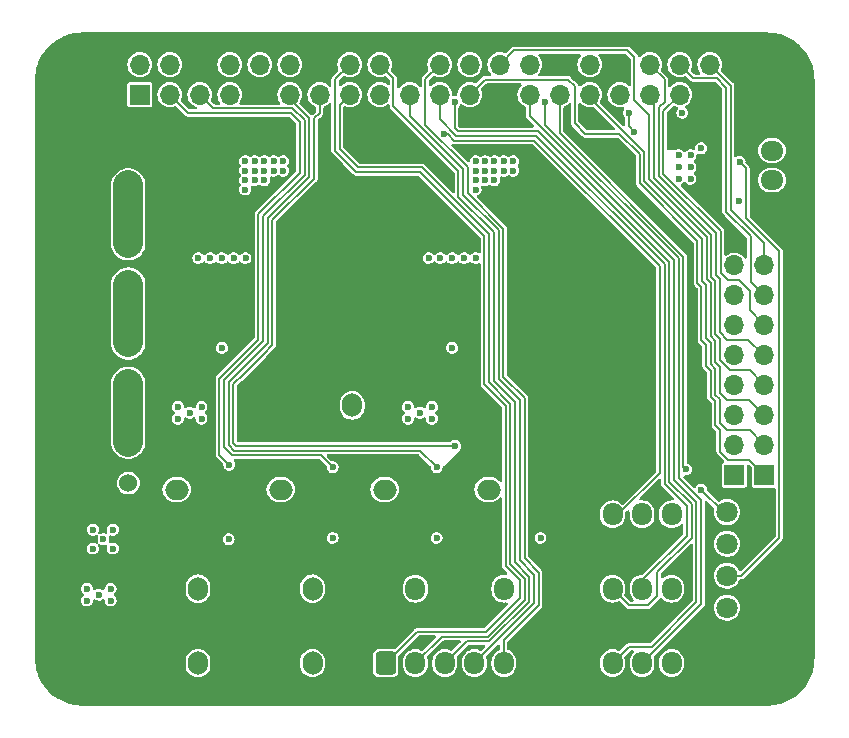
<source format=gbr>
%TF.GenerationSoftware,KiCad,Pcbnew,7.0.10-7.0.10~ubuntu22.04.1*%
%TF.CreationDate,2024-01-31T10:54:09+01:00*%
%TF.ProjectId,puissanceok,70756973-7361-46e6-9365-6f6b2e6b6963,rev?*%
%TF.SameCoordinates,Original*%
%TF.FileFunction,Copper,L4,Bot*%
%TF.FilePolarity,Positive*%
%FSLAX46Y46*%
G04 Gerber Fmt 4.6, Leading zero omitted, Abs format (unit mm)*
G04 Created by KiCad (PCBNEW 7.0.10-7.0.10~ubuntu22.04.1) date 2024-01-31 10:54:09*
%MOMM*%
%LPD*%
G01*
G04 APERTURE LIST*
G04 Aperture macros list*
%AMRoundRect*
0 Rectangle with rounded corners*
0 $1 Rounding radius*
0 $2 $3 $4 $5 $6 $7 $8 $9 X,Y pos of 4 corners*
0 Add a 4 corners polygon primitive as box body*
4,1,4,$2,$3,$4,$5,$6,$7,$8,$9,$2,$3,0*
0 Add four circle primitives for the rounded corners*
1,1,$1+$1,$2,$3*
1,1,$1+$1,$4,$5*
1,1,$1+$1,$6,$7*
1,1,$1+$1,$8,$9*
0 Add four rect primitives between the rounded corners*
20,1,$1+$1,$2,$3,$4,$5,0*
20,1,$1+$1,$4,$5,$6,$7,0*
20,1,$1+$1,$6,$7,$8,$9,0*
20,1,$1+$1,$8,$9,$2,$3,0*%
G04 Aperture macros list end*
%TA.AperFunction,ComponentPad*%
%ADD10C,0.800000*%
%TD*%
%TA.AperFunction,ComponentPad*%
%ADD11C,5.400000*%
%TD*%
%TA.AperFunction,ComponentPad*%
%ADD12RoundRect,0.250000X-0.600000X-0.750000X0.600000X-0.750000X0.600000X0.750000X-0.600000X0.750000X0*%
%TD*%
%TA.AperFunction,ComponentPad*%
%ADD13O,1.700000X2.000000*%
%TD*%
%TA.AperFunction,ComponentPad*%
%ADD14RoundRect,0.250000X-0.600000X-0.725000X0.600000X-0.725000X0.600000X0.725000X-0.600000X0.725000X0*%
%TD*%
%TA.AperFunction,ComponentPad*%
%ADD15O,1.700000X1.950000*%
%TD*%
%TA.AperFunction,ComponentPad*%
%ADD16R,1.700000X1.700000*%
%TD*%
%TA.AperFunction,ComponentPad*%
%ADD17O,1.700000X1.700000*%
%TD*%
%TA.AperFunction,ComponentPad*%
%ADD18C,1.800000*%
%TD*%
%TA.AperFunction,ComponentPad*%
%ADD19RoundRect,0.381000X-0.381000X0.381000X-0.381000X-0.381000X0.381000X-0.381000X0.381000X0.381000X0*%
%TD*%
%TA.AperFunction,ComponentPad*%
%ADD20C,1.524000*%
%TD*%
%TA.AperFunction,ComponentPad*%
%ADD21RoundRect,0.250000X0.725000X-0.600000X0.725000X0.600000X-0.725000X0.600000X-0.725000X-0.600000X0*%
%TD*%
%TA.AperFunction,ComponentPad*%
%ADD22O,1.950000X1.700000*%
%TD*%
%TA.AperFunction,ComponentPad*%
%ADD23RoundRect,0.250000X0.750000X-0.600000X0.750000X0.600000X-0.750000X0.600000X-0.750000X-0.600000X0*%
%TD*%
%TA.AperFunction,ComponentPad*%
%ADD24O,2.000000X1.700000*%
%TD*%
%TA.AperFunction,ViaPad*%
%ADD25C,0.600000*%
%TD*%
%TA.AperFunction,Conductor*%
%ADD26C,0.200000*%
%TD*%
%TA.AperFunction,Conductor*%
%ADD27C,2.500000*%
%TD*%
G04 APERTURE END LIST*
D10*
%TO.P,H102,1,1*%
%TO.N,GND*%
X105975000Y-50000000D03*
X106568109Y-48568109D03*
X106568109Y-51431891D03*
X108000000Y-47975000D03*
D11*
X108000000Y-50000000D03*
D10*
X108000000Y-52025000D03*
X109431891Y-48568109D03*
X109431891Y-51431891D03*
X110025000Y-50000000D03*
%TD*%
D12*
%TO.P,J107,1,Pin_1*%
%TO.N,GND*%
X57300000Y-99400000D03*
D13*
%TO.P,J107,2,Pin_2*%
%TO.N,14.4V*%
X59800000Y-99400000D03*
%TD*%
D14*
%TO.P,J114,1,Pin_1*%
%TO.N,GND*%
X75700000Y-93100000D03*
D15*
%TO.P,J114,2,Pin_2*%
%TO.N,5.1V*%
X78200000Y-93100000D03*
%TO.P,J114,3,Pin_3*%
%TO.N,GND*%
X80700000Y-93100000D03*
%TO.P,J114,4,Pin_4*%
X83200000Y-93100000D03*
%TO.P,J114,5,Pin_5*%
%TO.N,+3.3V*%
X85700000Y-93100000D03*
%TD*%
D16*
%TO.P,J111,1,Pin_1*%
%TO.N,GND*%
X110300000Y-83480000D03*
D17*
%TO.P,J111,2,Pin_2*%
X110300000Y-80940000D03*
%TO.P,J111,3,Pin_3*%
X110300000Y-78400000D03*
%TO.P,J111,4,Pin_4*%
X110300000Y-75860000D03*
%TO.P,J111,5,Pin_5*%
X110300000Y-73320000D03*
%TO.P,J111,6,Pin_6*%
X110300000Y-70780000D03*
%TO.P,J111,7,Pin_7*%
X110300000Y-68240000D03*
%TO.P,J111,8,Pin_8*%
X110300000Y-65700000D03*
%TD*%
D12*
%TO.P,J108,1,Pin_1*%
%TO.N,GND*%
X67000000Y-93100000D03*
D13*
%TO.P,J108,2,Pin_2*%
%TO.N,14.4V*%
X69500000Y-93100000D03*
%TD*%
D18*
%TO.P,TP104,1,1*%
%TO.N,+3.3V*%
X104600000Y-94700000D03*
%TD*%
D19*
%TO.P,J101,1,Pin_1*%
%TO.N,Net-(J101-Pin_1)*%
X53900000Y-63850000D03*
D20*
%TO.P,J101,2,Pin_2*%
%TO.N,/V_BAT*%
X53900000Y-67350000D03*
%TD*%
D14*
%TO.P,J115,1,Pin_1*%
%TO.N,/Out_color_sensor*%
X75700000Y-99400000D03*
D15*
%TO.P,J115,2,Pin_2*%
%TO.N,/S3_color_sensor*%
X78200000Y-99400000D03*
%TO.P,J115,3,Pin_3*%
%TO.N,/S2_color_sensor*%
X80700000Y-99400000D03*
%TO.P,J115,4,Pin_4*%
%TO.N,/S1_color_sensor*%
X83200000Y-99400000D03*
%TO.P,J115,5,Pin_5*%
%TO.N,/S0_color_sensor*%
X85700000Y-99400000D03*
%TD*%
D12*
%TO.P,J110,1,Pin_1*%
%TO.N,GND*%
X70350000Y-77575000D03*
D13*
%TO.P,J110,2,Pin_2*%
%TO.N,5.1V*%
X72850000Y-77575000D03*
%TD*%
D14*
%TO.P,J801,1,Pin_1*%
%TO.N,GND*%
X92400000Y-99400000D03*
D15*
%TO.P,J801,2,Pin_2*%
%TO.N,/Uart2_TX*%
X94900000Y-99400000D03*
%TO.P,J801,3,Pin_3*%
%TO.N,/Uart2_RX*%
X97400000Y-99400000D03*
%TO.P,J801,4,Pin_4*%
%TO.N,+3.3V*%
X99900000Y-99400000D03*
%TD*%
D18*
%TO.P,TP103,1,1*%
%TO.N,7.4V*%
X104600000Y-89300000D03*
%TD*%
D19*
%TO.P,J104,1,Pin_1*%
%TO.N,Net-(J103-Pin_2)*%
X53900000Y-80650000D03*
D20*
%TO.P,J104,2,Pin_2*%
%TO.N,14.4V*%
X53900000Y-84150000D03*
%TD*%
D10*
%TO.P,H104,1,1*%
%TO.N,GND*%
X47975000Y-99000000D03*
X48568109Y-97568109D03*
X48568109Y-100431891D03*
X50000000Y-96975000D03*
D11*
X50000000Y-99000000D03*
D10*
X50000000Y-101025000D03*
X51431891Y-97568109D03*
X51431891Y-100431891D03*
X52025000Y-99000000D03*
%TD*%
D14*
%TO.P,J1101,1,Pin_1*%
%TO.N,GND*%
X92400000Y-93100000D03*
D15*
%TO.P,J1101,2,Pin_2*%
%TO.N,/Uart4_TX*%
X94900000Y-93100000D03*
%TO.P,J1101,3,Pin_3*%
%TO.N,/Uart4_RX*%
X97400000Y-93100000D03*
%TO.P,J1101,4,Pin_4*%
%TO.N,+3.3V*%
X99900000Y-93100000D03*
%TD*%
D16*
%TO.P,J113,1,Pin_1*%
%TO.N,+3.3V*%
X105220000Y-83480000D03*
D17*
%TO.P,J113,2,Pin_2*%
X105220000Y-80940000D03*
%TO.P,J113,3,Pin_3*%
X105220000Y-78400000D03*
%TO.P,J113,4,Pin_4*%
X105220000Y-75860000D03*
%TO.P,J113,5,Pin_5*%
X105220000Y-73320000D03*
%TO.P,J113,6,Pin_6*%
X105220000Y-70780000D03*
%TO.P,J113,7,Pin_7*%
X105220000Y-68240000D03*
%TO.P,J113,8,Pin_8*%
X105220000Y-65700000D03*
%TD*%
D21*
%TO.P,J901,1,Pin_1*%
%TO.N,GND*%
X108400000Y-61000000D03*
D22*
%TO.P,J901,2,Pin_2*%
%TO.N,7.4V*%
X108400000Y-58500000D03*
%TO.P,J901,3,Pin_3*%
%TO.N,/XL_320_connector_and_buffer/DXL_Data*%
X108400000Y-56000000D03*
%TD*%
D10*
%TO.P,H103,1,1*%
%TO.N,GND*%
X105975000Y-99000000D03*
X106568109Y-97568109D03*
X106568109Y-100431891D03*
X108000000Y-96975000D03*
D11*
X108000000Y-99000000D03*
D10*
X108000000Y-101025000D03*
X109431891Y-97568109D03*
X109431891Y-100431891D03*
X110025000Y-99000000D03*
%TD*%
D14*
%TO.P,J1001,1,Pin_1*%
%TO.N,GND*%
X92400000Y-86800000D03*
D15*
%TO.P,J1001,2,Pin_2*%
%TO.N,/Uart3_TX*%
X94900000Y-86800000D03*
%TO.P,J1001,3,Pin_3*%
%TO.N,/Uart3_RX*%
X97400000Y-86800000D03*
%TO.P,J1001,4,Pin_4*%
%TO.N,+3.3V*%
X99900000Y-86800000D03*
%TD*%
D19*
%TO.P,J103,1,Pin_1*%
%TO.N,/V_BAT*%
X53900000Y-72250000D03*
D20*
%TO.P,J103,2,Pin_2*%
%TO.N,Net-(J103-Pin_2)*%
X53900000Y-75750000D03*
%TD*%
D19*
%TO.P,J102,1,Pin_1*%
%TO.N,GND*%
X53900000Y-55450000D03*
D20*
%TO.P,J102,2,Pin_2*%
%TO.N,Net-(J101-Pin_1)*%
X53900000Y-58950000D03*
%TD*%
D23*
%TO.P,J701,1,Pin_1*%
%TO.N,GND*%
X84400000Y-87200000D03*
D24*
%TO.P,J701,2,Pin_2*%
%TO.N,Net-(J701-Pin_2)*%
X84400000Y-84700000D03*
%TD*%
D23*
%TO.P,J501,1,Pin_1*%
%TO.N,GND*%
X75600000Y-87200000D03*
D24*
%TO.P,J501,2,Pin_2*%
%TO.N,Net-(J501-Pin_2)*%
X75600000Y-84700000D03*
%TD*%
D18*
%TO.P,TP102,1,1*%
%TO.N,5.1V*%
X104600000Y-92000000D03*
%TD*%
%TO.P,TP101,1,1*%
%TO.N,14.4V*%
X104600000Y-86600000D03*
%TD*%
D23*
%TO.P,J201,1,Pin_1*%
%TO.N,GND*%
X58000000Y-87200000D03*
D24*
%TO.P,J201,2,Pin_2*%
%TO.N,Net-(J201-Pin_2)*%
X58000000Y-84700000D03*
%TD*%
D16*
%TO.P,J112,1,Pin_1*%
%TO.N,/GPIO11*%
X107760000Y-83480000D03*
D17*
%TO.P,J112,2,Pin_2*%
%TO.N,/GPIO6*%
X107760000Y-80940000D03*
%TO.P,J112,3,Pin_3*%
%TO.N,/GPIO7*%
X107760000Y-78400000D03*
%TO.P,J112,4,Pin_4*%
%TO.N,/GPIO19*%
X107760000Y-75860000D03*
%TO.P,J112,5,Pin_5*%
%TO.N,/GPIO16*%
X107760000Y-73320000D03*
%TO.P,J112,6,Pin_6*%
%TO.N,/GPIO26*%
X107760000Y-70780000D03*
%TO.P,J112,7,Pin_7*%
%TO.N,/GPIO20*%
X107760000Y-68240000D03*
%TO.P,J112,8,Pin_8*%
%TO.N,/GPIO21*%
X107760000Y-65700000D03*
%TD*%
D10*
%TO.P,H101,1,1*%
%TO.N,GND*%
X47975000Y-50000000D03*
X48568109Y-48568109D03*
X48568109Y-51431891D03*
X50000000Y-47975000D03*
D11*
X50000000Y-50000000D03*
D10*
X50000000Y-52025000D03*
X51431891Y-48568109D03*
X51431891Y-51431891D03*
X52025000Y-50000000D03*
%TD*%
D12*
%TO.P,J109,1,Pin_1*%
%TO.N,GND*%
X67000000Y-99400000D03*
D13*
%TO.P,J109,2,Pin_2*%
%TO.N,14.4V*%
X69500000Y-99400000D03*
%TD*%
D12*
%TO.P,J106,1,Pin_1*%
%TO.N,GND*%
X57300000Y-93100000D03*
D13*
%TO.P,J106,2,Pin_2*%
%TO.N,14.4V*%
X59800000Y-93100000D03*
%TD*%
D23*
%TO.P,J401,1,Pin_1*%
%TO.N,GND*%
X66800000Y-87200000D03*
D24*
%TO.P,J401,2,Pin_2*%
%TO.N,Net-(J401-Pin_2)*%
X66800000Y-84700000D03*
%TD*%
D16*
%TO.P,J105,1,Pin_1*%
%TO.N,unconnected-(J105-Pin_1-Pad1)*%
X54870000Y-51270000D03*
D17*
%TO.P,J105,2,Pin_2*%
%TO.N,5.1V*%
X54870000Y-48730000D03*
%TO.P,J105,3,Pin_3*%
%TO.N,/FDC_1*%
X57410000Y-51270000D03*
%TO.P,J105,4,Pin_4*%
%TO.N,5.1V*%
X57410000Y-48730000D03*
%TO.P,J105,5,Pin_5*%
%TO.N,/FDC_2*%
X59950000Y-51270000D03*
%TO.P,J105,6,Pin_6*%
%TO.N,GND*%
X59950000Y-48730000D03*
%TO.P,J105,7,Pin_7*%
%TO.N,/Uart3_TX*%
X62490000Y-51270000D03*
%TO.P,J105,8,Pin_8*%
%TO.N,/Uart1_TX*%
X62490000Y-48730000D03*
%TO.P,J105,9,Pin_9*%
%TO.N,GND*%
X65030000Y-51270000D03*
%TO.P,J105,10,Pin_10*%
%TO.N,/Uart1_RX*%
X65030000Y-48730000D03*
%TO.P,J105,11,Pin_11*%
%TO.N,/FDC_3*%
X67570000Y-51270000D03*
%TO.P,J105,12,Pin_12*%
%TO.N,/UartTX_Enable*%
X67570000Y-48730000D03*
%TO.P,J105,13,Pin_13*%
%TO.N,/FDC_4*%
X70110000Y-51270000D03*
%TO.P,J105,14,Pin_14*%
%TO.N,GND*%
X70110000Y-48730000D03*
%TO.P,J105,15,Pin_15*%
%TO.N,/S3_color_sensor*%
X72650000Y-51270000D03*
%TO.P,J105,16,Pin_16*%
%TO.N,/Out_color_sensor*%
X72650000Y-48730000D03*
%TO.P,J105,17,Pin_17*%
%TO.N,+3.3V*%
X75190000Y-51270000D03*
%TO.P,J105,18,Pin_18*%
%TO.N,/S2_color_sensor*%
X75190000Y-48730000D03*
%TO.P,J105,19,Pin_19*%
%TO.N,/S1_color_sensor*%
X77730000Y-51270000D03*
%TO.P,J105,20,Pin_20*%
%TO.N,GND*%
X77730000Y-48730000D03*
%TO.P,J105,21,Pin_21*%
%TO.N,/Uart4_RX*%
X80270000Y-51270000D03*
%TO.P,J105,22,Pin_22*%
%TO.N,/S0_color_sensor*%
X80270000Y-48730000D03*
%TO.P,J105,23,Pin_23*%
%TO.N,/GPIO11*%
X82810000Y-51270000D03*
%TO.P,J105,24,Pin_24*%
%TO.N,/Uart4_TX*%
X82810000Y-48730000D03*
%TO.P,J105,25,Pin_25*%
%TO.N,GND*%
X85350000Y-51270000D03*
%TO.P,J105,26,Pin_26*%
%TO.N,/GPIO7*%
X85350000Y-48730000D03*
%TO.P,J105,27,Pin_27*%
%TO.N,/Uart2_TX*%
X87890000Y-51270000D03*
%TO.P,J105,28,Pin_28*%
%TO.N,/Uart2_RX*%
X87890000Y-48730000D03*
%TO.P,J105,29,Pin_29*%
%TO.N,/Uart3_RX*%
X90430000Y-51270000D03*
%TO.P,J105,30,Pin_30*%
%TO.N,GND*%
X90430000Y-48730000D03*
%TO.P,J105,31,Pin_31*%
%TO.N,/GPIO6*%
X92970000Y-51270000D03*
%TO.P,J105,32,Pin_32*%
%TO.N,/Uart5_TX*%
X92970000Y-48730000D03*
%TO.P,J105,33,Pin_33*%
%TO.N,/Uart5_RX*%
X95510000Y-51270000D03*
%TO.P,J105,34,Pin_34*%
%TO.N,GND*%
X95510000Y-48730000D03*
%TO.P,J105,35,Pin_35*%
%TO.N,/GPIO19*%
X98050000Y-51270000D03*
%TO.P,J105,36,Pin_36*%
%TO.N,/GPIO16*%
X98050000Y-48730000D03*
%TO.P,J105,37,Pin_37*%
%TO.N,/GPIO26*%
X100590000Y-51270000D03*
%TO.P,J105,38,Pin_38*%
%TO.N,/GPIO20*%
X100590000Y-48730000D03*
%TO.P,J105,39,Pin_39*%
%TO.N,GND*%
X103130000Y-51270000D03*
%TO.P,J105,40,Pin_40*%
%TO.N,/GPIO21*%
X103130000Y-48730000D03*
%TD*%
D25*
%TO.N,/FDC_2*%
X71200000Y-82800000D03*
%TO.N,GND*%
X111600000Y-81300000D03*
X46600000Y-68000000D03*
X63825000Y-68900000D03*
X102300000Y-60200000D03*
X46600000Y-95500000D03*
X90475000Y-64100000D03*
X77940000Y-46600000D03*
X81400000Y-79100000D03*
X98100000Y-83100000D03*
X88200000Y-85300000D03*
X73600000Y-102400000D03*
X78700000Y-60500000D03*
X91875000Y-73700000D03*
X101700000Y-68700000D03*
X94675000Y-72100000D03*
X95600000Y-85300000D03*
X46600000Y-98000000D03*
X57620000Y-46600000D03*
X85100000Y-91100000D03*
X68175000Y-64100000D03*
X61100000Y-102400000D03*
X111600000Y-68500000D03*
X94675000Y-64100000D03*
X96100000Y-102400000D03*
X62825000Y-68900000D03*
X93275000Y-65700000D03*
X46600000Y-65500000D03*
X88100000Y-46600000D03*
X100800000Y-46600000D03*
X73775000Y-73700000D03*
X69575000Y-68900000D03*
X78200000Y-82200000D03*
X90475000Y-73700000D03*
X68175000Y-65700000D03*
X63500000Y-80300000D03*
X46600000Y-58000000D03*
X70975000Y-70500000D03*
X46600000Y-78000000D03*
X78700000Y-56700000D03*
X59200000Y-60500000D03*
X46600000Y-70500000D03*
X70975000Y-67300000D03*
X76650000Y-69610000D03*
X82300000Y-80400000D03*
X75175000Y-73700000D03*
X46600000Y-73000000D03*
X76700000Y-55700000D03*
X66775000Y-68900000D03*
X69575000Y-70500000D03*
X65240000Y-46600000D03*
X66775000Y-64100000D03*
X58600000Y-102400000D03*
X85100000Y-78700000D03*
X59200000Y-61500000D03*
X102000000Y-81500000D03*
X105880000Y-46600000D03*
X74900000Y-55200000D03*
X83325000Y-68900000D03*
X111600000Y-66100000D03*
X58200000Y-56200000D03*
X46600000Y-88000000D03*
X73775000Y-68900000D03*
X111600000Y-78800000D03*
X101700000Y-71300000D03*
X76100000Y-102400000D03*
X87675000Y-65700000D03*
X87675000Y-64100000D03*
X98300000Y-71280000D03*
X50000000Y-46600000D03*
X102400000Y-95500000D03*
X70600000Y-85300000D03*
X74900000Y-53600000D03*
X59200000Y-56700000D03*
X83600000Y-102400000D03*
X70975000Y-68900000D03*
X90640000Y-46600000D03*
X103600000Y-102400000D03*
X83100000Y-78700000D03*
X55080000Y-46600000D03*
X90475000Y-67300000D03*
X91875000Y-64100000D03*
X94675000Y-68900000D03*
X83020000Y-46600000D03*
X80325000Y-68900000D03*
X75175000Y-67300000D03*
X68175000Y-67300000D03*
X111600000Y-93800000D03*
X101300000Y-92500000D03*
X72375000Y-67300000D03*
X75175000Y-68900000D03*
X70975000Y-64100000D03*
X91875000Y-68900000D03*
X89075000Y-72100000D03*
X87675000Y-68900000D03*
X94675000Y-65700000D03*
X72375000Y-73700000D03*
X98300000Y-68740000D03*
X98300000Y-73820000D03*
X75175000Y-65700000D03*
X87675000Y-72100000D03*
X75175000Y-64100000D03*
X71100000Y-102400000D03*
X68100000Y-76500000D03*
X101200000Y-64100000D03*
X72860000Y-46600000D03*
X47800000Y-47300000D03*
X76700000Y-68600000D03*
X111600000Y-71300000D03*
X66100000Y-102400000D03*
X93275000Y-70500000D03*
X57200000Y-55700000D03*
X87675000Y-70500000D03*
X97600000Y-60600000D03*
X86275000Y-67300000D03*
X55900000Y-75600000D03*
X77700000Y-63200000D03*
X76700000Y-56700000D03*
X73775000Y-64100000D03*
X111400000Y-56300000D03*
X82300000Y-81700000D03*
X72375000Y-68900000D03*
X57200000Y-61500000D03*
X111600000Y-73800000D03*
X87675000Y-67300000D03*
X98200000Y-79200000D03*
X66775000Y-72100000D03*
X46600000Y-93000000D03*
X89075000Y-73700000D03*
X56900000Y-65500000D03*
X80800000Y-86700000D03*
X98260000Y-46600000D03*
X94675000Y-67300000D03*
X90700000Y-79200000D03*
X69575000Y-72100000D03*
X91875000Y-65700000D03*
X65600000Y-78700000D03*
X70975000Y-72100000D03*
X53600000Y-102400000D03*
X93275000Y-72100000D03*
X108420000Y-46600000D03*
X110400000Y-47600000D03*
X91100000Y-102400000D03*
X101200000Y-90850000D03*
X46600000Y-80500000D03*
X94400000Y-55200000D03*
X101600000Y-79200000D03*
X74800000Y-82200000D03*
X72960000Y-53600000D03*
X76300000Y-79400000D03*
X103340000Y-46600000D03*
X68600000Y-102400000D03*
X76200000Y-67000000D03*
X93275000Y-73700000D03*
X82900000Y-90100000D03*
X97900000Y-97300000D03*
X46600000Y-90500000D03*
X95700000Y-79200000D03*
X86100000Y-102400000D03*
X85100000Y-77700000D03*
X57000000Y-69600000D03*
X90475000Y-72100000D03*
X90475000Y-70500000D03*
X89075000Y-70500000D03*
X111200000Y-100200000D03*
X69900000Y-82500000D03*
X93450000Y-55200000D03*
X85200000Y-81700000D03*
X91875000Y-72100000D03*
X68175000Y-68900000D03*
X73900000Y-80300000D03*
X95900000Y-64100000D03*
X76500000Y-71600000D03*
X90475000Y-68900000D03*
X69575000Y-73700000D03*
X110100000Y-101800000D03*
X111400000Y-51300000D03*
X75175000Y-70500000D03*
X52540000Y-46600000D03*
X97500000Y-90900000D03*
X111600000Y-83800000D03*
X46600000Y-53000000D03*
X61600000Y-74300000D03*
X74300000Y-77400000D03*
X111400000Y-58800000D03*
X93180000Y-46600000D03*
X63100000Y-53500000D03*
X86275000Y-65700000D03*
X105100000Y-63300000D03*
X105600000Y-60300000D03*
X69575000Y-65700000D03*
X47700000Y-101700000D03*
X59825000Y-68900000D03*
X72960000Y-55200000D03*
X111400000Y-61300000D03*
X46600000Y-55500000D03*
X46600000Y-50500000D03*
X73775000Y-70500000D03*
X103700000Y-60300000D03*
X83100000Y-77700000D03*
X51100000Y-102400000D03*
X69575000Y-67300000D03*
X68175000Y-73700000D03*
X73775000Y-72100000D03*
X63600000Y-77700000D03*
X86600000Y-75200000D03*
X78700000Y-61500000D03*
X66775000Y-65700000D03*
X86275000Y-64100000D03*
X93200000Y-79200000D03*
X94675000Y-70500000D03*
X46600000Y-75500000D03*
X66775000Y-67300000D03*
X111600000Y-88800000D03*
X79325000Y-68900000D03*
X60825000Y-68900000D03*
X72375000Y-65700000D03*
X106000000Y-54100000D03*
X111600000Y-76300000D03*
X77700000Y-61000000D03*
X103800000Y-57000000D03*
X46800000Y-48900000D03*
X111400000Y-49500000D03*
X100300000Y-97600000D03*
X64600000Y-78200000D03*
X78700000Y-55700000D03*
X84200000Y-76900000D03*
X108600000Y-102400000D03*
X101700000Y-76300000D03*
X93500000Y-91000000D03*
X93275000Y-67300000D03*
X63600000Y-78700000D03*
X70975000Y-73700000D03*
X111400000Y-53800000D03*
X88200000Y-81100000D03*
X98300000Y-66200000D03*
X98300000Y-76360000D03*
X101300000Y-93800000D03*
X111600000Y-98500000D03*
X81100000Y-102400000D03*
X78600000Y-102400000D03*
X94675000Y-73700000D03*
X89075000Y-64100000D03*
X57200000Y-56700000D03*
X46600000Y-85500000D03*
X70975000Y-65700000D03*
X95720000Y-46600000D03*
X71700000Y-62800000D03*
X57000000Y-68600000D03*
X111600000Y-86300000D03*
X93600000Y-102400000D03*
X56100000Y-102400000D03*
X88200000Y-77500000D03*
X73775000Y-65700000D03*
X93275000Y-68900000D03*
X63500000Y-76500000D03*
X87500000Y-76100000D03*
X81325000Y-68900000D03*
X91875000Y-70500000D03*
X82900000Y-85900000D03*
X72375000Y-70500000D03*
X79400000Y-85300000D03*
X93275000Y-64100000D03*
X72375000Y-64100000D03*
X86275000Y-70500000D03*
X80480000Y-46600000D03*
X66775000Y-70500000D03*
X76700000Y-60500000D03*
X66775000Y-73700000D03*
X60900000Y-81600000D03*
X85100000Y-83400000D03*
X68400000Y-80300000D03*
X101100000Y-102400000D03*
X89075000Y-67300000D03*
X67780000Y-46600000D03*
X87675000Y-73700000D03*
X82325000Y-68900000D03*
X91875000Y-67300000D03*
X76700000Y-61500000D03*
X101700000Y-73800000D03*
X93450000Y-53950000D03*
X60160000Y-46600000D03*
X72375000Y-72100000D03*
X46600000Y-63000000D03*
X58200000Y-61000000D03*
X75400000Y-46600000D03*
X60900000Y-76500000D03*
X90475000Y-65700000D03*
X70320000Y-46600000D03*
X57200000Y-60500000D03*
X69575000Y-64100000D03*
X59200000Y-55700000D03*
X68175000Y-72100000D03*
X61825000Y-68900000D03*
X86275000Y-73700000D03*
X46600000Y-83000000D03*
X111600000Y-91300000D03*
X84100000Y-78200000D03*
X98600000Y-102400000D03*
X85560000Y-46600000D03*
X106100000Y-102400000D03*
X62700000Y-46600000D03*
X86275000Y-68900000D03*
X89075000Y-68900000D03*
X49400000Y-102400000D03*
X98200000Y-81700000D03*
X57000000Y-71600000D03*
X63600000Y-102400000D03*
X68175000Y-70500000D03*
X111600000Y-63800000D03*
X89075000Y-65700000D03*
X66500000Y-82500000D03*
X73775000Y-67300000D03*
X75175000Y-72100000D03*
X86275000Y-72100000D03*
X88600000Y-102400000D03*
X65600000Y-77700000D03*
X89200000Y-90900000D03*
X77700000Y-56200000D03*
X88200000Y-79200000D03*
X46900000Y-100400000D03*
X46600000Y-60500000D03*
X61800000Y-85300000D03*
X98200000Y-80500000D03*
X111600000Y-96300000D03*
X83400000Y-74100000D03*
X92460000Y-55200000D03*
%TO.N,/FDC_3*%
X80000000Y-82800000D03*
%TO.N,/FDC_1*%
X62450000Y-82600000D03*
%TO.N,/FDC_4*%
X81550000Y-81000000D03*
%TO.N,+3.3V*%
X88800000Y-88800000D03*
X71200000Y-88800000D03*
X80000000Y-88800000D03*
X62400000Y-88900000D03*
X102400000Y-55800000D03*
X100800000Y-52800000D03*
%TO.N,7.4V*%
X85700000Y-56900000D03*
X101500000Y-56400000D03*
X83300000Y-56900000D03*
X84900000Y-57700000D03*
X84900000Y-56900000D03*
X84100000Y-58500000D03*
X85700000Y-57700000D03*
X84900000Y-58500000D03*
X100500000Y-57400000D03*
X83300000Y-58500000D03*
X84100000Y-56900000D03*
X86500000Y-57700000D03*
X100500000Y-58400000D03*
X101500000Y-58400000D03*
X83300000Y-57700000D03*
X86500000Y-56900000D03*
X100500000Y-56400000D03*
X83300000Y-59300000D03*
X84100000Y-57700000D03*
X101500000Y-57400000D03*
%TO.N,5.1V*%
X65400000Y-58500000D03*
X63800000Y-56900000D03*
X63800000Y-57700000D03*
X64600000Y-58500000D03*
X66200000Y-56900000D03*
X64600000Y-56900000D03*
X66200000Y-57700000D03*
X63800000Y-59300000D03*
X67000000Y-57700000D03*
X65400000Y-56900000D03*
X64600000Y-57700000D03*
X67000000Y-56900000D03*
X65400000Y-57700000D03*
X63800000Y-58500000D03*
X105650958Y-56960137D03*
%TO.N,/Uart3_TX*%
X80658578Y-54591422D03*
%TO.N,/UartTX_Enable*%
X96750000Y-54420000D03*
X96267843Y-52802157D03*
%TO.N,/Uart4_TX*%
X81539561Y-51900000D03*
%TO.N,/Uart2_RX*%
X89160439Y-51900000D03*
%TO.N,/Uart3_RX*%
X101100000Y-83000000D03*
%TO.N,14.4V*%
X51800000Y-88900000D03*
X52400000Y-94100000D03*
X79325000Y-65100000D03*
X50900000Y-89700000D03*
X60100000Y-78700000D03*
X59100000Y-78200000D03*
X58100000Y-78700000D03*
X82325000Y-65100000D03*
X77600000Y-77700000D03*
X60825000Y-65100000D03*
X58100000Y-77700000D03*
X79600000Y-77700000D03*
X50400000Y-94100000D03*
X78600000Y-78200000D03*
X63825000Y-65100000D03*
X61825000Y-65100000D03*
X80325000Y-65100000D03*
X52600000Y-89700000D03*
X81325000Y-72710000D03*
X51400000Y-93600000D03*
X52400000Y-93100000D03*
X77600000Y-78700000D03*
X83325000Y-65100000D03*
X81325000Y-65100000D03*
X50400000Y-93100000D03*
X102400000Y-84700000D03*
X79600000Y-78700000D03*
X59825000Y-65100000D03*
X52600000Y-88100000D03*
X61825000Y-72710000D03*
X60100000Y-77700000D03*
X62825000Y-65100000D03*
X50900000Y-88100000D03*
%TD*%
D26*
%TO.N,/FDC_2*%
X61100000Y-52420000D02*
X67800000Y-52420000D01*
X59950000Y-51270000D02*
X61100000Y-52420000D01*
X62700000Y-81800000D02*
X62000000Y-81100000D01*
X65300000Y-72165685D02*
X65300000Y-61565686D01*
X67800000Y-52420000D02*
X68820000Y-53440000D01*
X70200000Y-81800000D02*
X62700000Y-81800000D01*
X65300000Y-61565686D02*
X68820000Y-58045686D01*
X62000000Y-81100000D02*
X62000000Y-75465686D01*
X71200000Y-82800000D02*
X70200000Y-81800000D01*
X62000000Y-75465686D02*
X65300000Y-72165685D01*
X68820000Y-53440000D02*
X68820000Y-58045686D01*
%TO.N,/FDC_3*%
X67570000Y-51624314D02*
X67570000Y-51270000D01*
X69220000Y-53274314D02*
X67570000Y-51624314D01*
X62865686Y-81400000D02*
X62400000Y-80934314D01*
X78600000Y-81400000D02*
X62865686Y-81400000D01*
X80000000Y-82800000D02*
X78600000Y-81400000D01*
X62400000Y-80934314D02*
X62400000Y-75631372D01*
X65700000Y-72331371D02*
X65700000Y-61731372D01*
X65700000Y-61731372D02*
X69220000Y-58211372D01*
X62400000Y-75631372D02*
X65700000Y-72331371D01*
X69220000Y-58211372D02*
X69220000Y-53274314D01*
%TO.N,/FDC_1*%
X62450000Y-82600000D02*
X61600000Y-81750000D01*
X68420000Y-57880000D02*
X68420000Y-53605686D01*
X67634314Y-52820000D02*
X58960000Y-52820000D01*
X58960000Y-52820000D02*
X57410000Y-51270000D01*
X61600000Y-81750000D02*
X61600000Y-75300000D01*
X61600000Y-75300000D02*
X64900000Y-72000000D01*
X64900000Y-72000000D02*
X64900000Y-61400000D01*
X64900000Y-61400000D02*
X68420000Y-57880000D01*
X68420000Y-53605686D02*
X67634314Y-52820000D01*
%TO.N,/FDC_4*%
X63031372Y-81000000D02*
X62800000Y-80768628D01*
X66100000Y-72497056D02*
X66100000Y-61897058D01*
X81550000Y-81000000D02*
X78200000Y-81000000D01*
X66100000Y-61897058D02*
X69620000Y-58377057D01*
X70110000Y-52790000D02*
X70110000Y-51270000D01*
X62800000Y-75797058D02*
X63698529Y-74898529D01*
X62800000Y-80768628D02*
X62800000Y-78900000D01*
X65348529Y-73248528D02*
X66100000Y-72497056D01*
X63100000Y-81000000D02*
X63031372Y-81000000D01*
X78200000Y-81000000D02*
X63400000Y-81000000D01*
X62800000Y-78900000D02*
X62800000Y-75797058D01*
X69620000Y-53280000D02*
X70110000Y-52790000D01*
X69620000Y-58377057D02*
X69620000Y-53280000D01*
X63698529Y-74898529D02*
X65348529Y-73248528D01*
X63400000Y-81000000D02*
X63100000Y-81000000D01*
%TO.N,/GPIO26*%
X99200000Y-52660000D02*
X100590000Y-51270000D01*
X105606346Y-67000000D02*
X104700000Y-67000000D01*
X106500000Y-69520000D02*
X106500000Y-67893654D01*
X99200000Y-57948529D02*
X99200000Y-52660000D01*
X104070000Y-62818529D02*
X99200000Y-57948529D01*
X106500000Y-69520000D02*
X107760000Y-70780000D01*
X104070000Y-66370000D02*
X104070000Y-62818529D01*
X104700000Y-67000000D02*
X104070000Y-66370000D01*
X106500000Y-67893654D02*
X105606346Y-67000000D01*
%TO.N,/GPIO19*%
X103600000Y-67031370D02*
X103270000Y-66701370D01*
X104000000Y-71965686D02*
X103600000Y-71565685D01*
X106500000Y-74600000D02*
X104873654Y-74600000D01*
X103270000Y-66701370D02*
X103270000Y-63154314D01*
X103270000Y-63154314D02*
X98400000Y-58284314D01*
X104000000Y-73726346D02*
X104000000Y-71965686D01*
X103600000Y-71565685D02*
X103600000Y-67031370D01*
X107760000Y-75860000D02*
X106500000Y-74600000D01*
X98400000Y-58284314D02*
X98400000Y-51620000D01*
X98400000Y-51620000D02*
X98050000Y-51270000D01*
X104873654Y-74600000D02*
X104000000Y-73726346D01*
%TO.N,/GPIO6*%
X102470000Y-63485686D02*
X97600000Y-58615684D01*
X97600000Y-58615684D02*
X97600000Y-56150000D01*
X92970000Y-51520000D02*
X92970000Y-51270000D01*
X103200000Y-74057716D02*
X103200000Y-72297055D01*
X107760000Y-80940000D02*
X106520000Y-79700000D01*
X103600000Y-74457716D02*
X103200000Y-74057716D01*
X104000000Y-79100000D02*
X104000000Y-77065686D01*
X106520000Y-79700000D02*
X104600000Y-79700000D01*
X97600000Y-56150000D02*
X92970000Y-51520000D01*
X103200000Y-72297055D02*
X102800000Y-71897055D01*
X102470000Y-67032740D02*
X102470000Y-63485686D01*
X103600000Y-76665685D02*
X103600000Y-74457716D01*
X102800000Y-71897055D02*
X102800000Y-67362740D01*
X102800000Y-67362740D02*
X102470000Y-67032740D01*
X104600000Y-79700000D02*
X104000000Y-79100000D01*
X104000000Y-77065686D02*
X103600000Y-76665685D01*
%TO.N,/GPIO11*%
X103200000Y-76831370D02*
X103200000Y-74623402D01*
X97200000Y-56315686D02*
X95484314Y-54600000D01*
X102070000Y-63651372D02*
X97200000Y-58781369D01*
X102070000Y-67198425D02*
X102070000Y-63651372D01*
X91700000Y-50550000D02*
X91150000Y-50000000D01*
X102800000Y-74223401D02*
X102800000Y-72462741D01*
X84080000Y-50000000D02*
X82810000Y-51270000D01*
X91150000Y-50000000D02*
X84080000Y-50000000D01*
X102400000Y-67528426D02*
X102070000Y-67198425D01*
X102400000Y-72062740D02*
X102400000Y-67528426D01*
X97200000Y-58781369D02*
X97200000Y-56315686D01*
X104000000Y-79665686D02*
X103600000Y-79265685D01*
X103600000Y-77231370D02*
X103200000Y-76831370D01*
X103600000Y-79265685D02*
X103600000Y-77231370D01*
X92600000Y-54600000D02*
X91700000Y-53700000D01*
X91700000Y-53700000D02*
X91700000Y-50550000D01*
X104000000Y-81500000D02*
X104000000Y-79665686D01*
X104700000Y-82200000D02*
X104000000Y-81500000D01*
X102800000Y-72462741D02*
X102400000Y-72062740D01*
X107760000Y-83480000D02*
X106480000Y-82200000D01*
X95484314Y-54600000D02*
X92600000Y-54600000D01*
X106480000Y-82200000D02*
X104700000Y-82200000D01*
X103200000Y-74623402D02*
X102800000Y-74223401D01*
%TO.N,/GPIO16*%
X107720000Y-73320000D02*
X106400000Y-72000000D01*
X107760000Y-73320000D02*
X107720000Y-73320000D01*
X98800000Y-58114214D02*
X98800000Y-52350000D01*
X103670000Y-62984215D02*
X98800000Y-58114214D01*
X98050000Y-49000000D02*
X98050000Y-48730000D01*
X99300000Y-49980000D02*
X98050000Y-48730000D01*
X104000000Y-66865686D02*
X103670000Y-66535685D01*
X104600000Y-72000000D02*
X104000000Y-71400000D01*
X106400000Y-72000000D02*
X104600000Y-72000000D01*
X99300000Y-51850000D02*
X99300000Y-49980000D01*
X104000000Y-71400000D02*
X104000000Y-66865686D01*
X98800000Y-52350000D02*
X99300000Y-51850000D01*
X103670000Y-66535685D02*
X103670000Y-62984215D01*
%TO.N,/GPIO7*%
X96750000Y-48100000D02*
X96150000Y-47500000D01*
X96750000Y-51750000D02*
X96750000Y-48100000D01*
X103200000Y-71731370D02*
X103200000Y-67197055D01*
X106460000Y-77100000D02*
X104600000Y-77100000D01*
X104600000Y-77100000D02*
X104000000Y-76500000D01*
X98000000Y-53000000D02*
X96750000Y-51750000D01*
X103200000Y-67197055D02*
X102870000Y-66867055D01*
X103600000Y-73892031D02*
X103600000Y-72131370D01*
X104000000Y-74292032D02*
X103600000Y-73892031D01*
X104000000Y-76500000D02*
X104000000Y-74292032D01*
X102870000Y-63320000D02*
X98000000Y-58449999D01*
X103600000Y-72131370D02*
X103200000Y-71731370D01*
X102870000Y-66867055D02*
X102870000Y-63320000D01*
X86580000Y-47500000D02*
X85350000Y-48730000D01*
X96150000Y-47500000D02*
X86580000Y-47500000D01*
X98000000Y-58449999D02*
X98000000Y-53000000D01*
X107760000Y-78400000D02*
X106460000Y-77100000D01*
%TO.N,/GPIO20*%
X104500000Y-61165685D02*
X104617157Y-61282843D01*
X103714314Y-49880000D02*
X104500000Y-50665686D01*
X104500000Y-50665686D02*
X104500000Y-61165685D01*
X106610000Y-67090000D02*
X107760000Y-68240000D01*
X106610000Y-64610000D02*
X106610000Y-67090000D01*
X106610000Y-63275686D02*
X104617157Y-61282843D01*
X101740000Y-49880000D02*
X103714314Y-49880000D01*
X100590000Y-48730000D02*
X101740000Y-49880000D01*
X106610000Y-64610000D02*
X106610000Y-63275686D01*
%TO.N,/GPIO21*%
X104900000Y-50500000D02*
X103130000Y-48730000D01*
X107760000Y-65700000D02*
X107760000Y-63860000D01*
X104900000Y-61000000D02*
X104900000Y-50500000D01*
X107760000Y-63860000D02*
X104900000Y-61000000D01*
%TO.N,5.1V*%
X106200000Y-61734314D02*
X109000000Y-64534314D01*
X105800000Y-92000000D02*
X104600000Y-92000000D01*
X105650958Y-56960137D02*
X106200000Y-57509179D01*
X106200000Y-57509179D02*
X106200000Y-61734314D01*
X109000000Y-64534314D02*
X109000000Y-88800000D01*
X109000000Y-88800000D02*
X105800000Y-92000000D01*
%TO.N,/Uart3_TX*%
X95400000Y-86800000D02*
X94900000Y-86800000D01*
X88250000Y-55150000D02*
X98900000Y-65800000D01*
X80941422Y-54591422D02*
X81500000Y-55150000D01*
X81500000Y-55150000D02*
X88250000Y-55150000D01*
X80658578Y-54591422D02*
X80941422Y-54591422D01*
X98900000Y-83300000D02*
X95400000Y-86800000D01*
X98900000Y-65800000D02*
X98900000Y-83300000D01*
%TO.N,/UartTX_Enable*%
X96267843Y-52802157D02*
X96267843Y-53937843D01*
X96267843Y-53937843D02*
X96750000Y-54420000D01*
%TO.N,/S0_color_sensor*%
X79050000Y-53831373D02*
X82650000Y-57431373D01*
X87450000Y-90537256D02*
X88650000Y-91737258D01*
X85650000Y-62600000D02*
X85650000Y-75138728D01*
X88650000Y-94512743D02*
X85700000Y-97462744D01*
X80270000Y-48730000D02*
X79050000Y-49950000D01*
X85650000Y-75138728D02*
X87450000Y-76938731D01*
X82650000Y-59600000D02*
X85650000Y-62600000D01*
X88650000Y-91737258D02*
X88650000Y-94512743D01*
X82650000Y-57431373D02*
X82650000Y-59600000D01*
X79050000Y-49950000D02*
X79050000Y-53831373D01*
X85700000Y-97462744D02*
X85700000Y-99400000D01*
X87450000Y-76938731D02*
X87450000Y-90537256D01*
%TO.N,/S1_color_sensor*%
X77730000Y-51270000D02*
X77730000Y-53077059D01*
X87050000Y-77104416D02*
X87050000Y-90702942D01*
X88250000Y-91902943D02*
X88250000Y-94347057D01*
X84650000Y-97950000D02*
X83200000Y-99400000D01*
X85250000Y-75304413D02*
X87050000Y-77104416D01*
X88250000Y-94347057D02*
X84650000Y-97947058D01*
X87050000Y-90702942D02*
X88250000Y-91902943D01*
X84650000Y-97947058D02*
X84650000Y-97950000D01*
X82250000Y-57597059D02*
X82250000Y-59765686D01*
X82250000Y-59765686D02*
X85250000Y-62765686D01*
X85250000Y-62765686D02*
X85250000Y-75304413D01*
X77730000Y-53077059D02*
X82250000Y-57597059D01*
%TO.N,/Uart4_RX*%
X80270000Y-53354314D02*
X80270000Y-51270000D01*
X97400000Y-93100000D02*
X97400000Y-92400000D01*
X99300000Y-65634314D02*
X88415685Y-54750000D01*
X88415685Y-54750000D02*
X81665686Y-54750000D01*
X101200000Y-88600000D02*
X101200000Y-86097058D01*
X99300000Y-84197055D02*
X99300000Y-65634314D01*
X97400000Y-92400000D02*
X101200000Y-88600000D01*
X101200000Y-86097058D02*
X99300000Y-84197055D01*
X81665686Y-54750000D02*
X80270000Y-53354314D01*
%TO.N,/S2_color_sensor*%
X84850000Y-62931372D02*
X81850000Y-59931372D01*
X76340000Y-52252745D02*
X78718627Y-54631373D01*
X81850000Y-59931372D02*
X81850000Y-57762746D01*
X84481372Y-97550000D02*
X87850000Y-94181371D01*
X86650000Y-77270101D02*
X84850000Y-75470099D01*
X75190000Y-48730000D02*
X76340000Y-49880000D01*
X82550000Y-97550000D02*
X84481372Y-97550000D01*
X84850000Y-75470099D02*
X84850000Y-62931372D01*
X86650000Y-90868628D02*
X86650000Y-77270101D01*
X81850000Y-57762746D02*
X78718627Y-54631373D01*
X80700000Y-99400000D02*
X82550000Y-97550000D01*
X87850000Y-92068628D02*
X86650000Y-90868628D01*
X76340000Y-49880000D02*
X76340000Y-52252745D01*
X87850000Y-94181371D02*
X87850000Y-92068628D01*
%TO.N,/Uart4_TX*%
X81539561Y-51900000D02*
X81539561Y-54058189D01*
X97900000Y-94500000D02*
X96300000Y-94500000D01*
X94900000Y-93100000D02*
X95600000Y-93100000D01*
X81539561Y-54058189D02*
X81831372Y-54350000D01*
X101600000Y-88765686D02*
X98700000Y-91665686D01*
X98700000Y-93700000D02*
X97900000Y-94500000D01*
X98700000Y-91665686D02*
X98700000Y-93700000D01*
X88581371Y-54350000D02*
X99700000Y-65468628D01*
X81831372Y-54350000D02*
X88581371Y-54350000D01*
X99700000Y-65468628D02*
X99700000Y-84031370D01*
X96300000Y-94500000D02*
X94900000Y-93100000D01*
X99700000Y-84031370D02*
X101600000Y-85931373D01*
X101600000Y-85931373D02*
X101600000Y-88765686D01*
%TO.N,/S3_color_sensor*%
X71800000Y-55850000D02*
X73375000Y-57425000D01*
X86250000Y-91034314D02*
X87450000Y-92234314D01*
X84450000Y-75635785D02*
X86250000Y-77435786D01*
X71800000Y-52120000D02*
X71800000Y-55850000D01*
X78777942Y-57425000D02*
X84450000Y-63097058D01*
X80450000Y-97150000D02*
X78200000Y-99400000D01*
X72650000Y-51270000D02*
X71800000Y-52120000D01*
X86250000Y-77435786D02*
X86250000Y-91034314D01*
X84450000Y-63097058D02*
X84450000Y-75635785D01*
X73375000Y-57425000D02*
X78777942Y-57425000D01*
X87450000Y-94015685D02*
X84315686Y-97150000D01*
X87450000Y-92234314D02*
X87450000Y-94015685D01*
X84315686Y-97150000D02*
X80450000Y-97150000D01*
%TO.N,/Uart2_TX*%
X96300000Y-98000000D02*
X98234314Y-98000000D01*
X94900000Y-99400000D02*
X96300000Y-98000000D01*
X102000000Y-85765686D02*
X100100000Y-83865685D01*
X98234314Y-98000000D02*
X102000000Y-94234314D01*
X100100000Y-83865685D02*
X100100000Y-65302942D01*
X87890000Y-53092942D02*
X87890000Y-51270000D01*
X102000000Y-94234314D02*
X102000000Y-85765686D01*
X100100000Y-65302942D02*
X87890000Y-53092942D01*
%TO.N,/Uart2_RX*%
X89160439Y-51900000D02*
X89160439Y-53797695D01*
X102400000Y-94400000D02*
X97400000Y-99400000D01*
X102400000Y-85600000D02*
X102400000Y-94400000D01*
X100500000Y-65137256D02*
X100500000Y-83700000D01*
X89160439Y-53797695D02*
X100500000Y-65137256D01*
X100500000Y-83700000D02*
X102400000Y-85600000D01*
%TO.N,/Uart3_RX*%
X101100000Y-83000000D02*
X100900000Y-82800000D01*
X90430000Y-54501570D02*
X90430000Y-51270000D01*
X100900000Y-82800000D02*
X100900000Y-64971570D01*
X100900000Y-64971570D02*
X90430000Y-54501570D01*
%TO.N,/Out_color_sensor*%
X84050000Y-75801471D02*
X85850000Y-77601471D01*
X85850000Y-91200000D02*
X87050000Y-92400000D01*
X84050000Y-63262744D02*
X84050000Y-75801471D01*
X71400000Y-56015686D02*
X73209315Y-57825000D01*
X78612256Y-57825000D02*
X84050000Y-63262744D01*
X71400000Y-49980000D02*
X71400000Y-56015686D01*
X87050000Y-93850000D02*
X84150000Y-96750000D01*
X78350000Y-96750000D02*
X75700000Y-99400000D01*
X72650000Y-48730000D02*
X71400000Y-49980000D01*
X87050000Y-93850000D02*
X87050000Y-92400000D01*
X84150000Y-96750000D02*
X78350000Y-96750000D01*
X85850000Y-77601471D02*
X85850000Y-91200000D01*
X73209315Y-57825000D02*
X78612256Y-57825000D01*
%TO.N,14.4V*%
X104600000Y-86600000D02*
X104300000Y-86600000D01*
X104300000Y-86600000D02*
X102400000Y-84700000D01*
D27*
%TO.N,/V_BAT*%
X53900000Y-72250000D02*
X53900000Y-67350000D01*
%TO.N,Net-(J101-Pin_1)*%
X53900000Y-58950000D02*
X53900000Y-63850000D01*
%TO.N,Net-(J103-Pin_2)*%
X53900000Y-75750000D02*
X53900000Y-80650000D01*
%TD*%
%TA.AperFunction,Conductor*%
%TO.N,GND*%
G36*
X92205703Y-51997418D02*
G01*
X92220355Y-52012468D01*
X92223590Y-52016411D01*
X92310232Y-52087515D01*
X92383550Y-52147685D01*
X92566046Y-52245232D01*
X92764066Y-52305300D01*
X92764065Y-52305300D01*
X92782529Y-52307118D01*
X92970000Y-52325583D01*
X93175934Y-52305300D01*
X93223271Y-52290939D01*
X93293137Y-52290315D01*
X93346948Y-52321919D01*
X95112848Y-54087819D01*
X95146333Y-54149142D01*
X95141349Y-54218834D01*
X95099477Y-54274767D01*
X95034013Y-54299184D01*
X95025167Y-54299500D01*
X92775833Y-54299500D01*
X92708794Y-54279815D01*
X92688152Y-54263181D01*
X92036819Y-53611848D01*
X92003334Y-53550525D01*
X92000500Y-53524167D01*
X92000500Y-52091131D01*
X92020185Y-52024092D01*
X92072989Y-51978337D01*
X92142147Y-51968393D01*
X92205703Y-51997418D01*
G37*
%TD.AperFunction*%
%TA.AperFunction,Conductor*%
G36*
X87135908Y-50320185D02*
G01*
X87181663Y-50372989D01*
X87191607Y-50442147D01*
X87162582Y-50505703D01*
X87147532Y-50520355D01*
X87143588Y-50523590D01*
X87016235Y-50678773D01*
X87012315Y-50683550D01*
X86974745Y-50753838D01*
X86914769Y-50866043D01*
X86854699Y-51064067D01*
X86834417Y-51270000D01*
X86854699Y-51475932D01*
X86854700Y-51475934D01*
X86914768Y-51673954D01*
X87012315Y-51856450D01*
X87020354Y-51866245D01*
X87143589Y-52016410D01*
X87217312Y-52076912D01*
X87303550Y-52147685D01*
X87486046Y-52245232D01*
X87501496Y-52249918D01*
X87559932Y-52288212D01*
X87588390Y-52352024D01*
X87589500Y-52368578D01*
X87589500Y-53025803D01*
X87588312Y-53042930D01*
X87587227Y-53050707D01*
X87589368Y-53097021D01*
X87589500Y-53102746D01*
X87589500Y-53120784D01*
X87589947Y-53125613D01*
X87591181Y-53136247D01*
X87592415Y-53162934D01*
X87592416Y-53162939D01*
X87595214Y-53169276D01*
X87603664Y-53196562D01*
X87604937Y-53203371D01*
X87604937Y-53203372D01*
X87604939Y-53203375D01*
X87619001Y-53226088D01*
X87626997Y-53241257D01*
X87637794Y-53265707D01*
X87637795Y-53265708D01*
X87637796Y-53265710D01*
X87642689Y-53270603D01*
X87660435Y-53293007D01*
X87664077Y-53298890D01*
X87664079Y-53298892D01*
X87664080Y-53298893D01*
X87664081Y-53298894D01*
X87681541Y-53312079D01*
X87685396Y-53314990D01*
X87698350Y-53326263D01*
X88209906Y-53837819D01*
X88243391Y-53899142D01*
X88238407Y-53968834D01*
X88196535Y-54024767D01*
X88131071Y-54049184D01*
X88122225Y-54049500D01*
X82007205Y-54049500D01*
X81940166Y-54029815D01*
X81919524Y-54013181D01*
X81876380Y-53970037D01*
X81842895Y-53908714D01*
X81840061Y-53882356D01*
X81840061Y-52363738D01*
X81859746Y-52296699D01*
X81870348Y-52282535D01*
X81870685Y-52282144D01*
X81870689Y-52282143D01*
X81964938Y-52173373D01*
X81977048Y-52146855D01*
X82022800Y-52094052D01*
X82089839Y-52074366D01*
X82156879Y-52094049D01*
X82168507Y-52102513D01*
X82223178Y-52147380D01*
X82223550Y-52147685D01*
X82406046Y-52245232D01*
X82604066Y-52305300D01*
X82604065Y-52305300D01*
X82622529Y-52307118D01*
X82810000Y-52325583D01*
X83015934Y-52305300D01*
X83213954Y-52245232D01*
X83396450Y-52147685D01*
X83556410Y-52016410D01*
X83687685Y-51856450D01*
X83785232Y-51673954D01*
X83845300Y-51475934D01*
X83865583Y-51270000D01*
X83845300Y-51064066D01*
X83785232Y-50866046D01*
X83777620Y-50851806D01*
X83763379Y-50783404D01*
X83788379Y-50718160D01*
X83799298Y-50705672D01*
X83970942Y-50534029D01*
X84168152Y-50336819D01*
X84229475Y-50303334D01*
X84255833Y-50300500D01*
X87068869Y-50300500D01*
X87135908Y-50320185D01*
G37*
%TD.AperFunction*%
%TA.AperFunction,Conductor*%
G36*
X92178711Y-47820185D02*
G01*
X92224466Y-47872989D01*
X92234410Y-47942147D01*
X92207525Y-48003165D01*
X92092317Y-48143546D01*
X91994769Y-48326043D01*
X91994768Y-48326045D01*
X91994768Y-48326046D01*
X91989923Y-48342018D01*
X91934699Y-48524067D01*
X91914417Y-48730000D01*
X91934699Y-48935932D01*
X91934700Y-48935934D01*
X91994768Y-49133954D01*
X92092315Y-49316450D01*
X92126969Y-49358677D01*
X92223589Y-49476410D01*
X92270094Y-49514575D01*
X92383550Y-49607685D01*
X92566046Y-49705232D01*
X92764066Y-49765300D01*
X92764065Y-49765300D01*
X92782529Y-49767118D01*
X92970000Y-49785583D01*
X93175934Y-49765300D01*
X93373954Y-49705232D01*
X93556450Y-49607685D01*
X93716410Y-49476410D01*
X93847685Y-49316450D01*
X93945232Y-49133954D01*
X94005300Y-48935934D01*
X94025583Y-48730000D01*
X94005300Y-48524066D01*
X93945232Y-48326046D01*
X93847685Y-48143550D01*
X93846606Y-48142235D01*
X93732475Y-48003165D01*
X93705162Y-47938855D01*
X93716953Y-47869987D01*
X93764106Y-47818427D01*
X93828328Y-47800500D01*
X95974167Y-47800500D01*
X96041206Y-47820185D01*
X96061848Y-47836819D01*
X96413181Y-48188152D01*
X96446666Y-48249475D01*
X96449500Y-48275833D01*
X96449500Y-50419878D01*
X96429815Y-50486917D01*
X96377011Y-50532672D01*
X96307853Y-50542616D01*
X96246836Y-50515732D01*
X96106121Y-50400252D01*
X96096450Y-50392315D01*
X95913954Y-50294768D01*
X95715934Y-50234700D01*
X95715932Y-50234699D01*
X95715934Y-50234699D01*
X95510000Y-50214417D01*
X95304067Y-50234699D01*
X95106043Y-50294769D01*
X95010167Y-50346017D01*
X94923550Y-50392315D01*
X94923548Y-50392316D01*
X94923547Y-50392317D01*
X94763589Y-50523589D01*
X94636235Y-50678773D01*
X94632315Y-50683550D01*
X94594745Y-50753838D01*
X94534769Y-50866043D01*
X94474699Y-51064067D01*
X94454417Y-51270000D01*
X94474699Y-51475932D01*
X94474700Y-51475934D01*
X94534768Y-51673954D01*
X94632315Y-51856450D01*
X94640354Y-51866245D01*
X94763589Y-52016410D01*
X94837312Y-52076912D01*
X94923550Y-52147685D01*
X95106046Y-52245232D01*
X95304066Y-52305300D01*
X95304065Y-52305300D01*
X95322529Y-52307118D01*
X95510000Y-52325583D01*
X95715934Y-52305300D01*
X95739389Y-52298184D01*
X95809255Y-52297560D01*
X95868368Y-52334808D01*
X95897960Y-52398101D01*
X95888635Y-52467346D01*
X95869099Y-52498046D01*
X95842468Y-52528779D01*
X95842465Y-52528785D01*
X95782677Y-52659700D01*
X95762196Y-52802157D01*
X95782677Y-52944613D01*
X95836251Y-53061922D01*
X95842466Y-53075530D01*
X95936715Y-53184300D01*
X95936718Y-53184301D01*
X95937056Y-53184692D01*
X95966081Y-53248248D01*
X95967343Y-53265895D01*
X95967343Y-53793010D01*
X95947658Y-53860049D01*
X95894854Y-53905804D01*
X95825696Y-53915748D01*
X95762140Y-53886723D01*
X95755662Y-53880691D01*
X93872215Y-51997244D01*
X93838730Y-51935921D01*
X93843714Y-51866229D01*
X93850527Y-51851131D01*
X93945232Y-51673954D01*
X94005300Y-51475934D01*
X94025583Y-51270000D01*
X94005300Y-51064066D01*
X93945232Y-50866046D01*
X93847685Y-50683550D01*
X93778310Y-50599016D01*
X93716410Y-50523589D01*
X93566121Y-50400252D01*
X93556450Y-50392315D01*
X93373954Y-50294768D01*
X93175934Y-50234700D01*
X93175932Y-50234699D01*
X93175934Y-50234699D01*
X92970000Y-50214417D01*
X92764067Y-50234699D01*
X92566043Y-50294769D01*
X92470167Y-50346017D01*
X92383550Y-50392315D01*
X92383548Y-50392316D01*
X92383547Y-50392317D01*
X92223589Y-50523589D01*
X92215022Y-50534029D01*
X92157275Y-50573361D01*
X92087430Y-50575230D01*
X92027663Y-50539041D01*
X91998464Y-50483747D01*
X91997585Y-50480010D01*
X91997585Y-50480008D01*
X91994786Y-50473670D01*
X91986333Y-50446373D01*
X91985061Y-50439567D01*
X91971002Y-50416862D01*
X91962998Y-50401676D01*
X91962367Y-50400247D01*
X91952206Y-50377234D01*
X91947309Y-50372337D01*
X91929561Y-50349931D01*
X91925918Y-50344047D01*
X91904606Y-50327953D01*
X91891652Y-50316680D01*
X91663765Y-50088793D01*
X91409961Y-49834990D01*
X91398687Y-49822035D01*
X91393955Y-49815768D01*
X91359683Y-49784525D01*
X91355560Y-49780589D01*
X91342797Y-49767826D01*
X91342796Y-49767825D01*
X91342794Y-49767823D01*
X91339077Y-49764737D01*
X91330679Y-49758084D01*
X91310933Y-49740084D01*
X91304470Y-49737580D01*
X91279192Y-49724256D01*
X91273481Y-49720344D01*
X91273478Y-49720343D01*
X91273479Y-49720343D01*
X91247483Y-49714228D01*
X91231089Y-49709151D01*
X91206174Y-49699500D01*
X91206173Y-49699500D01*
X91199249Y-49699500D01*
X91170858Y-49696206D01*
X91164119Y-49694621D01*
X91137666Y-49698311D01*
X91120536Y-49699500D01*
X88711131Y-49699500D01*
X88644092Y-49679815D01*
X88598337Y-49627011D01*
X88588393Y-49557853D01*
X88617418Y-49494297D01*
X88632468Y-49479645D01*
X88636411Y-49476409D01*
X88669445Y-49436156D01*
X88767685Y-49316450D01*
X88865232Y-49133954D01*
X88925300Y-48935934D01*
X88945583Y-48730000D01*
X88925300Y-48524066D01*
X88865232Y-48326046D01*
X88767685Y-48143550D01*
X88766606Y-48142235D01*
X88652475Y-48003165D01*
X88625162Y-47938855D01*
X88636953Y-47869987D01*
X88684106Y-47818427D01*
X88748328Y-47800500D01*
X92111672Y-47800500D01*
X92178711Y-47820185D01*
G37*
%TD.AperFunction*%
%TA.AperFunction,Conductor*%
G36*
X108002854Y-46000632D02*
G01*
X108018811Y-46001369D01*
X108173088Y-46008502D01*
X108369795Y-46018166D01*
X108380787Y-46019201D01*
X108562876Y-46044601D01*
X108563781Y-46044732D01*
X108747261Y-46071949D01*
X108757413Y-46073892D01*
X108938614Y-46116510D01*
X108940023Y-46116852D01*
X109117874Y-46161401D01*
X109127091Y-46164096D01*
X109304478Y-46223550D01*
X109306618Y-46224292D01*
X109478220Y-46285692D01*
X109486519Y-46289004D01*
X109657980Y-46364712D01*
X109660909Y-46366051D01*
X109747263Y-46406892D01*
X109825119Y-46443715D01*
X109832411Y-46447465D01*
X109929135Y-46501341D01*
X109996435Y-46538827D01*
X109999810Y-46540777D01*
X110155371Y-46634017D01*
X110161670Y-46638058D01*
X110316699Y-46744256D01*
X110320459Y-46746935D01*
X110466009Y-46854882D01*
X110471305Y-46859040D01*
X110616009Y-46979200D01*
X110619947Y-46982617D01*
X110754206Y-47104303D01*
X110758590Y-47108478D01*
X110891520Y-47241408D01*
X110895698Y-47245795D01*
X111017375Y-47380045D01*
X111020805Y-47383998D01*
X111140951Y-47528684D01*
X111145124Y-47534000D01*
X111253041Y-47679509D01*
X111255742Y-47683299D01*
X111361940Y-47838328D01*
X111365992Y-47844645D01*
X111424433Y-47942147D01*
X111459200Y-48000153D01*
X111461171Y-48003563D01*
X111552525Y-48167573D01*
X111556291Y-48174896D01*
X111633947Y-48339089D01*
X111635286Y-48342018D01*
X111710994Y-48513479D01*
X111714311Y-48521791D01*
X111775666Y-48693265D01*
X111776487Y-48695634D01*
X111835894Y-48872881D01*
X111838606Y-48882157D01*
X111883104Y-49059803D01*
X111883526Y-49061543D01*
X111926101Y-49242562D01*
X111928053Y-49252758D01*
X111955257Y-49436156D01*
X111955410Y-49437218D01*
X111980794Y-49619184D01*
X111981834Y-49630232D01*
X111991512Y-49827238D01*
X111991529Y-49827595D01*
X111999368Y-49997145D01*
X111999500Y-50002872D01*
X111999500Y-98997127D01*
X111999368Y-99002854D01*
X111991529Y-99172404D01*
X111991512Y-99172761D01*
X111981834Y-99369766D01*
X111980794Y-99380814D01*
X111955410Y-99562780D01*
X111955257Y-99563842D01*
X111928053Y-99747240D01*
X111926101Y-99757436D01*
X111883526Y-99938455D01*
X111883104Y-99940195D01*
X111838606Y-100117841D01*
X111835894Y-100127117D01*
X111776487Y-100304364D01*
X111775666Y-100306733D01*
X111714311Y-100478207D01*
X111710994Y-100486519D01*
X111635286Y-100657980D01*
X111633947Y-100660909D01*
X111556291Y-100825102D01*
X111552525Y-100832425D01*
X111461171Y-100996435D01*
X111459200Y-100999845D01*
X111365999Y-101155342D01*
X111361940Y-101161670D01*
X111255742Y-101316699D01*
X111253041Y-101320489D01*
X111145135Y-101465984D01*
X111140935Y-101471334D01*
X111020851Y-101615947D01*
X111017331Y-101620004D01*
X110895717Y-101754183D01*
X110891520Y-101758590D01*
X110758590Y-101891520D01*
X110754183Y-101895717D01*
X110620004Y-102017331D01*
X110615947Y-102020851D01*
X110471334Y-102140935D01*
X110465984Y-102145135D01*
X110320489Y-102253041D01*
X110316699Y-102255742D01*
X110161670Y-102361940D01*
X110155342Y-102365999D01*
X109999845Y-102459200D01*
X109996435Y-102461171D01*
X109832425Y-102552525D01*
X109825102Y-102556291D01*
X109660909Y-102633947D01*
X109657980Y-102635286D01*
X109486519Y-102710994D01*
X109478207Y-102714311D01*
X109306733Y-102775666D01*
X109304364Y-102776487D01*
X109127117Y-102835894D01*
X109117841Y-102838606D01*
X108940195Y-102883104D01*
X108938455Y-102883526D01*
X108757436Y-102926101D01*
X108747240Y-102928053D01*
X108563842Y-102955257D01*
X108562780Y-102955410D01*
X108380814Y-102980794D01*
X108369766Y-102981834D01*
X108172931Y-102991503D01*
X108172575Y-102991520D01*
X108007393Y-102999158D01*
X108002854Y-102999368D01*
X107997128Y-102999500D01*
X50002872Y-102999500D01*
X49997145Y-102999368D01*
X49992305Y-102999144D01*
X49827423Y-102991520D01*
X49827067Y-102991503D01*
X49630232Y-102981834D01*
X49619184Y-102980794D01*
X49437218Y-102955410D01*
X49436156Y-102955257D01*
X49252758Y-102928053D01*
X49242562Y-102926101D01*
X49061543Y-102883526D01*
X49059803Y-102883104D01*
X48882157Y-102838606D01*
X48872881Y-102835894D01*
X48695634Y-102776487D01*
X48693265Y-102775666D01*
X48521791Y-102714311D01*
X48513479Y-102710994D01*
X48342018Y-102635286D01*
X48339089Y-102633947D01*
X48174896Y-102556291D01*
X48167573Y-102552525D01*
X48003563Y-102461171D01*
X48000153Y-102459200D01*
X47980648Y-102447509D01*
X47844645Y-102365992D01*
X47838328Y-102361940D01*
X47683299Y-102255742D01*
X47679509Y-102253041D01*
X47534000Y-102145124D01*
X47528684Y-102140951D01*
X47383998Y-102020805D01*
X47380045Y-102017375D01*
X47245795Y-101895698D01*
X47241408Y-101891520D01*
X47108478Y-101758590D01*
X47104303Y-101754206D01*
X46982617Y-101619947D01*
X46979200Y-101616009D01*
X46859040Y-101471305D01*
X46854882Y-101466009D01*
X46746935Y-101320459D01*
X46744256Y-101316699D01*
X46638058Y-101161670D01*
X46634017Y-101155371D01*
X46540777Y-100999810D01*
X46538827Y-100996435D01*
X46512261Y-100948740D01*
X46447465Y-100832411D01*
X46443715Y-100825119D01*
X46406892Y-100747263D01*
X46366051Y-100660909D01*
X46364712Y-100657980D01*
X46289004Y-100486519D01*
X46285692Y-100478220D01*
X46224292Y-100306618D01*
X46223550Y-100304478D01*
X46164096Y-100127091D01*
X46161401Y-100117874D01*
X46116852Y-99940023D01*
X46116510Y-99938614D01*
X46073892Y-99757413D01*
X46071949Y-99747261D01*
X46050343Y-99601604D01*
X58749500Y-99601604D01*
X58764699Y-99755932D01*
X58794734Y-99854944D01*
X58824768Y-99953954D01*
X58922315Y-100136450D01*
X58922317Y-100136452D01*
X59053589Y-100296410D01*
X59104124Y-100337882D01*
X59213550Y-100427685D01*
X59396046Y-100525232D01*
X59594066Y-100585300D01*
X59594065Y-100585300D01*
X59612529Y-100587118D01*
X59800000Y-100605583D01*
X60005934Y-100585300D01*
X60203954Y-100525232D01*
X60386450Y-100427685D01*
X60546410Y-100296410D01*
X60677685Y-100136450D01*
X60775232Y-99953954D01*
X60835300Y-99755934D01*
X60850500Y-99601608D01*
X60850500Y-99601604D01*
X68449500Y-99601604D01*
X68464699Y-99755932D01*
X68494734Y-99854944D01*
X68524768Y-99953954D01*
X68622315Y-100136450D01*
X68622317Y-100136452D01*
X68753589Y-100296410D01*
X68804124Y-100337882D01*
X68913550Y-100427685D01*
X69096046Y-100525232D01*
X69294066Y-100585300D01*
X69294065Y-100585300D01*
X69312529Y-100587118D01*
X69500000Y-100605583D01*
X69705934Y-100585300D01*
X69903954Y-100525232D01*
X70086450Y-100427685D01*
X70246410Y-100296410D01*
X70377685Y-100136450D01*
X70475232Y-99953954D01*
X70535300Y-99755934D01*
X70550500Y-99601608D01*
X70550500Y-99198392D01*
X70535300Y-99044066D01*
X70475232Y-98846046D01*
X70377685Y-98663550D01*
X70325702Y-98600209D01*
X70246410Y-98503589D01*
X70086452Y-98372317D01*
X70086453Y-98372317D01*
X70086450Y-98372315D01*
X69903954Y-98274768D01*
X69705934Y-98214700D01*
X69705932Y-98214699D01*
X69705934Y-98214699D01*
X69500000Y-98194417D01*
X69294067Y-98214699D01*
X69096043Y-98274769D01*
X68994133Y-98329242D01*
X68913550Y-98372315D01*
X68913548Y-98372316D01*
X68913547Y-98372317D01*
X68753589Y-98503589D01*
X68622317Y-98663547D01*
X68524769Y-98846043D01*
X68524768Y-98846045D01*
X68524768Y-98846046D01*
X68521397Y-98857160D01*
X68464699Y-99044067D01*
X68462237Y-99069069D01*
X68452025Y-99172761D01*
X68449500Y-99198395D01*
X68449500Y-99601604D01*
X60850500Y-99601604D01*
X60850500Y-99198392D01*
X60835300Y-99044066D01*
X60775232Y-98846046D01*
X60677685Y-98663550D01*
X60625702Y-98600209D01*
X60546410Y-98503589D01*
X60386452Y-98372317D01*
X60386453Y-98372317D01*
X60386450Y-98372315D01*
X60203954Y-98274768D01*
X60005934Y-98214700D01*
X60005932Y-98214699D01*
X60005934Y-98214699D01*
X59800000Y-98194417D01*
X59594067Y-98214699D01*
X59396043Y-98274769D01*
X59294133Y-98329242D01*
X59213550Y-98372315D01*
X59213548Y-98372316D01*
X59213547Y-98372317D01*
X59053589Y-98503589D01*
X58922317Y-98663547D01*
X58824769Y-98846043D01*
X58824768Y-98846045D01*
X58824768Y-98846046D01*
X58821397Y-98857160D01*
X58764699Y-99044067D01*
X58762237Y-99069069D01*
X58752025Y-99172761D01*
X58749500Y-99198395D01*
X58749500Y-99601604D01*
X46050343Y-99601604D01*
X46044732Y-99563781D01*
X46044588Y-99562780D01*
X46019201Y-99380787D01*
X46018166Y-99369795D01*
X46008480Y-99172611D01*
X46000632Y-99002854D01*
X46000500Y-98997128D01*
X46000500Y-94100000D01*
X49894353Y-94100000D01*
X49914834Y-94242456D01*
X49943664Y-94305583D01*
X49974623Y-94373373D01*
X50068872Y-94482143D01*
X50189947Y-94559953D01*
X50189950Y-94559954D01*
X50189949Y-94559954D01*
X50328036Y-94600499D01*
X50328038Y-94600500D01*
X50328039Y-94600500D01*
X50471962Y-94600500D01*
X50471962Y-94600499D01*
X50603112Y-94561991D01*
X50610050Y-94559954D01*
X50610050Y-94559953D01*
X50610053Y-94559953D01*
X50731128Y-94482143D01*
X50825377Y-94373373D01*
X50885165Y-94242457D01*
X50905647Y-94100000D01*
X50905646Y-94099999D01*
X50906909Y-94091222D01*
X50909392Y-94091579D01*
X50925332Y-94037294D01*
X50978136Y-93991539D01*
X51047294Y-93981595D01*
X51096684Y-94000017D01*
X51154174Y-94036963D01*
X51189948Y-94059954D01*
X51308108Y-94094647D01*
X51326336Y-94100000D01*
X51328036Y-94100499D01*
X51328038Y-94100500D01*
X51328039Y-94100500D01*
X51471962Y-94100500D01*
X51471962Y-94100499D01*
X51610050Y-94059954D01*
X51610051Y-94059954D01*
X51612343Y-94058481D01*
X51703314Y-94000017D01*
X51770353Y-93980333D01*
X51837392Y-94000017D01*
X51883147Y-94052821D01*
X51891549Y-94091443D01*
X51893091Y-94091222D01*
X51914834Y-94242456D01*
X51943664Y-94305583D01*
X51974623Y-94373373D01*
X52068872Y-94482143D01*
X52189947Y-94559953D01*
X52189950Y-94559954D01*
X52189949Y-94559954D01*
X52328036Y-94600499D01*
X52328038Y-94600500D01*
X52328039Y-94600500D01*
X52471962Y-94600500D01*
X52471962Y-94600499D01*
X52603112Y-94561991D01*
X52610050Y-94559954D01*
X52610050Y-94559953D01*
X52610053Y-94559953D01*
X52731128Y-94482143D01*
X52825377Y-94373373D01*
X52885165Y-94242457D01*
X52905647Y-94100000D01*
X52885165Y-93957543D01*
X52825377Y-93826627D01*
X52731128Y-93717857D01*
X52731125Y-93717855D01*
X52731125Y-93717854D01*
X52710058Y-93704316D01*
X52664302Y-93651513D01*
X52654358Y-93582354D01*
X52683382Y-93518798D01*
X52710058Y-93495684D01*
X52731125Y-93482145D01*
X52731125Y-93482144D01*
X52731128Y-93482143D01*
X52825377Y-93373373D01*
X52858153Y-93301604D01*
X58749500Y-93301604D01*
X58764699Y-93455932D01*
X58772651Y-93482145D01*
X58824768Y-93653954D01*
X58922315Y-93836450D01*
X58942408Y-93860933D01*
X59053589Y-93996410D01*
X59103528Y-94037393D01*
X59213550Y-94127685D01*
X59396046Y-94225232D01*
X59594066Y-94285300D01*
X59594065Y-94285300D01*
X59612529Y-94287118D01*
X59800000Y-94305583D01*
X60005934Y-94285300D01*
X60203954Y-94225232D01*
X60386450Y-94127685D01*
X60546410Y-93996410D01*
X60677685Y-93836450D01*
X60775232Y-93653954D01*
X60835300Y-93455934D01*
X60850500Y-93301608D01*
X60850500Y-93301604D01*
X68449500Y-93301604D01*
X68464699Y-93455932D01*
X68472651Y-93482145D01*
X68524768Y-93653954D01*
X68622315Y-93836450D01*
X68642408Y-93860933D01*
X68753589Y-93996410D01*
X68803528Y-94037393D01*
X68913550Y-94127685D01*
X69096046Y-94225232D01*
X69294066Y-94285300D01*
X69294065Y-94285300D01*
X69312529Y-94287118D01*
X69500000Y-94305583D01*
X69705934Y-94285300D01*
X69903954Y-94225232D01*
X70086450Y-94127685D01*
X70246410Y-93996410D01*
X70377685Y-93836450D01*
X70475232Y-93653954D01*
X70535300Y-93455934D01*
X70550500Y-93301608D01*
X70550500Y-93276608D01*
X77149500Y-93276608D01*
X77154427Y-93326627D01*
X77164699Y-93430932D01*
X77184341Y-93495684D01*
X77224768Y-93628954D01*
X77322315Y-93811450D01*
X77346615Y-93841060D01*
X77453589Y-93971410D01*
X77488449Y-94000018D01*
X77613550Y-94102685D01*
X77796046Y-94200232D01*
X77994066Y-94260300D01*
X77994065Y-94260300D01*
X78012529Y-94262118D01*
X78200000Y-94280583D01*
X78405934Y-94260300D01*
X78603954Y-94200232D01*
X78786450Y-94102685D01*
X78946410Y-93971410D01*
X79077685Y-93811450D01*
X79175232Y-93628954D01*
X79235300Y-93430934D01*
X79250500Y-93276608D01*
X79250500Y-92923392D01*
X79235300Y-92769066D01*
X79175232Y-92571046D01*
X79077685Y-92388550D01*
X79004370Y-92299215D01*
X78946410Y-92228589D01*
X78786452Y-92097317D01*
X78786453Y-92097317D01*
X78786450Y-92097315D01*
X78603954Y-91999768D01*
X78405934Y-91939700D01*
X78405932Y-91939699D01*
X78405934Y-91939699D01*
X78200000Y-91919417D01*
X77994067Y-91939699D01*
X77796043Y-91999769D01*
X77685898Y-92058643D01*
X77613550Y-92097315D01*
X77613548Y-92097316D01*
X77613547Y-92097317D01*
X77453589Y-92228589D01*
X77322317Y-92388547D01*
X77322315Y-92388550D01*
X77283643Y-92460898D01*
X77224769Y-92571043D01*
X77224768Y-92571045D01*
X77224768Y-92571046D01*
X77217898Y-92593692D01*
X77164699Y-92769067D01*
X77153579Y-92881980D01*
X77149500Y-92923392D01*
X77149500Y-93276608D01*
X70550500Y-93276608D01*
X70550500Y-92898392D01*
X70535300Y-92744066D01*
X70475232Y-92546046D01*
X70377685Y-92363550D01*
X70323548Y-92297583D01*
X70246410Y-92203589D01*
X70116913Y-92097315D01*
X70086450Y-92072315D01*
X69903954Y-91974768D01*
X69705934Y-91914700D01*
X69705932Y-91914699D01*
X69705934Y-91914699D01*
X69500000Y-91894417D01*
X69294067Y-91914699D01*
X69096043Y-91974769D01*
X68985898Y-92033643D01*
X68913550Y-92072315D01*
X68913548Y-92072316D01*
X68913547Y-92072317D01*
X68753589Y-92203589D01*
X68622317Y-92363547D01*
X68622315Y-92363550D01*
X68587137Y-92429362D01*
X68524769Y-92546043D01*
X68464699Y-92744067D01*
X68456568Y-92826626D01*
X68451117Y-92881981D01*
X68449500Y-92898395D01*
X68449500Y-93301604D01*
X60850500Y-93301604D01*
X60850500Y-92898392D01*
X60835300Y-92744066D01*
X60775232Y-92546046D01*
X60677685Y-92363550D01*
X60623548Y-92297583D01*
X60546410Y-92203589D01*
X60416913Y-92097315D01*
X60386450Y-92072315D01*
X60203954Y-91974768D01*
X60005934Y-91914700D01*
X60005932Y-91914699D01*
X60005934Y-91914699D01*
X59800000Y-91894417D01*
X59594067Y-91914699D01*
X59396043Y-91974769D01*
X59285898Y-92033643D01*
X59213550Y-92072315D01*
X59213548Y-92072316D01*
X59213547Y-92072317D01*
X59053589Y-92203589D01*
X58922317Y-92363547D01*
X58922315Y-92363550D01*
X58887137Y-92429362D01*
X58824769Y-92546043D01*
X58764699Y-92744067D01*
X58756568Y-92826626D01*
X58751117Y-92881981D01*
X58749500Y-92898395D01*
X58749500Y-93301604D01*
X52858153Y-93301604D01*
X52885165Y-93242457D01*
X52905647Y-93100000D01*
X52885165Y-92957543D01*
X52825377Y-92826627D01*
X52731128Y-92717857D01*
X52610053Y-92640047D01*
X52610051Y-92640046D01*
X52610049Y-92640045D01*
X52610050Y-92640045D01*
X52471963Y-92599500D01*
X52471961Y-92599500D01*
X52328039Y-92599500D01*
X52328036Y-92599500D01*
X52189949Y-92640045D01*
X52068873Y-92717856D01*
X51974623Y-92826626D01*
X51974622Y-92826628D01*
X51914834Y-92957543D01*
X51893091Y-93108778D01*
X51890607Y-93108420D01*
X51874668Y-93162705D01*
X51821864Y-93208460D01*
X51752706Y-93218404D01*
X51703314Y-93199982D01*
X51693327Y-93193564D01*
X51610053Y-93140047D01*
X51610051Y-93140046D01*
X51610049Y-93140045D01*
X51610050Y-93140045D01*
X51471963Y-93099500D01*
X51471961Y-93099500D01*
X51328039Y-93099500D01*
X51328036Y-93099500D01*
X51189949Y-93140045D01*
X51096686Y-93199982D01*
X51029647Y-93219666D01*
X50962607Y-93199981D01*
X50916852Y-93147177D01*
X50908450Y-93108556D01*
X50906909Y-93108778D01*
X50885165Y-92957543D01*
X50869570Y-92923395D01*
X50825377Y-92826627D01*
X50731128Y-92717857D01*
X50610053Y-92640047D01*
X50610051Y-92640046D01*
X50610049Y-92640045D01*
X50610050Y-92640045D01*
X50471963Y-92599500D01*
X50471961Y-92599500D01*
X50328039Y-92599500D01*
X50328036Y-92599500D01*
X50189949Y-92640045D01*
X50068873Y-92717856D01*
X49974623Y-92826626D01*
X49974622Y-92826628D01*
X49914834Y-92957543D01*
X49894353Y-93100000D01*
X49914834Y-93242456D01*
X49974622Y-93373371D01*
X49974623Y-93373373D01*
X50068872Y-93482143D01*
X50076324Y-93486932D01*
X50089943Y-93495685D01*
X50135698Y-93548489D01*
X50145641Y-93617648D01*
X50116615Y-93681203D01*
X50089943Y-93704315D01*
X50068874Y-93717855D01*
X49974623Y-93826626D01*
X49974622Y-93826628D01*
X49914834Y-93957543D01*
X49894353Y-94100000D01*
X46000500Y-94100000D01*
X46000500Y-89700000D01*
X50394353Y-89700000D01*
X50414834Y-89842456D01*
X50432812Y-89881821D01*
X50474623Y-89973373D01*
X50568872Y-90082143D01*
X50689947Y-90159953D01*
X50689950Y-90159954D01*
X50689949Y-90159954D01*
X50828036Y-90200499D01*
X50828038Y-90200500D01*
X50828039Y-90200500D01*
X50971962Y-90200500D01*
X50971962Y-90200499D01*
X51110053Y-90159953D01*
X51231128Y-90082143D01*
X51325377Y-89973373D01*
X51385165Y-89842457D01*
X51405647Y-89700000D01*
X51385165Y-89557543D01*
X51347804Y-89475736D01*
X51337861Y-89406578D01*
X51366886Y-89343023D01*
X51425664Y-89305248D01*
X51495533Y-89305248D01*
X51527639Y-89319910D01*
X51589948Y-89359954D01*
X51728036Y-89400499D01*
X51728038Y-89400500D01*
X51728039Y-89400500D01*
X51871961Y-89400500D01*
X51974749Y-89370319D01*
X52044618Y-89370319D01*
X52103396Y-89408093D01*
X52132421Y-89471649D01*
X52122479Y-89540805D01*
X52114834Y-89557544D01*
X52094353Y-89700000D01*
X52114834Y-89842456D01*
X52132812Y-89881821D01*
X52174623Y-89973373D01*
X52268872Y-90082143D01*
X52389947Y-90159953D01*
X52389950Y-90159954D01*
X52389949Y-90159954D01*
X52528036Y-90200499D01*
X52528038Y-90200500D01*
X52528039Y-90200500D01*
X52671962Y-90200500D01*
X52671962Y-90200499D01*
X52810053Y-90159953D01*
X52931128Y-90082143D01*
X53025377Y-89973373D01*
X53085165Y-89842457D01*
X53105647Y-89700000D01*
X53085165Y-89557543D01*
X53025377Y-89426627D01*
X52931128Y-89317857D01*
X52810053Y-89240047D01*
X52810051Y-89240046D01*
X52810049Y-89240045D01*
X52810050Y-89240045D01*
X52671963Y-89199500D01*
X52671961Y-89199500D01*
X52528039Y-89199500D01*
X52528035Y-89199500D01*
X52425250Y-89229680D01*
X52355380Y-89229680D01*
X52296602Y-89191905D01*
X52267578Y-89128349D01*
X52277521Y-89059193D01*
X52285165Y-89042457D01*
X52305647Y-88900000D01*
X61894353Y-88900000D01*
X61914834Y-89042456D01*
X61939706Y-89096917D01*
X61974623Y-89173373D01*
X62068872Y-89282143D01*
X62189947Y-89359953D01*
X62189950Y-89359954D01*
X62189949Y-89359954D01*
X62328036Y-89400499D01*
X62328038Y-89400500D01*
X62328039Y-89400500D01*
X62471962Y-89400500D01*
X62471962Y-89400499D01*
X62610053Y-89359953D01*
X62731128Y-89282143D01*
X62825377Y-89173373D01*
X62885165Y-89042457D01*
X62905647Y-88900000D01*
X62891269Y-88800000D01*
X70694353Y-88800000D01*
X70714834Y-88942456D01*
X70768145Y-89059189D01*
X70774623Y-89073373D01*
X70868872Y-89182143D01*
X70989947Y-89259953D01*
X70989950Y-89259954D01*
X70989949Y-89259954D01*
X71058528Y-89280090D01*
X71126336Y-89300000D01*
X71128036Y-89300499D01*
X71128038Y-89300500D01*
X71128039Y-89300500D01*
X71271962Y-89300500D01*
X71271962Y-89300499D01*
X71410053Y-89259953D01*
X71531128Y-89182143D01*
X71625377Y-89073373D01*
X71685165Y-88942457D01*
X71705647Y-88800000D01*
X79494353Y-88800000D01*
X79514834Y-88942456D01*
X79568145Y-89059189D01*
X79574623Y-89073373D01*
X79668872Y-89182143D01*
X79789947Y-89259953D01*
X79789950Y-89259954D01*
X79789949Y-89259954D01*
X79858528Y-89280090D01*
X79926336Y-89300000D01*
X79928036Y-89300499D01*
X79928038Y-89300500D01*
X79928039Y-89300500D01*
X80071962Y-89300500D01*
X80071962Y-89300499D01*
X80210053Y-89259953D01*
X80331128Y-89182143D01*
X80425377Y-89073373D01*
X80485165Y-88942457D01*
X80505647Y-88800000D01*
X80485165Y-88657543D01*
X80425377Y-88526627D01*
X80331128Y-88417857D01*
X80210053Y-88340047D01*
X80210051Y-88340046D01*
X80210049Y-88340045D01*
X80210050Y-88340045D01*
X80071963Y-88299500D01*
X80071961Y-88299500D01*
X79928039Y-88299500D01*
X79928036Y-88299500D01*
X79789949Y-88340045D01*
X79668873Y-88417856D01*
X79574623Y-88526626D01*
X79574622Y-88526628D01*
X79514834Y-88657543D01*
X79494353Y-88800000D01*
X71705647Y-88800000D01*
X71685165Y-88657543D01*
X71625377Y-88526627D01*
X71531128Y-88417857D01*
X71410053Y-88340047D01*
X71410051Y-88340046D01*
X71410049Y-88340045D01*
X71410050Y-88340045D01*
X71271963Y-88299500D01*
X71271961Y-88299500D01*
X71128039Y-88299500D01*
X71128036Y-88299500D01*
X70989949Y-88340045D01*
X70868873Y-88417856D01*
X70774623Y-88526626D01*
X70774622Y-88526628D01*
X70714834Y-88657543D01*
X70694353Y-88800000D01*
X62891269Y-88800000D01*
X62885165Y-88757543D01*
X62825377Y-88626627D01*
X62731128Y-88517857D01*
X62610053Y-88440047D01*
X62610051Y-88440046D01*
X62610049Y-88440045D01*
X62610050Y-88440045D01*
X62471963Y-88399500D01*
X62471961Y-88399500D01*
X62328039Y-88399500D01*
X62328036Y-88399500D01*
X62189949Y-88440045D01*
X62068873Y-88517856D01*
X61974623Y-88626626D01*
X61974622Y-88626628D01*
X61914834Y-88757543D01*
X61894353Y-88900000D01*
X52305647Y-88900000D01*
X52285165Y-88757543D01*
X52277521Y-88740806D01*
X52267578Y-88671650D01*
X52296602Y-88608094D01*
X52355380Y-88570319D01*
X52425251Y-88570319D01*
X52528038Y-88600500D01*
X52528039Y-88600500D01*
X52671962Y-88600500D01*
X52671962Y-88600499D01*
X52810053Y-88559953D01*
X52931128Y-88482143D01*
X53025377Y-88373373D01*
X53085165Y-88242457D01*
X53105647Y-88100000D01*
X53085165Y-87957543D01*
X53025377Y-87826627D01*
X52931128Y-87717857D01*
X52810053Y-87640047D01*
X52810051Y-87640046D01*
X52810049Y-87640045D01*
X52810050Y-87640045D01*
X52671963Y-87599500D01*
X52671961Y-87599500D01*
X52528039Y-87599500D01*
X52528036Y-87599500D01*
X52389949Y-87640045D01*
X52268873Y-87717856D01*
X52174623Y-87826626D01*
X52174622Y-87826628D01*
X52114834Y-87957543D01*
X52094353Y-88100000D01*
X52114834Y-88242455D01*
X52122478Y-88259192D01*
X52132421Y-88328351D01*
X52103395Y-88391906D01*
X52044617Y-88429680D01*
X51974749Y-88429680D01*
X51871963Y-88399500D01*
X51871961Y-88399500D01*
X51728039Y-88399500D01*
X51728036Y-88399500D01*
X51589949Y-88440045D01*
X51527638Y-88480090D01*
X51460598Y-88499774D01*
X51393559Y-88480089D01*
X51347804Y-88427285D01*
X51337861Y-88358126D01*
X51347805Y-88324262D01*
X51354020Y-88310655D01*
X51385165Y-88242457D01*
X51405647Y-88100000D01*
X51385165Y-87957543D01*
X51325377Y-87826627D01*
X51231128Y-87717857D01*
X51110053Y-87640047D01*
X51110051Y-87640046D01*
X51110049Y-87640045D01*
X51110050Y-87640045D01*
X50971963Y-87599500D01*
X50971961Y-87599500D01*
X50828039Y-87599500D01*
X50828036Y-87599500D01*
X50689949Y-87640045D01*
X50568873Y-87717856D01*
X50474623Y-87826626D01*
X50474622Y-87826628D01*
X50414834Y-87957543D01*
X50394353Y-88100000D01*
X50414834Y-88242456D01*
X50454062Y-88328351D01*
X50474623Y-88373373D01*
X50568872Y-88482143D01*
X50689947Y-88559953D01*
X50689950Y-88559954D01*
X50689949Y-88559954D01*
X50828036Y-88600499D01*
X50828038Y-88600500D01*
X50828039Y-88600500D01*
X50971962Y-88600500D01*
X50971962Y-88600499D01*
X51110050Y-88559954D01*
X51110051Y-88559954D01*
X51110053Y-88559953D01*
X51172362Y-88519909D01*
X51239399Y-88500225D01*
X51306439Y-88519909D01*
X51352194Y-88572713D01*
X51362138Y-88641871D01*
X51352195Y-88675736D01*
X51314834Y-88757545D01*
X51294353Y-88900000D01*
X51314834Y-89042457D01*
X51314835Y-89042458D01*
X51352194Y-89124263D01*
X51362138Y-89193421D01*
X51333113Y-89256977D01*
X51274335Y-89294751D01*
X51204465Y-89294751D01*
X51172361Y-89280090D01*
X51155654Y-89269353D01*
X51110053Y-89240047D01*
X51110051Y-89240046D01*
X51110049Y-89240045D01*
X51110050Y-89240045D01*
X50971963Y-89199500D01*
X50971961Y-89199500D01*
X50828039Y-89199500D01*
X50828036Y-89199500D01*
X50689949Y-89240045D01*
X50568873Y-89317856D01*
X50474623Y-89426626D01*
X50474622Y-89426628D01*
X50414834Y-89557543D01*
X50394353Y-89700000D01*
X46000500Y-89700000D01*
X46000500Y-84150000D01*
X52932843Y-84150000D01*
X52951426Y-84338681D01*
X52960872Y-84369820D01*
X53006463Y-84520115D01*
X53006464Y-84520118D01*
X53006465Y-84520119D01*
X53006466Y-84520122D01*
X53095834Y-84687318D01*
X53095838Y-84687325D01*
X53216116Y-84833883D01*
X53362674Y-84954161D01*
X53362681Y-84954165D01*
X53529877Y-85043533D01*
X53529878Y-85043533D01*
X53529885Y-85043537D01*
X53711317Y-85098573D01*
X53711316Y-85098573D01*
X53728233Y-85100239D01*
X53900000Y-85117157D01*
X54088683Y-85098573D01*
X54270115Y-85043537D01*
X54437324Y-84954162D01*
X54583883Y-84833883D01*
X54693759Y-84700000D01*
X56794417Y-84700000D01*
X56814699Y-84905932D01*
X56844734Y-85004944D01*
X56874768Y-85103954D01*
X56972315Y-85286450D01*
X56972317Y-85286452D01*
X57103589Y-85446410D01*
X57168411Y-85499607D01*
X57263550Y-85577685D01*
X57446046Y-85675232D01*
X57644066Y-85735300D01*
X57644065Y-85735300D01*
X57682647Y-85739100D01*
X57798392Y-85750500D01*
X57798395Y-85750500D01*
X58201605Y-85750500D01*
X58201608Y-85750500D01*
X58355934Y-85735300D01*
X58553954Y-85675232D01*
X58736450Y-85577685D01*
X58896410Y-85446410D01*
X59027685Y-85286450D01*
X59125232Y-85103954D01*
X59185300Y-84905934D01*
X59205583Y-84700000D01*
X65594417Y-84700000D01*
X65614699Y-84905932D01*
X65644734Y-85004944D01*
X65674768Y-85103954D01*
X65772315Y-85286450D01*
X65772317Y-85286452D01*
X65903589Y-85446410D01*
X65968411Y-85499607D01*
X66063550Y-85577685D01*
X66246046Y-85675232D01*
X66444066Y-85735300D01*
X66444065Y-85735300D01*
X66482647Y-85739100D01*
X66598392Y-85750500D01*
X66598395Y-85750500D01*
X67001605Y-85750500D01*
X67001608Y-85750500D01*
X67155934Y-85735300D01*
X67353954Y-85675232D01*
X67536450Y-85577685D01*
X67696410Y-85446410D01*
X67827685Y-85286450D01*
X67925232Y-85103954D01*
X67985300Y-84905934D01*
X68005583Y-84700000D01*
X74394417Y-84700000D01*
X74414699Y-84905932D01*
X74444734Y-85004944D01*
X74474768Y-85103954D01*
X74572315Y-85286450D01*
X74572317Y-85286452D01*
X74703589Y-85446410D01*
X74768411Y-85499607D01*
X74863550Y-85577685D01*
X75046046Y-85675232D01*
X75244066Y-85735300D01*
X75244065Y-85735300D01*
X75282647Y-85739100D01*
X75398392Y-85750500D01*
X75398395Y-85750500D01*
X75801605Y-85750500D01*
X75801608Y-85750500D01*
X75955934Y-85735300D01*
X76153954Y-85675232D01*
X76336450Y-85577685D01*
X76496410Y-85446410D01*
X76627685Y-85286450D01*
X76725232Y-85103954D01*
X76785300Y-84905934D01*
X76805583Y-84700000D01*
X76785300Y-84494066D01*
X76725232Y-84296046D01*
X76627685Y-84113550D01*
X76529646Y-83994088D01*
X76496410Y-83953589D01*
X76378677Y-83856969D01*
X76336450Y-83822315D01*
X76153954Y-83724768D01*
X75955934Y-83664700D01*
X75955932Y-83664699D01*
X75955934Y-83664699D01*
X75836805Y-83652966D01*
X75801608Y-83649500D01*
X75398392Y-83649500D01*
X75360298Y-83653251D01*
X75244067Y-83664699D01*
X75046043Y-83724769D01*
X74942945Y-83779877D01*
X74863550Y-83822315D01*
X74863548Y-83822316D01*
X74863547Y-83822317D01*
X74703589Y-83953589D01*
X74572317Y-84113547D01*
X74474769Y-84296043D01*
X74414699Y-84494067D01*
X74394417Y-84700000D01*
X68005583Y-84700000D01*
X67985300Y-84494066D01*
X67925232Y-84296046D01*
X67827685Y-84113550D01*
X67729646Y-83994088D01*
X67696410Y-83953589D01*
X67578677Y-83856969D01*
X67536450Y-83822315D01*
X67353954Y-83724768D01*
X67155934Y-83664700D01*
X67155932Y-83664699D01*
X67155934Y-83664699D01*
X67036805Y-83652966D01*
X67001608Y-83649500D01*
X66598392Y-83649500D01*
X66560298Y-83653251D01*
X66444067Y-83664699D01*
X66246043Y-83724769D01*
X66142945Y-83779877D01*
X66063550Y-83822315D01*
X66063548Y-83822316D01*
X66063547Y-83822317D01*
X65903589Y-83953589D01*
X65772317Y-84113547D01*
X65674769Y-84296043D01*
X65614699Y-84494067D01*
X65594417Y-84700000D01*
X59205583Y-84700000D01*
X59185300Y-84494066D01*
X59125232Y-84296046D01*
X59027685Y-84113550D01*
X58929646Y-83994088D01*
X58896410Y-83953589D01*
X58778677Y-83856969D01*
X58736450Y-83822315D01*
X58553954Y-83724768D01*
X58355934Y-83664700D01*
X58355932Y-83664699D01*
X58355934Y-83664699D01*
X58236805Y-83652966D01*
X58201608Y-83649500D01*
X57798392Y-83649500D01*
X57760298Y-83653251D01*
X57644067Y-83664699D01*
X57446043Y-83724769D01*
X57342945Y-83779877D01*
X57263550Y-83822315D01*
X57263548Y-83822316D01*
X57263547Y-83822317D01*
X57103589Y-83953589D01*
X56972317Y-84113547D01*
X56874769Y-84296043D01*
X56814699Y-84494067D01*
X56794417Y-84700000D01*
X54693759Y-84700000D01*
X54704162Y-84687324D01*
X54793537Y-84520115D01*
X54848573Y-84338683D01*
X54867157Y-84150000D01*
X54848573Y-83961317D01*
X54793537Y-83779885D01*
X54764077Y-83724769D01*
X54704165Y-83612681D01*
X54704161Y-83612674D01*
X54583883Y-83466116D01*
X54437325Y-83345838D01*
X54437318Y-83345834D01*
X54270122Y-83256466D01*
X54270119Y-83256465D01*
X54270118Y-83256464D01*
X54270115Y-83256463D01*
X54088683Y-83201427D01*
X54088681Y-83201426D01*
X54088683Y-83201426D01*
X53900000Y-83182843D01*
X53711318Y-83201426D01*
X53604194Y-83233921D01*
X53529885Y-83256463D01*
X53529882Y-83256464D01*
X53529880Y-83256465D01*
X53529877Y-83256466D01*
X53362681Y-83345834D01*
X53362674Y-83345838D01*
X53216116Y-83466116D01*
X53095838Y-83612674D01*
X53095834Y-83612681D01*
X53006466Y-83779877D01*
X53006465Y-83779880D01*
X53006464Y-83779882D01*
X53006463Y-83779885D01*
X52993592Y-83822315D01*
X52951426Y-83961318D01*
X52932843Y-84150000D01*
X46000500Y-84150000D01*
X46000500Y-80710000D01*
X52449500Y-80710000D01*
X52464379Y-80889559D01*
X52523389Y-81122589D01*
X52619951Y-81342729D01*
X52740893Y-81527842D01*
X52751429Y-81543969D01*
X52914236Y-81720825D01*
X52914239Y-81720827D01*
X52914242Y-81720830D01*
X53103924Y-81868466D01*
X53103930Y-81868470D01*
X53103933Y-81868472D01*
X53188483Y-81914228D01*
X53304905Y-81977233D01*
X53315344Y-81982882D01*
X53315347Y-81982883D01*
X53542699Y-82060933D01*
X53542701Y-82060933D01*
X53542703Y-82060934D01*
X53779808Y-82100500D01*
X53779809Y-82100500D01*
X54020191Y-82100500D01*
X54020192Y-82100500D01*
X54257297Y-82060934D01*
X54484656Y-81982882D01*
X54696067Y-81868472D01*
X54706400Y-81860430D01*
X54761322Y-81817682D01*
X54885764Y-81720825D01*
X55048571Y-81543969D01*
X55180049Y-81342728D01*
X55276610Y-81122591D01*
X55335620Y-80889563D01*
X55350500Y-80709990D01*
X55350500Y-78700000D01*
X57594353Y-78700000D01*
X57614834Y-78842456D01*
X57627780Y-78870803D01*
X57674623Y-78973373D01*
X57768872Y-79082143D01*
X57889947Y-79159953D01*
X57889950Y-79159954D01*
X57889949Y-79159954D01*
X58028036Y-79200499D01*
X58028038Y-79200500D01*
X58028039Y-79200500D01*
X58171962Y-79200500D01*
X58171962Y-79200499D01*
X58310053Y-79159953D01*
X58431128Y-79082143D01*
X58525377Y-78973373D01*
X58585165Y-78842457D01*
X58605647Y-78700000D01*
X58605646Y-78699999D01*
X58606909Y-78691222D01*
X58609392Y-78691579D01*
X58625332Y-78637294D01*
X58678136Y-78591539D01*
X58747294Y-78581595D01*
X58796684Y-78600017D01*
X58805892Y-78605934D01*
X58889948Y-78659954D01*
X59008108Y-78694647D01*
X59027126Y-78700232D01*
X59028036Y-78700499D01*
X59028038Y-78700500D01*
X59028039Y-78700500D01*
X59171962Y-78700500D01*
X59171962Y-78700499D01*
X59310050Y-78659954D01*
X59310051Y-78659954D01*
X59310053Y-78659953D01*
X59403314Y-78600017D01*
X59470353Y-78580333D01*
X59537392Y-78600017D01*
X59583147Y-78652821D01*
X59591549Y-78691443D01*
X59593091Y-78691222D01*
X59614834Y-78842456D01*
X59627780Y-78870803D01*
X59674623Y-78973373D01*
X59768872Y-79082143D01*
X59889947Y-79159953D01*
X59889950Y-79159954D01*
X59889949Y-79159954D01*
X60028036Y-79200499D01*
X60028038Y-79200500D01*
X60028039Y-79200500D01*
X60171962Y-79200500D01*
X60171962Y-79200499D01*
X60310053Y-79159953D01*
X60431128Y-79082143D01*
X60525377Y-78973373D01*
X60585165Y-78842457D01*
X60605647Y-78700000D01*
X60585165Y-78557543D01*
X60525377Y-78426627D01*
X60431128Y-78317857D01*
X60431125Y-78317855D01*
X60431125Y-78317854D01*
X60410058Y-78304316D01*
X60364302Y-78251513D01*
X60354358Y-78182354D01*
X60383382Y-78118798D01*
X60410058Y-78095684D01*
X60431125Y-78082145D01*
X60431125Y-78082144D01*
X60431128Y-78082143D01*
X60525377Y-77973373D01*
X60585165Y-77842457D01*
X60605647Y-77700000D01*
X60585165Y-77557543D01*
X60525377Y-77426627D01*
X60431128Y-77317857D01*
X60310053Y-77240047D01*
X60310051Y-77240046D01*
X60310049Y-77240045D01*
X60310050Y-77240045D01*
X60171963Y-77199500D01*
X60171961Y-77199500D01*
X60028039Y-77199500D01*
X60028036Y-77199500D01*
X59889949Y-77240045D01*
X59768873Y-77317856D01*
X59674623Y-77426626D01*
X59674622Y-77426628D01*
X59614834Y-77557543D01*
X59593091Y-77708778D01*
X59590607Y-77708420D01*
X59574668Y-77762705D01*
X59521864Y-77808460D01*
X59452706Y-77818404D01*
X59403314Y-77799982D01*
X59366937Y-77776604D01*
X59310053Y-77740047D01*
X59310051Y-77740046D01*
X59310049Y-77740045D01*
X59310050Y-77740045D01*
X59171963Y-77699500D01*
X59171961Y-77699500D01*
X59028039Y-77699500D01*
X59028036Y-77699500D01*
X58889949Y-77740045D01*
X58796686Y-77799982D01*
X58729647Y-77819666D01*
X58662607Y-77799981D01*
X58616852Y-77747177D01*
X58608450Y-77708556D01*
X58606909Y-77708778D01*
X58597844Y-77645732D01*
X58585165Y-77557543D01*
X58525377Y-77426627D01*
X58431128Y-77317857D01*
X58310053Y-77240047D01*
X58310051Y-77240046D01*
X58310049Y-77240045D01*
X58310050Y-77240045D01*
X58171963Y-77199500D01*
X58171961Y-77199500D01*
X58028039Y-77199500D01*
X58028036Y-77199500D01*
X57889949Y-77240045D01*
X57768873Y-77317856D01*
X57674623Y-77426626D01*
X57674622Y-77426628D01*
X57614834Y-77557543D01*
X57594353Y-77700000D01*
X57614834Y-77842456D01*
X57671570Y-77966688D01*
X57674623Y-77973373D01*
X57768872Y-78082143D01*
X57776324Y-78086932D01*
X57789943Y-78095685D01*
X57835698Y-78148489D01*
X57845641Y-78217648D01*
X57816615Y-78281203D01*
X57789943Y-78304315D01*
X57768874Y-78317855D01*
X57674623Y-78426626D01*
X57674622Y-78426628D01*
X57614834Y-78557543D01*
X57594353Y-78700000D01*
X55350500Y-78700000D01*
X55350500Y-75690010D01*
X55335620Y-75510437D01*
X55276610Y-75277409D01*
X55180049Y-75057272D01*
X55179245Y-75056042D01*
X55090485Y-74920185D01*
X55048571Y-74856031D01*
X54885764Y-74679175D01*
X54885759Y-74679171D01*
X54885757Y-74679169D01*
X54696075Y-74531533D01*
X54696069Y-74531529D01*
X54484657Y-74417118D01*
X54484652Y-74417116D01*
X54257300Y-74339066D01*
X54078027Y-74309151D01*
X54020192Y-74299500D01*
X53779808Y-74299500D01*
X53732387Y-74307413D01*
X53542699Y-74339066D01*
X53315347Y-74417116D01*
X53315342Y-74417118D01*
X53103930Y-74531529D01*
X53103924Y-74531533D01*
X52914242Y-74679169D01*
X52914239Y-74679172D01*
X52914236Y-74679174D01*
X52914236Y-74679175D01*
X52884430Y-74711553D01*
X52751430Y-74856029D01*
X52751427Y-74856033D01*
X52619951Y-75057270D01*
X52523389Y-75277410D01*
X52464379Y-75510440D01*
X52449500Y-75689999D01*
X52449500Y-80710000D01*
X46000500Y-80710000D01*
X46000500Y-72310000D01*
X52449500Y-72310000D01*
X52464379Y-72489559D01*
X52523389Y-72722589D01*
X52619951Y-72942729D01*
X52717569Y-73092143D01*
X52751429Y-73143969D01*
X52914236Y-73320825D01*
X52914239Y-73320827D01*
X52914242Y-73320830D01*
X53103924Y-73468466D01*
X53103930Y-73468470D01*
X53103933Y-73468472D01*
X53315344Y-73582882D01*
X53315347Y-73582883D01*
X53542699Y-73660933D01*
X53542701Y-73660933D01*
X53542703Y-73660934D01*
X53779808Y-73700500D01*
X53779809Y-73700500D01*
X54020191Y-73700500D01*
X54020192Y-73700500D01*
X54257297Y-73660934D01*
X54484656Y-73582882D01*
X54696067Y-73468472D01*
X54730946Y-73441325D01*
X54759768Y-73418891D01*
X54885764Y-73320825D01*
X55048571Y-73143969D01*
X55180049Y-72942728D01*
X55276610Y-72722591D01*
X55279798Y-72710000D01*
X61319353Y-72710000D01*
X61339834Y-72852456D01*
X61367623Y-72913304D01*
X61399623Y-72983373D01*
X61493872Y-73092143D01*
X61614947Y-73169953D01*
X61614950Y-73169954D01*
X61614949Y-73169954D01*
X61753036Y-73210499D01*
X61753038Y-73210500D01*
X61753039Y-73210500D01*
X61896962Y-73210500D01*
X61896962Y-73210499D01*
X62035053Y-73169953D01*
X62156128Y-73092143D01*
X62250377Y-72983373D01*
X62310165Y-72852457D01*
X62330647Y-72710000D01*
X62310165Y-72567543D01*
X62250377Y-72436627D01*
X62156128Y-72327857D01*
X62035053Y-72250047D01*
X62035051Y-72250046D01*
X62035049Y-72250045D01*
X62035050Y-72250045D01*
X61896963Y-72209500D01*
X61896961Y-72209500D01*
X61753039Y-72209500D01*
X61753036Y-72209500D01*
X61614949Y-72250045D01*
X61493873Y-72327856D01*
X61399623Y-72436626D01*
X61399622Y-72436628D01*
X61339834Y-72567543D01*
X61319353Y-72710000D01*
X55279798Y-72710000D01*
X55335620Y-72489563D01*
X55350500Y-72309990D01*
X55350500Y-67290010D01*
X55335620Y-67110437D01*
X55276610Y-66877409D01*
X55180049Y-66657272D01*
X55158299Y-66623982D01*
X55048572Y-66456033D01*
X55048571Y-66456031D01*
X54885764Y-66279175D01*
X54885759Y-66279171D01*
X54885757Y-66279169D01*
X54696075Y-66131533D01*
X54696069Y-66131529D01*
X54484657Y-66017118D01*
X54484652Y-66017116D01*
X54257300Y-65939066D01*
X54079468Y-65909391D01*
X54020192Y-65899500D01*
X53779808Y-65899500D01*
X53732387Y-65907413D01*
X53542699Y-65939066D01*
X53315347Y-66017116D01*
X53315342Y-66017118D01*
X53103930Y-66131529D01*
X53103924Y-66131533D01*
X52914242Y-66279169D01*
X52914239Y-66279172D01*
X52751430Y-66456029D01*
X52751427Y-66456033D01*
X52619951Y-66657270D01*
X52523389Y-66877410D01*
X52464379Y-67110440D01*
X52449500Y-67289999D01*
X52449500Y-72310000D01*
X46000500Y-72310000D01*
X46000500Y-63910000D01*
X52449500Y-63910000D01*
X52464379Y-64089559D01*
X52523389Y-64322589D01*
X52619951Y-64542729D01*
X52729332Y-64710147D01*
X52751429Y-64743969D01*
X52914236Y-64920825D01*
X52914239Y-64920827D01*
X52914242Y-64920830D01*
X53103924Y-65068466D01*
X53103930Y-65068470D01*
X53103933Y-65068472D01*
X53315344Y-65182882D01*
X53315347Y-65182883D01*
X53542699Y-65260933D01*
X53542701Y-65260933D01*
X53542703Y-65260934D01*
X53779808Y-65300500D01*
X53779809Y-65300500D01*
X54020191Y-65300500D01*
X54020192Y-65300500D01*
X54257297Y-65260934D01*
X54484656Y-65182882D01*
X54637808Y-65100000D01*
X59319353Y-65100000D01*
X59339834Y-65242456D01*
X59392433Y-65357629D01*
X59399623Y-65373373D01*
X59493872Y-65482143D01*
X59614947Y-65559953D01*
X59614950Y-65559954D01*
X59614949Y-65559954D01*
X59722107Y-65591417D01*
X59743547Y-65597713D01*
X59753036Y-65600499D01*
X59753038Y-65600500D01*
X59753039Y-65600500D01*
X59896962Y-65600500D01*
X59896962Y-65600499D01*
X60035053Y-65559953D01*
X60156128Y-65482143D01*
X60231287Y-65395403D01*
X60290064Y-65357629D01*
X60359934Y-65357629D01*
X60418711Y-65395402D01*
X60493872Y-65482143D01*
X60614947Y-65559953D01*
X60614950Y-65559954D01*
X60614949Y-65559954D01*
X60722107Y-65591417D01*
X60743547Y-65597713D01*
X60753036Y-65600499D01*
X60753038Y-65600500D01*
X60753039Y-65600500D01*
X60896962Y-65600500D01*
X60896962Y-65600499D01*
X61035053Y-65559953D01*
X61156128Y-65482143D01*
X61231287Y-65395403D01*
X61290064Y-65357629D01*
X61359934Y-65357629D01*
X61418711Y-65395402D01*
X61493872Y-65482143D01*
X61614947Y-65559953D01*
X61614950Y-65559954D01*
X61614949Y-65559954D01*
X61722107Y-65591417D01*
X61743547Y-65597713D01*
X61753036Y-65600499D01*
X61753038Y-65600500D01*
X61753039Y-65600500D01*
X61896962Y-65600500D01*
X61896962Y-65600499D01*
X62035053Y-65559953D01*
X62156128Y-65482143D01*
X62231287Y-65395403D01*
X62290064Y-65357629D01*
X62359934Y-65357629D01*
X62418711Y-65395402D01*
X62493872Y-65482143D01*
X62614947Y-65559953D01*
X62614950Y-65559954D01*
X62614949Y-65559954D01*
X62722107Y-65591417D01*
X62743547Y-65597713D01*
X62753036Y-65600499D01*
X62753038Y-65600500D01*
X62753039Y-65600500D01*
X62896962Y-65600500D01*
X62896962Y-65600499D01*
X63035053Y-65559953D01*
X63156128Y-65482143D01*
X63231287Y-65395403D01*
X63290064Y-65357629D01*
X63359934Y-65357629D01*
X63418711Y-65395402D01*
X63493872Y-65482143D01*
X63614947Y-65559953D01*
X63614950Y-65559954D01*
X63614949Y-65559954D01*
X63722107Y-65591417D01*
X63743547Y-65597713D01*
X63753036Y-65600499D01*
X63753038Y-65600500D01*
X63753039Y-65600500D01*
X63896962Y-65600500D01*
X63896962Y-65600499D01*
X64035053Y-65559953D01*
X64156128Y-65482143D01*
X64250377Y-65373373D01*
X64310165Y-65242457D01*
X64330647Y-65100000D01*
X64310165Y-64957543D01*
X64250377Y-64826627D01*
X64156128Y-64717857D01*
X64035053Y-64640047D01*
X64035051Y-64640046D01*
X64035049Y-64640045D01*
X64035050Y-64640045D01*
X63896963Y-64599500D01*
X63896961Y-64599500D01*
X63753039Y-64599500D01*
X63753036Y-64599500D01*
X63614949Y-64640045D01*
X63493873Y-64717856D01*
X63493872Y-64717856D01*
X63493872Y-64717857D01*
X63443477Y-64776017D01*
X63418713Y-64804596D01*
X63359935Y-64842370D01*
X63290065Y-64842370D01*
X63231287Y-64804596D01*
X63226269Y-64798805D01*
X63156128Y-64717857D01*
X63035053Y-64640047D01*
X63035051Y-64640046D01*
X63035049Y-64640045D01*
X63035050Y-64640045D01*
X62896963Y-64599500D01*
X62896961Y-64599500D01*
X62753039Y-64599500D01*
X62753036Y-64599500D01*
X62614949Y-64640045D01*
X62493873Y-64717856D01*
X62493872Y-64717856D01*
X62493872Y-64717857D01*
X62443477Y-64776017D01*
X62418713Y-64804596D01*
X62359935Y-64842370D01*
X62290065Y-64842370D01*
X62231287Y-64804596D01*
X62226269Y-64798805D01*
X62156128Y-64717857D01*
X62035053Y-64640047D01*
X62035051Y-64640046D01*
X62035049Y-64640045D01*
X62035050Y-64640045D01*
X61896963Y-64599500D01*
X61896961Y-64599500D01*
X61753039Y-64599500D01*
X61753036Y-64599500D01*
X61614949Y-64640045D01*
X61493873Y-64717856D01*
X61493872Y-64717856D01*
X61493872Y-64717857D01*
X61443477Y-64776017D01*
X61418713Y-64804596D01*
X61359935Y-64842370D01*
X61290065Y-64842370D01*
X61231287Y-64804596D01*
X61226269Y-64798805D01*
X61156128Y-64717857D01*
X61035053Y-64640047D01*
X61035051Y-64640046D01*
X61035049Y-64640045D01*
X61035050Y-64640045D01*
X60896963Y-64599500D01*
X60896961Y-64599500D01*
X60753039Y-64599500D01*
X60753036Y-64599500D01*
X60614949Y-64640045D01*
X60493873Y-64717856D01*
X60493872Y-64717856D01*
X60493872Y-64717857D01*
X60443477Y-64776017D01*
X60418713Y-64804596D01*
X60359935Y-64842370D01*
X60290065Y-64842370D01*
X60231287Y-64804596D01*
X60226269Y-64798805D01*
X60156128Y-64717857D01*
X60035053Y-64640047D01*
X60035051Y-64640046D01*
X60035049Y-64640045D01*
X60035050Y-64640045D01*
X59896963Y-64599500D01*
X59896961Y-64599500D01*
X59753039Y-64599500D01*
X59753036Y-64599500D01*
X59614949Y-64640045D01*
X59493873Y-64717856D01*
X59493872Y-64717856D01*
X59493872Y-64717857D01*
X59487884Y-64724768D01*
X59399623Y-64826626D01*
X59399622Y-64826628D01*
X59339834Y-64957543D01*
X59319353Y-65100000D01*
X54637808Y-65100000D01*
X54696067Y-65068472D01*
X54734311Y-65038706D01*
X54819223Y-64972616D01*
X54885764Y-64920825D01*
X55048571Y-64743969D01*
X55180049Y-64542728D01*
X55276610Y-64322591D01*
X55335620Y-64089563D01*
X55350500Y-63909990D01*
X55350500Y-59300000D01*
X63294353Y-59300000D01*
X63314834Y-59442456D01*
X63328429Y-59472224D01*
X63374623Y-59573373D01*
X63468872Y-59682143D01*
X63589947Y-59759953D01*
X63589950Y-59759954D01*
X63589949Y-59759954D01*
X63728036Y-59800499D01*
X63728038Y-59800500D01*
X63728039Y-59800500D01*
X63871962Y-59800500D01*
X63871962Y-59800499D01*
X63979121Y-59769035D01*
X64010050Y-59759954D01*
X64010050Y-59759953D01*
X64010053Y-59759953D01*
X64131128Y-59682143D01*
X64225377Y-59573373D01*
X64285165Y-59442457D01*
X64305647Y-59300000D01*
X64285165Y-59157543D01*
X64277521Y-59140806D01*
X64267578Y-59071650D01*
X64296602Y-59008094D01*
X64355380Y-58970319D01*
X64425251Y-58970319D01*
X64528038Y-59000500D01*
X64528039Y-59000500D01*
X64671962Y-59000500D01*
X64671962Y-59000499D01*
X64810050Y-58959954D01*
X64810051Y-58959954D01*
X64819104Y-58954136D01*
X64931128Y-58882143D01*
X64931129Y-58882141D01*
X64932960Y-58880965D01*
X65000000Y-58861280D01*
X65067039Y-58880964D01*
X65067040Y-58880965D01*
X65068870Y-58882141D01*
X65068872Y-58882143D01*
X65119235Y-58914509D01*
X65189948Y-58959954D01*
X65328036Y-59000499D01*
X65328038Y-59000500D01*
X65328039Y-59000500D01*
X65471962Y-59000500D01*
X65471962Y-59000499D01*
X65610053Y-58959953D01*
X65731128Y-58882143D01*
X65825377Y-58773373D01*
X65885165Y-58642457D01*
X65905647Y-58500000D01*
X65885165Y-58357543D01*
X65877521Y-58340806D01*
X65867578Y-58271650D01*
X65896602Y-58208094D01*
X65955380Y-58170319D01*
X66025251Y-58170319D01*
X66128038Y-58200500D01*
X66128039Y-58200500D01*
X66271962Y-58200500D01*
X66271962Y-58200499D01*
X66410050Y-58159954D01*
X66410051Y-58159954D01*
X66423187Y-58151512D01*
X66531128Y-58082143D01*
X66531129Y-58082141D01*
X66532960Y-58080965D01*
X66600000Y-58061280D01*
X66667039Y-58080964D01*
X66667040Y-58080965D01*
X66668870Y-58082141D01*
X66668872Y-58082143D01*
X66713412Y-58110767D01*
X66789948Y-58159954D01*
X66928036Y-58200499D01*
X66928038Y-58200500D01*
X66928039Y-58200500D01*
X67071962Y-58200500D01*
X67071962Y-58200499D01*
X67210053Y-58159953D01*
X67331128Y-58082143D01*
X67425377Y-57973373D01*
X67485165Y-57842457D01*
X67505647Y-57700000D01*
X67485165Y-57557543D01*
X67425377Y-57426627D01*
X67425375Y-57426625D01*
X67425374Y-57426622D01*
X67386017Y-57381203D01*
X67356991Y-57317648D01*
X67366934Y-57248489D01*
X67386017Y-57218797D01*
X67425374Y-57173377D01*
X67425374Y-57173375D01*
X67425377Y-57173373D01*
X67485165Y-57042457D01*
X67505647Y-56900000D01*
X67485165Y-56757543D01*
X67425377Y-56626627D01*
X67331128Y-56517857D01*
X67210053Y-56440047D01*
X67210051Y-56440046D01*
X67210049Y-56440045D01*
X67210050Y-56440045D01*
X67071963Y-56399500D01*
X67071961Y-56399500D01*
X66928039Y-56399500D01*
X66928036Y-56399500D01*
X66789949Y-56440045D01*
X66667039Y-56519035D01*
X66600000Y-56538719D01*
X66532961Y-56519035D01*
X66503628Y-56500184D01*
X66410053Y-56440047D01*
X66410051Y-56440046D01*
X66410049Y-56440045D01*
X66410050Y-56440045D01*
X66271963Y-56399500D01*
X66271961Y-56399500D01*
X66128039Y-56399500D01*
X66128036Y-56399500D01*
X65989949Y-56440045D01*
X65867039Y-56519035D01*
X65800000Y-56538719D01*
X65732961Y-56519035D01*
X65703628Y-56500184D01*
X65610053Y-56440047D01*
X65610051Y-56440046D01*
X65610049Y-56440045D01*
X65610050Y-56440045D01*
X65471963Y-56399500D01*
X65471961Y-56399500D01*
X65328039Y-56399500D01*
X65328036Y-56399500D01*
X65189949Y-56440045D01*
X65067039Y-56519035D01*
X65000000Y-56538719D01*
X64932961Y-56519035D01*
X64903628Y-56500184D01*
X64810053Y-56440047D01*
X64810051Y-56440046D01*
X64810049Y-56440045D01*
X64810050Y-56440045D01*
X64671963Y-56399500D01*
X64671961Y-56399500D01*
X64528039Y-56399500D01*
X64528036Y-56399500D01*
X64389949Y-56440045D01*
X64267039Y-56519035D01*
X64200000Y-56538719D01*
X64132961Y-56519035D01*
X64103628Y-56500184D01*
X64010053Y-56440047D01*
X64010051Y-56440046D01*
X64010049Y-56440045D01*
X64010050Y-56440045D01*
X63871963Y-56399500D01*
X63871961Y-56399500D01*
X63728039Y-56399500D01*
X63728036Y-56399500D01*
X63589949Y-56440045D01*
X63468873Y-56517856D01*
X63374623Y-56626626D01*
X63374622Y-56626628D01*
X63314834Y-56757543D01*
X63294353Y-56900000D01*
X63314834Y-57042456D01*
X63374622Y-57173371D01*
X63374625Y-57173377D01*
X63413983Y-57218798D01*
X63443008Y-57282353D01*
X63433064Y-57351512D01*
X63413983Y-57381202D01*
X63374625Y-57426622D01*
X63374622Y-57426628D01*
X63314834Y-57557543D01*
X63294353Y-57700000D01*
X63314834Y-57842456D01*
X63374622Y-57973371D01*
X63374625Y-57973377D01*
X63413983Y-58018798D01*
X63443008Y-58082353D01*
X63433064Y-58151512D01*
X63413983Y-58181202D01*
X63374625Y-58226622D01*
X63374622Y-58226628D01*
X63314834Y-58357543D01*
X63294353Y-58500000D01*
X63314834Y-58642456D01*
X63374622Y-58773371D01*
X63374625Y-58773377D01*
X63413983Y-58818798D01*
X63443008Y-58882353D01*
X63433064Y-58951512D01*
X63413983Y-58981202D01*
X63374625Y-59026622D01*
X63374622Y-59026628D01*
X63314834Y-59157543D01*
X63294353Y-59300000D01*
X55350500Y-59300000D01*
X55350500Y-58890010D01*
X55335620Y-58710437D01*
X55276610Y-58477409D01*
X55180049Y-58257272D01*
X55123239Y-58170319D01*
X55110952Y-58151512D01*
X55048571Y-58056031D01*
X54885764Y-57879175D01*
X54885759Y-57879171D01*
X54885757Y-57879169D01*
X54696075Y-57731533D01*
X54696069Y-57731529D01*
X54484657Y-57617118D01*
X54484652Y-57617116D01*
X54257300Y-57539066D01*
X54079468Y-57509391D01*
X54020192Y-57499500D01*
X53779808Y-57499500D01*
X53746249Y-57505100D01*
X53542699Y-57539066D01*
X53315347Y-57617116D01*
X53315342Y-57617118D01*
X53103930Y-57731529D01*
X53103924Y-57731533D01*
X52914242Y-57879169D01*
X52914239Y-57879172D01*
X52751430Y-58056029D01*
X52751427Y-58056033D01*
X52619951Y-58257270D01*
X52523389Y-58477410D01*
X52464379Y-58710440D01*
X52449500Y-58889999D01*
X52449500Y-63910000D01*
X46000500Y-63910000D01*
X46000500Y-52139752D01*
X53819500Y-52139752D01*
X53831131Y-52198229D01*
X53831132Y-52198230D01*
X53875447Y-52264552D01*
X53941769Y-52308867D01*
X53941770Y-52308868D01*
X54000247Y-52320499D01*
X54000250Y-52320500D01*
X54000252Y-52320500D01*
X55739750Y-52320500D01*
X55739751Y-52320499D01*
X55766710Y-52315137D01*
X55798229Y-52308868D01*
X55798229Y-52308867D01*
X55798231Y-52308867D01*
X55864552Y-52264552D01*
X55908867Y-52198231D01*
X55908867Y-52198229D01*
X55908868Y-52198229D01*
X55919086Y-52146857D01*
X55920500Y-52139748D01*
X55920500Y-51270000D01*
X56354417Y-51270000D01*
X56374699Y-51475932D01*
X56374700Y-51475934D01*
X56434768Y-51673954D01*
X56532315Y-51856450D01*
X56540354Y-51866245D01*
X56663589Y-52016410D01*
X56737312Y-52076912D01*
X56823550Y-52147685D01*
X57006046Y-52245232D01*
X57204066Y-52305300D01*
X57204065Y-52305300D01*
X57222529Y-52307118D01*
X57410000Y-52325583D01*
X57615934Y-52305300D01*
X57813954Y-52245232D01*
X57828191Y-52237621D01*
X57896592Y-52223379D01*
X57961837Y-52248377D01*
X57974327Y-52259298D01*
X58700039Y-52985010D01*
X58711310Y-52997962D01*
X58716039Y-53004225D01*
X58716041Y-53004227D01*
X58716042Y-53004228D01*
X58747442Y-53032853D01*
X58750317Y-53035474D01*
X58754458Y-53039429D01*
X58767203Y-53052174D01*
X58770931Y-53055270D01*
X58779324Y-53061918D01*
X58788124Y-53069940D01*
X58799064Y-53079914D01*
X58799065Y-53079914D01*
X58799067Y-53079916D01*
X58805530Y-53082419D01*
X58830807Y-53095743D01*
X58836519Y-53099656D01*
X58862514Y-53105769D01*
X58878910Y-53110846D01*
X58903827Y-53120500D01*
X58910751Y-53120500D01*
X58939141Y-53123793D01*
X58945881Y-53125379D01*
X58968655Y-53122201D01*
X58972334Y-53121689D01*
X58989464Y-53120500D01*
X67458481Y-53120500D01*
X67525520Y-53140185D01*
X67546162Y-53156819D01*
X68083181Y-53693838D01*
X68116666Y-53755161D01*
X68119500Y-53781519D01*
X68119500Y-57704166D01*
X68099815Y-57771205D01*
X68083181Y-57791847D01*
X64734986Y-61140041D01*
X64722035Y-61151312D01*
X64715767Y-61156044D01*
X64684522Y-61190318D01*
X64680574Y-61194453D01*
X64667827Y-61207200D01*
X64664746Y-61210911D01*
X64658085Y-61219319D01*
X64640083Y-61239066D01*
X64640083Y-61239067D01*
X64637578Y-61245533D01*
X64624259Y-61270802D01*
X64620345Y-61276515D01*
X64620343Y-61276520D01*
X64614228Y-61302517D01*
X64609151Y-61318913D01*
X64599500Y-61343826D01*
X64599500Y-61350751D01*
X64596206Y-61379141D01*
X64594621Y-61385877D01*
X64594621Y-61385882D01*
X64598311Y-61412333D01*
X64599500Y-61429464D01*
X64599500Y-71824166D01*
X64579815Y-71891205D01*
X64563181Y-71911847D01*
X61434986Y-75040041D01*
X61422035Y-75051312D01*
X61415767Y-75056044D01*
X61384522Y-75090318D01*
X61380574Y-75094453D01*
X61367827Y-75107200D01*
X61364746Y-75110911D01*
X61358085Y-75119319D01*
X61340083Y-75139066D01*
X61340083Y-75139067D01*
X61337578Y-75145533D01*
X61324259Y-75170802D01*
X61320345Y-75176515D01*
X61320343Y-75176520D01*
X61314228Y-75202517D01*
X61309151Y-75218913D01*
X61299500Y-75243826D01*
X61299500Y-75250751D01*
X61296206Y-75279141D01*
X61294621Y-75285877D01*
X61294621Y-75285882D01*
X61298311Y-75312333D01*
X61299500Y-75329464D01*
X61299500Y-81682861D01*
X61298312Y-81699988D01*
X61297227Y-81707765D01*
X61299368Y-81754079D01*
X61299500Y-81759804D01*
X61299500Y-81777842D01*
X61299947Y-81782671D01*
X61301181Y-81793305D01*
X61302415Y-81819992D01*
X61302416Y-81819997D01*
X61305214Y-81826334D01*
X61313664Y-81853620D01*
X61314937Y-81860429D01*
X61314937Y-81860430D01*
X61314939Y-81860433D01*
X61329001Y-81883146D01*
X61336996Y-81898311D01*
X61347794Y-81922765D01*
X61347795Y-81922766D01*
X61347796Y-81922768D01*
X61352689Y-81927661D01*
X61370435Y-81950065D01*
X61374077Y-81955948D01*
X61374079Y-81955950D01*
X61374080Y-81955951D01*
X61374081Y-81955952D01*
X61389801Y-81967823D01*
X61395396Y-81972048D01*
X61408350Y-81983321D01*
X61910604Y-82485575D01*
X61944089Y-82546898D01*
X61945661Y-82590902D01*
X61944353Y-82599999D01*
X61964834Y-82742456D01*
X62024622Y-82873371D01*
X62024623Y-82873373D01*
X62118872Y-82982143D01*
X62239947Y-83059953D01*
X62239950Y-83059954D01*
X62239949Y-83059954D01*
X62378036Y-83100499D01*
X62378038Y-83100500D01*
X62378039Y-83100500D01*
X62521962Y-83100500D01*
X62521962Y-83100499D01*
X62660053Y-83059953D01*
X62781128Y-82982143D01*
X62875377Y-82873373D01*
X62935165Y-82742457D01*
X62955647Y-82600000D01*
X62935165Y-82457543D01*
X62875377Y-82326627D01*
X62857245Y-82305702D01*
X62828221Y-82242147D01*
X62838165Y-82172989D01*
X62883919Y-82120185D01*
X62950959Y-82100500D01*
X70024167Y-82100500D01*
X70091206Y-82120185D01*
X70111848Y-82136819D01*
X70660604Y-82685575D01*
X70694089Y-82746898D01*
X70695661Y-82790902D01*
X70694353Y-82799999D01*
X70714834Y-82942456D01*
X70732959Y-82982143D01*
X70774623Y-83073373D01*
X70868872Y-83182143D01*
X70989947Y-83259953D01*
X70989950Y-83259954D01*
X70989949Y-83259954D01*
X71128036Y-83300499D01*
X71128038Y-83300500D01*
X71128039Y-83300500D01*
X71271962Y-83300500D01*
X71271962Y-83300499D01*
X71410053Y-83259953D01*
X71531128Y-83182143D01*
X71625377Y-83073373D01*
X71685165Y-82942457D01*
X71705647Y-82800000D01*
X71685165Y-82657543D01*
X71625377Y-82526627D01*
X71531128Y-82417857D01*
X71410053Y-82340047D01*
X71410051Y-82340046D01*
X71410049Y-82340045D01*
X71410050Y-82340045D01*
X71271963Y-82299500D01*
X71271961Y-82299500D01*
X71175833Y-82299500D01*
X71108794Y-82279815D01*
X71088152Y-82263181D01*
X70737152Y-81912181D01*
X70703667Y-81850858D01*
X70708651Y-81781166D01*
X70750523Y-81725233D01*
X70815987Y-81700816D01*
X70824833Y-81700500D01*
X78424167Y-81700500D01*
X78491206Y-81720185D01*
X78511848Y-81736819D01*
X79460604Y-82685575D01*
X79494089Y-82746898D01*
X79495661Y-82790902D01*
X79494353Y-82799999D01*
X79514834Y-82942456D01*
X79532959Y-82982143D01*
X79574623Y-83073373D01*
X79668872Y-83182143D01*
X79789947Y-83259953D01*
X79789950Y-83259954D01*
X79789949Y-83259954D01*
X79928036Y-83300499D01*
X79928038Y-83300500D01*
X79928039Y-83300500D01*
X80071962Y-83300500D01*
X80071962Y-83300499D01*
X80210053Y-83259953D01*
X80331128Y-83182143D01*
X80425377Y-83073373D01*
X80485165Y-82942457D01*
X80504911Y-82805116D01*
X80533936Y-82741561D01*
X80580198Y-82708201D01*
X80599996Y-82700000D01*
X80600000Y-82700000D01*
X81950000Y-81350000D01*
X81960340Y-81339660D01*
X81957998Y-81317873D01*
X81972236Y-81281688D01*
X81971693Y-81281440D01*
X82035165Y-81142456D01*
X82038021Y-81122591D01*
X82055647Y-81000000D01*
X82035165Y-80857543D01*
X81975377Y-80726627D01*
X81881128Y-80617857D01*
X81760053Y-80540047D01*
X81760051Y-80540046D01*
X81760049Y-80540045D01*
X81760050Y-80540045D01*
X81621963Y-80499500D01*
X81621961Y-80499500D01*
X81478039Y-80499500D01*
X81478036Y-80499500D01*
X81339949Y-80540045D01*
X81218873Y-80617856D01*
X81185212Y-80656703D01*
X81126433Y-80694477D01*
X81091499Y-80699500D01*
X63224500Y-80699500D01*
X63157461Y-80679815D01*
X63111706Y-80627011D01*
X63100500Y-80575500D01*
X63100500Y-77776604D01*
X71799500Y-77776604D01*
X71814699Y-77930932D01*
X71830131Y-77981804D01*
X71874768Y-78128954D01*
X71972315Y-78311450D01*
X71977573Y-78317857D01*
X72103589Y-78471410D01*
X72200209Y-78550702D01*
X72263550Y-78602685D01*
X72446046Y-78700232D01*
X72644066Y-78760300D01*
X72644065Y-78760300D01*
X72662529Y-78762118D01*
X72850000Y-78780583D01*
X73055934Y-78760300D01*
X73253954Y-78700232D01*
X73254388Y-78700000D01*
X77094353Y-78700000D01*
X77114834Y-78842456D01*
X77127780Y-78870803D01*
X77174623Y-78973373D01*
X77268872Y-79082143D01*
X77389947Y-79159953D01*
X77389950Y-79159954D01*
X77389949Y-79159954D01*
X77528036Y-79200499D01*
X77528038Y-79200500D01*
X77528039Y-79200500D01*
X77671962Y-79200500D01*
X77671962Y-79200499D01*
X77810053Y-79159953D01*
X77931128Y-79082143D01*
X78025377Y-78973373D01*
X78085165Y-78842457D01*
X78105647Y-78700000D01*
X78105646Y-78699999D01*
X78106909Y-78691222D01*
X78109392Y-78691579D01*
X78125332Y-78637294D01*
X78178136Y-78591539D01*
X78247294Y-78581595D01*
X78296684Y-78600017D01*
X78305892Y-78605934D01*
X78389948Y-78659954D01*
X78508108Y-78694647D01*
X78527126Y-78700232D01*
X78528036Y-78700499D01*
X78528038Y-78700500D01*
X78528039Y-78700500D01*
X78671962Y-78700500D01*
X78671962Y-78700499D01*
X78810050Y-78659954D01*
X78810051Y-78659954D01*
X78810053Y-78659953D01*
X78903314Y-78600017D01*
X78970353Y-78580333D01*
X79037392Y-78600017D01*
X79083147Y-78652821D01*
X79091549Y-78691443D01*
X79093091Y-78691222D01*
X79114834Y-78842456D01*
X79127780Y-78870803D01*
X79174623Y-78973373D01*
X79268872Y-79082143D01*
X79389947Y-79159953D01*
X79389950Y-79159954D01*
X79389949Y-79159954D01*
X79528036Y-79200499D01*
X79528038Y-79200500D01*
X79528039Y-79200500D01*
X79671962Y-79200500D01*
X79671962Y-79200499D01*
X79810053Y-79159953D01*
X79931128Y-79082143D01*
X80025377Y-78973373D01*
X80085165Y-78842457D01*
X80105647Y-78700000D01*
X80085165Y-78557543D01*
X80025377Y-78426627D01*
X79931128Y-78317857D01*
X79931125Y-78317855D01*
X79931125Y-78317854D01*
X79910058Y-78304316D01*
X79864302Y-78251513D01*
X79854358Y-78182354D01*
X79883382Y-78118798D01*
X79910058Y-78095684D01*
X79931125Y-78082145D01*
X79931125Y-78082144D01*
X79931128Y-78082143D01*
X80025377Y-77973373D01*
X80085165Y-77842457D01*
X80105647Y-77700000D01*
X80085165Y-77557543D01*
X80025377Y-77426627D01*
X79931128Y-77317857D01*
X79810053Y-77240047D01*
X79810051Y-77240046D01*
X79810049Y-77240045D01*
X79810050Y-77240045D01*
X79671963Y-77199500D01*
X79671961Y-77199500D01*
X79528039Y-77199500D01*
X79528036Y-77199500D01*
X79389949Y-77240045D01*
X79268873Y-77317856D01*
X79174623Y-77426626D01*
X79174622Y-77426628D01*
X79114834Y-77557543D01*
X79093091Y-77708778D01*
X79090607Y-77708420D01*
X79074668Y-77762705D01*
X79021864Y-77808460D01*
X78952706Y-77818404D01*
X78903314Y-77799982D01*
X78866937Y-77776604D01*
X78810053Y-77740047D01*
X78810051Y-77740046D01*
X78810049Y-77740045D01*
X78810050Y-77740045D01*
X78671963Y-77699500D01*
X78671961Y-77699500D01*
X78528039Y-77699500D01*
X78528036Y-77699500D01*
X78389949Y-77740045D01*
X78296686Y-77799982D01*
X78229647Y-77819666D01*
X78162607Y-77799981D01*
X78116852Y-77747177D01*
X78108450Y-77708556D01*
X78106909Y-77708778D01*
X78097844Y-77645732D01*
X78085165Y-77557543D01*
X78025377Y-77426627D01*
X77931128Y-77317857D01*
X77810053Y-77240047D01*
X77810051Y-77240046D01*
X77810049Y-77240045D01*
X77810050Y-77240045D01*
X77671963Y-77199500D01*
X77671961Y-77199500D01*
X77528039Y-77199500D01*
X77528036Y-77199500D01*
X77389949Y-77240045D01*
X77268873Y-77317856D01*
X77174623Y-77426626D01*
X77174622Y-77426628D01*
X77114834Y-77557543D01*
X77094353Y-77700000D01*
X77114834Y-77842456D01*
X77171570Y-77966688D01*
X77174623Y-77973373D01*
X77268872Y-78082143D01*
X77276324Y-78086932D01*
X77289943Y-78095685D01*
X77335698Y-78148489D01*
X77345641Y-78217648D01*
X77316615Y-78281203D01*
X77289943Y-78304315D01*
X77268874Y-78317855D01*
X77174623Y-78426626D01*
X77174622Y-78426628D01*
X77114834Y-78557543D01*
X77094353Y-78700000D01*
X73254388Y-78700000D01*
X73436450Y-78602685D01*
X73596410Y-78471410D01*
X73727685Y-78311450D01*
X73825232Y-78128954D01*
X73885300Y-77930934D01*
X73900500Y-77776608D01*
X73900500Y-77373392D01*
X73885300Y-77219066D01*
X73825232Y-77021046D01*
X73727685Y-76838550D01*
X73664098Y-76761069D01*
X73596410Y-76678589D01*
X73436452Y-76547317D01*
X73436453Y-76547317D01*
X73436450Y-76547315D01*
X73253954Y-76449768D01*
X73055934Y-76389700D01*
X73055932Y-76389699D01*
X73055934Y-76389699D01*
X72850000Y-76369417D01*
X72644067Y-76389699D01*
X72446043Y-76449769D01*
X72335898Y-76508643D01*
X72263550Y-76547315D01*
X72263548Y-76547316D01*
X72263547Y-76547317D01*
X72103589Y-76678589D01*
X71972317Y-76838547D01*
X71972315Y-76838550D01*
X71947741Y-76884525D01*
X71874769Y-77021043D01*
X71814699Y-77219067D01*
X71799500Y-77373395D01*
X71799500Y-77776604D01*
X63100500Y-77776604D01*
X63100500Y-75972891D01*
X63120185Y-75905852D01*
X63136819Y-75885210D01*
X63511592Y-75510437D01*
X63930703Y-75091326D01*
X63930703Y-75091325D01*
X65580703Y-73441325D01*
X65580703Y-73441324D01*
X66265011Y-72757014D01*
X66277963Y-72745744D01*
X66284223Y-72741016D01*
X66284228Y-72741014D01*
X66312500Y-72710000D01*
X80819353Y-72710000D01*
X80839834Y-72852456D01*
X80867623Y-72913304D01*
X80899623Y-72983373D01*
X80993872Y-73092143D01*
X81114947Y-73169953D01*
X81114950Y-73169954D01*
X81114949Y-73169954D01*
X81253036Y-73210499D01*
X81253038Y-73210500D01*
X81253039Y-73210500D01*
X81396962Y-73210500D01*
X81396962Y-73210499D01*
X81535053Y-73169953D01*
X81656128Y-73092143D01*
X81750377Y-72983373D01*
X81810165Y-72852457D01*
X81830647Y-72710000D01*
X81810165Y-72567543D01*
X81750377Y-72436627D01*
X81656128Y-72327857D01*
X81535053Y-72250047D01*
X81535051Y-72250046D01*
X81535049Y-72250045D01*
X81535050Y-72250045D01*
X81396963Y-72209500D01*
X81396961Y-72209500D01*
X81253039Y-72209500D01*
X81253036Y-72209500D01*
X81114949Y-72250045D01*
X80993873Y-72327856D01*
X80899623Y-72436626D01*
X80899622Y-72436628D01*
X80839834Y-72567543D01*
X80819353Y-72710000D01*
X66312500Y-72710000D01*
X66315488Y-72706722D01*
X66319402Y-72702623D01*
X66332174Y-72689853D01*
X66332175Y-72689852D01*
X66335282Y-72686110D01*
X66341916Y-72677732D01*
X66359916Y-72657989D01*
X66362416Y-72651534D01*
X66375749Y-72626238D01*
X66379656Y-72620537D01*
X66385770Y-72594537D01*
X66390846Y-72578145D01*
X66400500Y-72553229D01*
X66400500Y-72546304D01*
X66403795Y-72517911D01*
X66405378Y-72511179D01*
X66405379Y-72511175D01*
X66401689Y-72484721D01*
X66400500Y-72467591D01*
X66400500Y-62072889D01*
X66420185Y-62005850D01*
X66436814Y-61985213D01*
X69785011Y-58637015D01*
X69797963Y-58625745D01*
X69804223Y-58621017D01*
X69804228Y-58621015D01*
X69835488Y-58586723D01*
X69839402Y-58582624D01*
X69852174Y-58569854D01*
X69852175Y-58569853D01*
X69855282Y-58566111D01*
X69861916Y-58557733D01*
X69879916Y-58537990D01*
X69882416Y-58531535D01*
X69895749Y-58506239D01*
X69899656Y-58500538D01*
X69905770Y-58474538D01*
X69910846Y-58458146D01*
X69920500Y-58433230D01*
X69920500Y-58426305D01*
X69923795Y-58397912D01*
X69925378Y-58391180D01*
X69925379Y-58391176D01*
X69921689Y-58364722D01*
X69920500Y-58347592D01*
X69920500Y-53455833D01*
X69940185Y-53388794D01*
X69956819Y-53368152D01*
X70098890Y-53226081D01*
X70275015Y-53049955D01*
X70287967Y-53038685D01*
X70294223Y-53033960D01*
X70294228Y-53033958D01*
X70325477Y-52999677D01*
X70329392Y-52995578D01*
X70342175Y-52982797D01*
X70342181Y-52982787D01*
X70345306Y-52979025D01*
X70351920Y-52970672D01*
X70369916Y-52950933D01*
X70372415Y-52944480D01*
X70385749Y-52919184D01*
X70389657Y-52913480D01*
X70395775Y-52887467D01*
X70400848Y-52871086D01*
X70410500Y-52846173D01*
X70410500Y-52839248D01*
X70413795Y-52810855D01*
X70415378Y-52804123D01*
X70415379Y-52804119D01*
X70411689Y-52777665D01*
X70410500Y-52760535D01*
X70410500Y-52368578D01*
X70430185Y-52301539D01*
X70482989Y-52255784D01*
X70498488Y-52249923D01*
X70513954Y-52245232D01*
X70696450Y-52147685D01*
X70856410Y-52016410D01*
X70879646Y-51988097D01*
X70937392Y-51948762D01*
X71007236Y-51946891D01*
X71067005Y-51983078D01*
X71097721Y-52045834D01*
X71099500Y-52066761D01*
X71099500Y-55948547D01*
X71098312Y-55965674D01*
X71097227Y-55973451D01*
X71099368Y-56019765D01*
X71099500Y-56025490D01*
X71099500Y-56043528D01*
X71099947Y-56048357D01*
X71101181Y-56058991D01*
X71102415Y-56085678D01*
X71102416Y-56085683D01*
X71105214Y-56092020D01*
X71113664Y-56119306D01*
X71114937Y-56126115D01*
X71114937Y-56126116D01*
X71117398Y-56130091D01*
X71129001Y-56148832D01*
X71136997Y-56164001D01*
X71147794Y-56188451D01*
X71147795Y-56188452D01*
X71147796Y-56188454D01*
X71152689Y-56193347D01*
X71170435Y-56215751D01*
X71174077Y-56221634D01*
X71174079Y-56221636D01*
X71174080Y-56221637D01*
X71174081Y-56221638D01*
X71195396Y-56237734D01*
X71208350Y-56249007D01*
X72080549Y-57121206D01*
X72949354Y-57990010D01*
X72960625Y-58002962D01*
X72965354Y-58009225D01*
X72965356Y-58009227D01*
X72965357Y-58009228D01*
X72975855Y-58018798D01*
X72999632Y-58040474D01*
X73003773Y-58044429D01*
X73016518Y-58057174D01*
X73020246Y-58060270D01*
X73028639Y-58066918D01*
X73037439Y-58074940D01*
X73048379Y-58084914D01*
X73048380Y-58084914D01*
X73048382Y-58084916D01*
X73054845Y-58087419D01*
X73080122Y-58100743D01*
X73085834Y-58104656D01*
X73111829Y-58110769D01*
X73128225Y-58115846D01*
X73153142Y-58125500D01*
X73160066Y-58125500D01*
X73188456Y-58128793D01*
X73195196Y-58130379D01*
X73217970Y-58127201D01*
X73221649Y-58126689D01*
X73238779Y-58125500D01*
X78436423Y-58125500D01*
X78503462Y-58145185D01*
X78524104Y-58161819D01*
X83713181Y-63350896D01*
X83746666Y-63412219D01*
X83749500Y-63438577D01*
X83749500Y-64550774D01*
X83729815Y-64617813D01*
X83677011Y-64663568D01*
X83607853Y-64673512D01*
X83558462Y-64655090D01*
X83535054Y-64640047D01*
X83535050Y-64640045D01*
X83396963Y-64599500D01*
X83396961Y-64599500D01*
X83253039Y-64599500D01*
X83253036Y-64599500D01*
X83114949Y-64640045D01*
X82993873Y-64717856D01*
X82993872Y-64717856D01*
X82993872Y-64717857D01*
X82943477Y-64776017D01*
X82918713Y-64804596D01*
X82859935Y-64842370D01*
X82790065Y-64842370D01*
X82731287Y-64804596D01*
X82726269Y-64798805D01*
X82656128Y-64717857D01*
X82535053Y-64640047D01*
X82535051Y-64640046D01*
X82535049Y-64640045D01*
X82535050Y-64640045D01*
X82396963Y-64599500D01*
X82396961Y-64599500D01*
X82253039Y-64599500D01*
X82253036Y-64599500D01*
X82114949Y-64640045D01*
X81993873Y-64717856D01*
X81993872Y-64717856D01*
X81993872Y-64717857D01*
X81943477Y-64776017D01*
X81918713Y-64804596D01*
X81859935Y-64842370D01*
X81790065Y-64842370D01*
X81731287Y-64804596D01*
X81726269Y-64798805D01*
X81656128Y-64717857D01*
X81535053Y-64640047D01*
X81535051Y-64640046D01*
X81535049Y-64640045D01*
X81535050Y-64640045D01*
X81396963Y-64599500D01*
X81396961Y-64599500D01*
X81253039Y-64599500D01*
X81253036Y-64599500D01*
X81114949Y-64640045D01*
X80993873Y-64717856D01*
X80993872Y-64717856D01*
X80993872Y-64717857D01*
X80943477Y-64776017D01*
X80918713Y-64804596D01*
X80859935Y-64842370D01*
X80790065Y-64842370D01*
X80731287Y-64804596D01*
X80726269Y-64798805D01*
X80656128Y-64717857D01*
X80535053Y-64640047D01*
X80535051Y-64640046D01*
X80535049Y-64640045D01*
X80535050Y-64640045D01*
X80396963Y-64599500D01*
X80396961Y-64599500D01*
X80253039Y-64599500D01*
X80253036Y-64599500D01*
X80114949Y-64640045D01*
X79993873Y-64717856D01*
X79993872Y-64717856D01*
X79993872Y-64717857D01*
X79943477Y-64776017D01*
X79918713Y-64804596D01*
X79859935Y-64842370D01*
X79790065Y-64842370D01*
X79731287Y-64804596D01*
X79726269Y-64798805D01*
X79656128Y-64717857D01*
X79535053Y-64640047D01*
X79535051Y-64640046D01*
X79535049Y-64640045D01*
X79535050Y-64640045D01*
X79396963Y-64599500D01*
X79396961Y-64599500D01*
X79253039Y-64599500D01*
X79253036Y-64599500D01*
X79114949Y-64640045D01*
X78993873Y-64717856D01*
X78993872Y-64717856D01*
X78993872Y-64717857D01*
X78987884Y-64724768D01*
X78899623Y-64826626D01*
X78899622Y-64826628D01*
X78839834Y-64957543D01*
X78819353Y-65100000D01*
X78839834Y-65242456D01*
X78892433Y-65357629D01*
X78899623Y-65373373D01*
X78993872Y-65482143D01*
X79114947Y-65559953D01*
X79114950Y-65559954D01*
X79114949Y-65559954D01*
X79222107Y-65591417D01*
X79243547Y-65597713D01*
X79253036Y-65600499D01*
X79253038Y-65600500D01*
X79253039Y-65600500D01*
X79396962Y-65600500D01*
X79396962Y-65600499D01*
X79535053Y-65559953D01*
X79656128Y-65482143D01*
X79731287Y-65395403D01*
X79790064Y-65357629D01*
X79859934Y-65357629D01*
X79918711Y-65395402D01*
X79993872Y-65482143D01*
X80114947Y-65559953D01*
X80114950Y-65559954D01*
X80114949Y-65559954D01*
X80222107Y-65591417D01*
X80243547Y-65597713D01*
X80253036Y-65600499D01*
X80253038Y-65600500D01*
X80253039Y-65600500D01*
X80396962Y-65600500D01*
X80396962Y-65600499D01*
X80535053Y-65559953D01*
X80656128Y-65482143D01*
X80731287Y-65395403D01*
X80790064Y-65357629D01*
X80859934Y-65357629D01*
X80918711Y-65395402D01*
X80993872Y-65482143D01*
X81114947Y-65559953D01*
X81114950Y-65559954D01*
X81114949Y-65559954D01*
X81222107Y-65591417D01*
X81243547Y-65597713D01*
X81253036Y-65600499D01*
X81253038Y-65600500D01*
X81253039Y-65600500D01*
X81396962Y-65600500D01*
X81396962Y-65600499D01*
X81535053Y-65559953D01*
X81656128Y-65482143D01*
X81731287Y-65395403D01*
X81790064Y-65357629D01*
X81859934Y-65357629D01*
X81918711Y-65395402D01*
X81993872Y-65482143D01*
X82114947Y-65559953D01*
X82114950Y-65559954D01*
X82114949Y-65559954D01*
X82222107Y-65591417D01*
X82243547Y-65597713D01*
X82253036Y-65600499D01*
X82253038Y-65600500D01*
X82253039Y-65600500D01*
X82396962Y-65600500D01*
X82396962Y-65600499D01*
X82535053Y-65559953D01*
X82656128Y-65482143D01*
X82731287Y-65395403D01*
X82790064Y-65357629D01*
X82859934Y-65357629D01*
X82918711Y-65395402D01*
X82993872Y-65482143D01*
X83114947Y-65559953D01*
X83114950Y-65559954D01*
X83114949Y-65559954D01*
X83222107Y-65591417D01*
X83243547Y-65597713D01*
X83253036Y-65600499D01*
X83253038Y-65600500D01*
X83253039Y-65600500D01*
X83396962Y-65600500D01*
X83396962Y-65600499D01*
X83535050Y-65559954D01*
X83535051Y-65559954D01*
X83558460Y-65544910D01*
X83625499Y-65525225D01*
X83692539Y-65544909D01*
X83738294Y-65597713D01*
X83749500Y-65649225D01*
X83749500Y-75734332D01*
X83748312Y-75751459D01*
X83747227Y-75759236D01*
X83749368Y-75805550D01*
X83749500Y-75811275D01*
X83749500Y-75829313D01*
X83749947Y-75834142D01*
X83751181Y-75844776D01*
X83752415Y-75871463D01*
X83752416Y-75871468D01*
X83755214Y-75877805D01*
X83763664Y-75905091D01*
X83764937Y-75911900D01*
X83764937Y-75911901D01*
X83764939Y-75911904D01*
X83779001Y-75934617D01*
X83786997Y-75949786D01*
X83797794Y-75974236D01*
X83797795Y-75974237D01*
X83797796Y-75974239D01*
X83802689Y-75979132D01*
X83820435Y-76001536D01*
X83824077Y-76007419D01*
X83824079Y-76007421D01*
X83824080Y-76007422D01*
X83824081Y-76007423D01*
X83845396Y-76023519D01*
X83858350Y-76034792D01*
X85513181Y-77689623D01*
X85546666Y-77750946D01*
X85549500Y-77777304D01*
X85549500Y-83915424D01*
X85529815Y-83982463D01*
X85477011Y-84028218D01*
X85407853Y-84038162D01*
X85344297Y-84009137D01*
X85329646Y-83994088D01*
X85296410Y-83953589D01*
X85178677Y-83856969D01*
X85136450Y-83822315D01*
X84953954Y-83724768D01*
X84755934Y-83664700D01*
X84755932Y-83664699D01*
X84755934Y-83664699D01*
X84636805Y-83652966D01*
X84601608Y-83649500D01*
X84198392Y-83649500D01*
X84160298Y-83653251D01*
X84044067Y-83664699D01*
X83846043Y-83724769D01*
X83742945Y-83779877D01*
X83663550Y-83822315D01*
X83663548Y-83822316D01*
X83663547Y-83822317D01*
X83503589Y-83953589D01*
X83372317Y-84113547D01*
X83274769Y-84296043D01*
X83214699Y-84494067D01*
X83194417Y-84700000D01*
X83214699Y-84905932D01*
X83244734Y-85004944D01*
X83274768Y-85103954D01*
X83372315Y-85286450D01*
X83372317Y-85286452D01*
X83503589Y-85446410D01*
X83568411Y-85499607D01*
X83663550Y-85577685D01*
X83846046Y-85675232D01*
X84044066Y-85735300D01*
X84044065Y-85735300D01*
X84082647Y-85739100D01*
X84198392Y-85750500D01*
X84198395Y-85750500D01*
X84601605Y-85750500D01*
X84601608Y-85750500D01*
X84755934Y-85735300D01*
X84953954Y-85675232D01*
X85136450Y-85577685D01*
X85296410Y-85446410D01*
X85312147Y-85427235D01*
X85329646Y-85405912D01*
X85387391Y-85366576D01*
X85457235Y-85364705D01*
X85517004Y-85400891D01*
X85547721Y-85463647D01*
X85549500Y-85484575D01*
X85549500Y-91132861D01*
X85548312Y-91149988D01*
X85547227Y-91157765D01*
X85549368Y-91204079D01*
X85549500Y-91209804D01*
X85549500Y-91227842D01*
X85549947Y-91232671D01*
X85551181Y-91243305D01*
X85552415Y-91269992D01*
X85552416Y-91269997D01*
X85555214Y-91276334D01*
X85563664Y-91303620D01*
X85564937Y-91310429D01*
X85564937Y-91310430D01*
X85564939Y-91310433D01*
X85579001Y-91333146D01*
X85586997Y-91348315D01*
X85597794Y-91372765D01*
X85597795Y-91372766D01*
X85597796Y-91372768D01*
X85602689Y-91377661D01*
X85620435Y-91400065D01*
X85624077Y-91405948D01*
X85624079Y-91405950D01*
X85624080Y-91405951D01*
X85624081Y-91405952D01*
X85640274Y-91418180D01*
X85645396Y-91422048D01*
X85658350Y-91433321D01*
X85947950Y-91722921D01*
X85981435Y-91784244D01*
X85976451Y-91853936D01*
X85934579Y-91909869D01*
X85869115Y-91934286D01*
X85848115Y-91934005D01*
X85700000Y-91919417D01*
X85494067Y-91939699D01*
X85296043Y-91999769D01*
X85185898Y-92058643D01*
X85113550Y-92097315D01*
X85113548Y-92097316D01*
X85113547Y-92097317D01*
X84953589Y-92228589D01*
X84822317Y-92388547D01*
X84822315Y-92388550D01*
X84783643Y-92460898D01*
X84724769Y-92571043D01*
X84724768Y-92571045D01*
X84724768Y-92571046D01*
X84717898Y-92593692D01*
X84664699Y-92769067D01*
X84653579Y-92881980D01*
X84649500Y-92923392D01*
X84649500Y-93276608D01*
X84654427Y-93326627D01*
X84664699Y-93430932D01*
X84684341Y-93495684D01*
X84724768Y-93628954D01*
X84822315Y-93811450D01*
X84846615Y-93841060D01*
X84953589Y-93971410D01*
X84988449Y-94000018D01*
X85113550Y-94102685D01*
X85296046Y-94200232D01*
X85494066Y-94260300D01*
X85494065Y-94260300D01*
X85514348Y-94262297D01*
X85700000Y-94280583D01*
X85903576Y-94260532D01*
X85972222Y-94273551D01*
X86022932Y-94321616D01*
X86039607Y-94389466D01*
X86016951Y-94455561D01*
X86003411Y-94471616D01*
X84061848Y-96413181D01*
X84000525Y-96446666D01*
X83974167Y-96449500D01*
X78417139Y-96449500D01*
X78400011Y-96448311D01*
X78392239Y-96447227D01*
X78392236Y-96447227D01*
X78351973Y-96449088D01*
X78345921Y-96449368D01*
X78340196Y-96449500D01*
X78322156Y-96449500D01*
X78322151Y-96449500D01*
X78317326Y-96449948D01*
X78306697Y-96451181D01*
X78280008Y-96452415D01*
X78273663Y-96455215D01*
X78246380Y-96463665D01*
X78239568Y-96464938D01*
X78239567Y-96464939D01*
X78216857Y-96478999D01*
X78201678Y-96487000D01*
X78177235Y-96497793D01*
X78172336Y-96502693D01*
X78149942Y-96520431D01*
X78144048Y-96524080D01*
X78127949Y-96545398D01*
X78116679Y-96558348D01*
X76483494Y-98191533D01*
X76422171Y-98225018D01*
X76384236Y-98227310D01*
X76354270Y-98224500D01*
X76354266Y-98224500D01*
X75045734Y-98224500D01*
X75045730Y-98224500D01*
X75015300Y-98227353D01*
X75015298Y-98227353D01*
X74887119Y-98272206D01*
X74887117Y-98272207D01*
X74777850Y-98352850D01*
X74697207Y-98462117D01*
X74697206Y-98462119D01*
X74652353Y-98590298D01*
X74652353Y-98590300D01*
X74649500Y-98620730D01*
X74649500Y-100179269D01*
X74652353Y-100209699D01*
X74652353Y-100209701D01*
X74697206Y-100337880D01*
X74697207Y-100337882D01*
X74777850Y-100447150D01*
X74887118Y-100527793D01*
X74929845Y-100542744D01*
X75015299Y-100572646D01*
X75045730Y-100575500D01*
X75045734Y-100575500D01*
X76354270Y-100575500D01*
X76384699Y-100572646D01*
X76384701Y-100572646D01*
X76448790Y-100550219D01*
X76512882Y-100527793D01*
X76622150Y-100447150D01*
X76702793Y-100337882D01*
X76726052Y-100271410D01*
X76747646Y-100209701D01*
X76747646Y-100209699D01*
X76750500Y-100179269D01*
X76750500Y-98825833D01*
X76770185Y-98758794D01*
X76786819Y-98738152D01*
X78438152Y-97086819D01*
X78499475Y-97053334D01*
X78525833Y-97050500D01*
X79825167Y-97050500D01*
X79892206Y-97070185D01*
X79937961Y-97122989D01*
X79947905Y-97192147D01*
X79918880Y-97255703D01*
X79912848Y-97262181D01*
X78845785Y-98329242D01*
X78784462Y-98362727D01*
X78714770Y-98357743D01*
X78699650Y-98350919D01*
X78603956Y-98299769D01*
X78603955Y-98299768D01*
X78603954Y-98299768D01*
X78405934Y-98239700D01*
X78405932Y-98239699D01*
X78405934Y-98239699D01*
X78200000Y-98219417D01*
X77994067Y-98239699D01*
X77830835Y-98289215D01*
X77796050Y-98299767D01*
X77796043Y-98299769D01*
X77726729Y-98336819D01*
X77613550Y-98397315D01*
X77613548Y-98397316D01*
X77613547Y-98397317D01*
X77453589Y-98528589D01*
X77322317Y-98688547D01*
X77224769Y-98871043D01*
X77164699Y-99069067D01*
X77154522Y-99172403D01*
X77149500Y-99223392D01*
X77149500Y-99576608D01*
X77154502Y-99627398D01*
X77164699Y-99730932D01*
X77172739Y-99757436D01*
X77224768Y-99928954D01*
X77322315Y-100111450D01*
X77356969Y-100153677D01*
X77453589Y-100271410D01*
X77496491Y-100306618D01*
X77613550Y-100402685D01*
X77796046Y-100500232D01*
X77994066Y-100560300D01*
X77994065Y-100560300D01*
X78012529Y-100562118D01*
X78200000Y-100580583D01*
X78405934Y-100560300D01*
X78603954Y-100500232D01*
X78786450Y-100402685D01*
X78946410Y-100271410D01*
X79077685Y-100111450D01*
X79175232Y-99928954D01*
X79235300Y-99730934D01*
X79250500Y-99576608D01*
X79250500Y-99223392D01*
X79235300Y-99069066D01*
X79191846Y-98925818D01*
X79191223Y-98855954D01*
X79222824Y-98802146D01*
X80538153Y-97486819D01*
X80599476Y-97453334D01*
X80625834Y-97450500D01*
X81925167Y-97450500D01*
X81992206Y-97470185D01*
X82037961Y-97522989D01*
X82047905Y-97592147D01*
X82018880Y-97655703D01*
X82012848Y-97662181D01*
X81345785Y-98329242D01*
X81284462Y-98362727D01*
X81214770Y-98357743D01*
X81199650Y-98350919D01*
X81103956Y-98299769D01*
X81103955Y-98299768D01*
X81103954Y-98299768D01*
X80905934Y-98239700D01*
X80905932Y-98239699D01*
X80905934Y-98239699D01*
X80700000Y-98219417D01*
X80494067Y-98239699D01*
X80330835Y-98289215D01*
X80296050Y-98299767D01*
X80296043Y-98299769D01*
X80226729Y-98336819D01*
X80113550Y-98397315D01*
X80113548Y-98397316D01*
X80113547Y-98397317D01*
X79953589Y-98528589D01*
X79822317Y-98688547D01*
X79724769Y-98871043D01*
X79664699Y-99069067D01*
X79654522Y-99172403D01*
X79649500Y-99223392D01*
X79649500Y-99576608D01*
X79654502Y-99627398D01*
X79664699Y-99730932D01*
X79672739Y-99757436D01*
X79724768Y-99928954D01*
X79822315Y-100111450D01*
X79856969Y-100153677D01*
X79953589Y-100271410D01*
X79996491Y-100306618D01*
X80113550Y-100402685D01*
X80296046Y-100500232D01*
X80494066Y-100560300D01*
X80494065Y-100560300D01*
X80512529Y-100562118D01*
X80700000Y-100580583D01*
X80905934Y-100560300D01*
X81103954Y-100500232D01*
X81286450Y-100402685D01*
X81446410Y-100271410D01*
X81577685Y-100111450D01*
X81675232Y-99928954D01*
X81735300Y-99730934D01*
X81750500Y-99576608D01*
X81750500Y-99223392D01*
X81735300Y-99069066D01*
X81691845Y-98925815D01*
X81691223Y-98855953D01*
X81722824Y-98802145D01*
X82638152Y-97886819D01*
X82699475Y-97853334D01*
X82725833Y-97850500D01*
X84025167Y-97850500D01*
X84092206Y-97870185D01*
X84137961Y-97922989D01*
X84147905Y-97992147D01*
X84118880Y-98055703D01*
X84112866Y-98062161D01*
X83906643Y-98268385D01*
X83845785Y-98329243D01*
X83784462Y-98362727D01*
X83714770Y-98357743D01*
X83699650Y-98350919D01*
X83603956Y-98299769D01*
X83603955Y-98299768D01*
X83603954Y-98299768D01*
X83405934Y-98239700D01*
X83405932Y-98239699D01*
X83405934Y-98239699D01*
X83200000Y-98219417D01*
X82994067Y-98239699D01*
X82830835Y-98289215D01*
X82796050Y-98299767D01*
X82796043Y-98299769D01*
X82726729Y-98336819D01*
X82613550Y-98397315D01*
X82613548Y-98397316D01*
X82613547Y-98397317D01*
X82453589Y-98528589D01*
X82322317Y-98688547D01*
X82224769Y-98871043D01*
X82164699Y-99069067D01*
X82154522Y-99172403D01*
X82149500Y-99223392D01*
X82149500Y-99576608D01*
X82154502Y-99627398D01*
X82164699Y-99730932D01*
X82172739Y-99757436D01*
X82224768Y-99928954D01*
X82322315Y-100111450D01*
X82356969Y-100153677D01*
X82453589Y-100271410D01*
X82496491Y-100306618D01*
X82613550Y-100402685D01*
X82796046Y-100500232D01*
X82994066Y-100560300D01*
X82994065Y-100560300D01*
X83012529Y-100562118D01*
X83200000Y-100580583D01*
X83405934Y-100560300D01*
X83603954Y-100500232D01*
X83786450Y-100402685D01*
X83946410Y-100271410D01*
X84077685Y-100111450D01*
X84175232Y-99928954D01*
X84235300Y-99730934D01*
X84250500Y-99576608D01*
X84250500Y-99223392D01*
X84235300Y-99069066D01*
X84191846Y-98925818D01*
X84191223Y-98855954D01*
X84222824Y-98802146D01*
X84815015Y-98209955D01*
X84827967Y-98198685D01*
X84834223Y-98193960D01*
X84834228Y-98193958D01*
X84865477Y-98159677D01*
X84869392Y-98155578D01*
X84882175Y-98142797D01*
X84882181Y-98142787D01*
X84885285Y-98139050D01*
X84891924Y-98130668D01*
X84892103Y-98130470D01*
X84895819Y-98126394D01*
X84899746Y-98122281D01*
X85187820Y-97834208D01*
X85249142Y-97800724D01*
X85318834Y-97805708D01*
X85374767Y-97847580D01*
X85399184Y-97913044D01*
X85399500Y-97921890D01*
X85399500Y-98176421D01*
X85379815Y-98243460D01*
X85327011Y-98289215D01*
X85311496Y-98295081D01*
X85296046Y-98299767D01*
X85200350Y-98350919D01*
X85113550Y-98397315D01*
X85113548Y-98397316D01*
X85113547Y-98397317D01*
X84953589Y-98528589D01*
X84822317Y-98688547D01*
X84724769Y-98871043D01*
X84664699Y-99069067D01*
X84654522Y-99172403D01*
X84649500Y-99223392D01*
X84649500Y-99576608D01*
X84654502Y-99627398D01*
X84664699Y-99730932D01*
X84672739Y-99757436D01*
X84724768Y-99928954D01*
X84822315Y-100111450D01*
X84856969Y-100153677D01*
X84953589Y-100271410D01*
X84996491Y-100306618D01*
X85113550Y-100402685D01*
X85296046Y-100500232D01*
X85494066Y-100560300D01*
X85494065Y-100560300D01*
X85512529Y-100562118D01*
X85700000Y-100580583D01*
X85905934Y-100560300D01*
X86103954Y-100500232D01*
X86286450Y-100402685D01*
X86446410Y-100271410D01*
X86577685Y-100111450D01*
X86675232Y-99928954D01*
X86735300Y-99730934D01*
X86750500Y-99576608D01*
X86750500Y-99223392D01*
X86735300Y-99069066D01*
X86675232Y-98871046D01*
X86577685Y-98688550D01*
X86497052Y-98590298D01*
X86446410Y-98528589D01*
X86286452Y-98397317D01*
X86286453Y-98397317D01*
X86286450Y-98397315D01*
X86159097Y-98329243D01*
X86103953Y-98299767D01*
X86088504Y-98295081D01*
X86030066Y-98256784D01*
X86001609Y-98192971D01*
X86000500Y-98176421D01*
X86000500Y-97638576D01*
X86020185Y-97571537D01*
X86036814Y-97550900D01*
X88815015Y-94772698D01*
X88827967Y-94761428D01*
X88834223Y-94756703D01*
X88834228Y-94756701D01*
X88865477Y-94722420D01*
X88869392Y-94718321D01*
X88882175Y-94705540D01*
X88882181Y-94705530D01*
X88885306Y-94701768D01*
X88891920Y-94693415D01*
X88909916Y-94673676D01*
X88912415Y-94667223D01*
X88925749Y-94641927D01*
X88929657Y-94636223D01*
X88935775Y-94610210D01*
X88940848Y-94593829D01*
X88950500Y-94568916D01*
X88950500Y-94561991D01*
X88953795Y-94533598D01*
X88955378Y-94526866D01*
X88955379Y-94526862D01*
X88951689Y-94500408D01*
X88950500Y-94483278D01*
X88950500Y-91804395D01*
X88951689Y-91787264D01*
X88952771Y-91779498D01*
X88952773Y-91779494D01*
X88950632Y-91733179D01*
X88950500Y-91727454D01*
X88950500Y-91709417D01*
X88950046Y-91704524D01*
X88948817Y-91693938D01*
X88947585Y-91667267D01*
X88944788Y-91660934D01*
X88936332Y-91633628D01*
X88935061Y-91626825D01*
X88930374Y-91619255D01*
X88921003Y-91604120D01*
X88912995Y-91588928D01*
X88902207Y-91564495D01*
X88902206Y-91564494D01*
X88902206Y-91564493D01*
X88897309Y-91559596D01*
X88879563Y-91537192D01*
X88875918Y-91531305D01*
X88875917Y-91531304D01*
X88854602Y-91515208D01*
X88841648Y-91503935D01*
X87786819Y-90449104D01*
X87753334Y-90387781D01*
X87750500Y-90361423D01*
X87750500Y-88800000D01*
X88294353Y-88800000D01*
X88314834Y-88942456D01*
X88368145Y-89059189D01*
X88374623Y-89073373D01*
X88468872Y-89182143D01*
X88589947Y-89259953D01*
X88589950Y-89259954D01*
X88589949Y-89259954D01*
X88658528Y-89280090D01*
X88726336Y-89300000D01*
X88728036Y-89300499D01*
X88728038Y-89300500D01*
X88728039Y-89300500D01*
X88871962Y-89300500D01*
X88871962Y-89300499D01*
X89010053Y-89259953D01*
X89131128Y-89182143D01*
X89225377Y-89073373D01*
X89285165Y-88942457D01*
X89305647Y-88800000D01*
X89285165Y-88657543D01*
X89225377Y-88526627D01*
X89131128Y-88417857D01*
X89010053Y-88340047D01*
X89010051Y-88340046D01*
X89010049Y-88340045D01*
X89010050Y-88340045D01*
X88871963Y-88299500D01*
X88871961Y-88299500D01*
X88728039Y-88299500D01*
X88728036Y-88299500D01*
X88589949Y-88340045D01*
X88468873Y-88417856D01*
X88374623Y-88526626D01*
X88374622Y-88526628D01*
X88314834Y-88657543D01*
X88294353Y-88800000D01*
X87750500Y-88800000D01*
X87750500Y-77005875D01*
X87751689Y-76988744D01*
X87752772Y-76980971D01*
X87752774Y-76980967D01*
X87750632Y-76934630D01*
X87750500Y-76928905D01*
X87750500Y-76910886D01*
X87750049Y-76906029D01*
X87748819Y-76895433D01*
X87747586Y-76868740D01*
X87744787Y-76862403D01*
X87736331Y-76835098D01*
X87735061Y-76828298D01*
X87721003Y-76805593D01*
X87712996Y-76790404D01*
X87702206Y-76765966D01*
X87697309Y-76761069D01*
X87679563Y-76738665D01*
X87678956Y-76737685D01*
X87675919Y-76732779D01*
X87675918Y-76732778D01*
X87675917Y-76732777D01*
X87654602Y-76716681D01*
X87641648Y-76705408D01*
X85986819Y-75050576D01*
X85953334Y-74989253D01*
X85950500Y-74962895D01*
X85950500Y-62667137D01*
X85951689Y-62650006D01*
X85952771Y-62642240D01*
X85952773Y-62642236D01*
X85950632Y-62595921D01*
X85950500Y-62590196D01*
X85950500Y-62572159D01*
X85950046Y-62567266D01*
X85948817Y-62556680D01*
X85947585Y-62530009D01*
X85944788Y-62523676D01*
X85936332Y-62496370D01*
X85935061Y-62489567D01*
X85921003Y-62466862D01*
X85912995Y-62451670D01*
X85902207Y-62427237D01*
X85902206Y-62427236D01*
X85902206Y-62427235D01*
X85897309Y-62422338D01*
X85879563Y-62399934D01*
X85875918Y-62394047D01*
X85875917Y-62394046D01*
X85854602Y-62377950D01*
X85841648Y-62366677D01*
X83445151Y-59970180D01*
X83411666Y-59908857D01*
X83416650Y-59839165D01*
X83458522Y-59783232D01*
X83497901Y-59763521D01*
X83510053Y-59759953D01*
X83631128Y-59682143D01*
X83725377Y-59573373D01*
X83785165Y-59442457D01*
X83805647Y-59300000D01*
X83785165Y-59157543D01*
X83777521Y-59140806D01*
X83767578Y-59071650D01*
X83796602Y-59008094D01*
X83855380Y-58970319D01*
X83925251Y-58970319D01*
X84028038Y-59000500D01*
X84028039Y-59000500D01*
X84171962Y-59000500D01*
X84171962Y-59000499D01*
X84310050Y-58959954D01*
X84310051Y-58959954D01*
X84319104Y-58954136D01*
X84431128Y-58882143D01*
X84431129Y-58882141D01*
X84432960Y-58880965D01*
X84500000Y-58861280D01*
X84567039Y-58880964D01*
X84567040Y-58880965D01*
X84568870Y-58882141D01*
X84568872Y-58882143D01*
X84619235Y-58914509D01*
X84689948Y-58959954D01*
X84828036Y-59000499D01*
X84828038Y-59000500D01*
X84828039Y-59000500D01*
X84971962Y-59000500D01*
X84971962Y-59000499D01*
X85110053Y-58959953D01*
X85231128Y-58882143D01*
X85325377Y-58773373D01*
X85385165Y-58642457D01*
X85405647Y-58500000D01*
X85385165Y-58357543D01*
X85377521Y-58340806D01*
X85367578Y-58271650D01*
X85396602Y-58208094D01*
X85455380Y-58170319D01*
X85525251Y-58170319D01*
X85628038Y-58200500D01*
X85628039Y-58200500D01*
X85771962Y-58200500D01*
X85771962Y-58200499D01*
X85910050Y-58159954D01*
X85910051Y-58159954D01*
X85923187Y-58151512D01*
X86031128Y-58082143D01*
X86031129Y-58082141D01*
X86032960Y-58080965D01*
X86100000Y-58061280D01*
X86167039Y-58080964D01*
X86167040Y-58080965D01*
X86168870Y-58082141D01*
X86168872Y-58082143D01*
X86213412Y-58110767D01*
X86289948Y-58159954D01*
X86428036Y-58200499D01*
X86428038Y-58200500D01*
X86428039Y-58200500D01*
X86571962Y-58200500D01*
X86571962Y-58200499D01*
X86710053Y-58159953D01*
X86831128Y-58082143D01*
X86925377Y-57973373D01*
X86985165Y-57842457D01*
X87005647Y-57700000D01*
X86985165Y-57557543D01*
X86925377Y-57426627D01*
X86925375Y-57426625D01*
X86925374Y-57426622D01*
X86886017Y-57381203D01*
X86856991Y-57317648D01*
X86866934Y-57248489D01*
X86886017Y-57218797D01*
X86925374Y-57173377D01*
X86925374Y-57173375D01*
X86925377Y-57173373D01*
X86985165Y-57042457D01*
X87005647Y-56900000D01*
X86985165Y-56757543D01*
X86925377Y-56626627D01*
X86831128Y-56517857D01*
X86710053Y-56440047D01*
X86710051Y-56440046D01*
X86710049Y-56440045D01*
X86710050Y-56440045D01*
X86571963Y-56399500D01*
X86571961Y-56399500D01*
X86428039Y-56399500D01*
X86428036Y-56399500D01*
X86289949Y-56440045D01*
X86167039Y-56519035D01*
X86100000Y-56538719D01*
X86032961Y-56519035D01*
X86003628Y-56500184D01*
X85910053Y-56440047D01*
X85910051Y-56440046D01*
X85910049Y-56440045D01*
X85910050Y-56440045D01*
X85771963Y-56399500D01*
X85771961Y-56399500D01*
X85628039Y-56399500D01*
X85628036Y-56399500D01*
X85489949Y-56440045D01*
X85367039Y-56519035D01*
X85300000Y-56538719D01*
X85232961Y-56519035D01*
X85203628Y-56500184D01*
X85110053Y-56440047D01*
X85110051Y-56440046D01*
X85110049Y-56440045D01*
X85110050Y-56440045D01*
X84971963Y-56399500D01*
X84971961Y-56399500D01*
X84828039Y-56399500D01*
X84828036Y-56399500D01*
X84689949Y-56440045D01*
X84567039Y-56519035D01*
X84500000Y-56538719D01*
X84432961Y-56519035D01*
X84403628Y-56500184D01*
X84310053Y-56440047D01*
X84310051Y-56440046D01*
X84310049Y-56440045D01*
X84310050Y-56440045D01*
X84171963Y-56399500D01*
X84171961Y-56399500D01*
X84028039Y-56399500D01*
X84028036Y-56399500D01*
X83889949Y-56440045D01*
X83767039Y-56519035D01*
X83700000Y-56538719D01*
X83632961Y-56519035D01*
X83603628Y-56500184D01*
X83510053Y-56440047D01*
X83510051Y-56440046D01*
X83510049Y-56440045D01*
X83510050Y-56440045D01*
X83371963Y-56399500D01*
X83371961Y-56399500D01*
X83228039Y-56399500D01*
X83228036Y-56399500D01*
X83089949Y-56440045D01*
X82968873Y-56517856D01*
X82874623Y-56626626D01*
X82874622Y-56626628D01*
X82814834Y-56757543D01*
X82798086Y-56874035D01*
X82769061Y-56937591D01*
X82710283Y-56975365D01*
X82640413Y-56975365D01*
X82587667Y-56944069D01*
X81288586Y-55644988D01*
X81255101Y-55583665D01*
X81260085Y-55513973D01*
X81301957Y-55458040D01*
X81367421Y-55433623D01*
X81421062Y-55441681D01*
X81443826Y-55450500D01*
X81443827Y-55450500D01*
X81450752Y-55450500D01*
X81479140Y-55453793D01*
X81485881Y-55455379D01*
X81512335Y-55451689D01*
X81529465Y-55450500D01*
X88074167Y-55450500D01*
X88141206Y-55470185D01*
X88161848Y-55486819D01*
X98563181Y-65888152D01*
X98596666Y-65949475D01*
X98599500Y-65975833D01*
X98599500Y-83124166D01*
X98579815Y-83191205D01*
X98563181Y-83211847D01*
X95833314Y-85941713D01*
X95771991Y-85975198D01*
X95702299Y-85970214D01*
X95649780Y-85932696D01*
X95646410Y-85928590D01*
X95646407Y-85928588D01*
X95646406Y-85928586D01*
X95486452Y-85797317D01*
X95486453Y-85797317D01*
X95486450Y-85797315D01*
X95303954Y-85699768D01*
X95105934Y-85639700D01*
X95105932Y-85639699D01*
X95105934Y-85639699D01*
X94900000Y-85619417D01*
X94694067Y-85639699D01*
X94496043Y-85699769D01*
X94401134Y-85750500D01*
X94313550Y-85797315D01*
X94313548Y-85797316D01*
X94313547Y-85797317D01*
X94153589Y-85928589D01*
X94022317Y-86088547D01*
X94022315Y-86088550D01*
X94006118Y-86118853D01*
X93924769Y-86271043D01*
X93864699Y-86469067D01*
X93849500Y-86623395D01*
X93849500Y-86976604D01*
X93864699Y-87130932D01*
X93864700Y-87130934D01*
X93924768Y-87328954D01*
X94022315Y-87511450D01*
X94022317Y-87511452D01*
X94153589Y-87671410D01*
X94174593Y-87688647D01*
X94313550Y-87802685D01*
X94496046Y-87900232D01*
X94694066Y-87960300D01*
X94694065Y-87960300D01*
X94712529Y-87962118D01*
X94900000Y-87980583D01*
X95105934Y-87960300D01*
X95303954Y-87900232D01*
X95486450Y-87802685D01*
X95646410Y-87671410D01*
X95777685Y-87511450D01*
X95875232Y-87328954D01*
X95935300Y-87130934D01*
X95950500Y-86976608D01*
X95950500Y-86725832D01*
X95970185Y-86658793D01*
X95986809Y-86638160D01*
X96142462Y-86482507D01*
X96203781Y-86449026D01*
X96273472Y-86454010D01*
X96329406Y-86495881D01*
X96353823Y-86561346D01*
X96353542Y-86582343D01*
X96349500Y-86623391D01*
X96349500Y-86976604D01*
X96364699Y-87130932D01*
X96364700Y-87130934D01*
X96424768Y-87328954D01*
X96522315Y-87511450D01*
X96522317Y-87511452D01*
X96653589Y-87671410D01*
X96674593Y-87688647D01*
X96813550Y-87802685D01*
X96996046Y-87900232D01*
X97194066Y-87960300D01*
X97194065Y-87960300D01*
X97212529Y-87962118D01*
X97400000Y-87980583D01*
X97605934Y-87960300D01*
X97803954Y-87900232D01*
X97986450Y-87802685D01*
X98146410Y-87671410D01*
X98277685Y-87511450D01*
X98375232Y-87328954D01*
X98435300Y-87130934D01*
X98450500Y-86976608D01*
X98450500Y-86623392D01*
X98435300Y-86469066D01*
X98375232Y-86271046D01*
X98277685Y-86088550D01*
X98157180Y-85941713D01*
X98146410Y-85928589D01*
X97986452Y-85797317D01*
X97986453Y-85797317D01*
X97986450Y-85797315D01*
X97803954Y-85699768D01*
X97605934Y-85639700D01*
X97605932Y-85639699D01*
X97605934Y-85639699D01*
X97418463Y-85621235D01*
X97400000Y-85619417D01*
X97399999Y-85619417D01*
X97307345Y-85628542D01*
X97238699Y-85615523D01*
X97187989Y-85567457D01*
X97171315Y-85499607D01*
X97193972Y-85433512D01*
X97207504Y-85417465D01*
X98787820Y-83837149D01*
X98849142Y-83803666D01*
X98918834Y-83808650D01*
X98974767Y-83850522D01*
X98999184Y-83915986D01*
X98999500Y-83924832D01*
X98999500Y-84129915D01*
X98998312Y-84147042D01*
X98997227Y-84154819D01*
X98999368Y-84201133D01*
X98999500Y-84206858D01*
X98999500Y-84224897D01*
X98999947Y-84229726D01*
X99001181Y-84240360D01*
X99002415Y-84267045D01*
X99005213Y-84273382D01*
X99013666Y-84300681D01*
X99014938Y-84307487D01*
X99028998Y-84330195D01*
X99037004Y-84345384D01*
X99047791Y-84369815D01*
X99047793Y-84369817D01*
X99047794Y-84369820D01*
X99047796Y-84369822D01*
X99052688Y-84374714D01*
X99070435Y-84397119D01*
X99074079Y-84403005D01*
X99074080Y-84403006D01*
X99074081Y-84403007D01*
X99080999Y-84408231D01*
X99095396Y-84419103D01*
X99108350Y-84430376D01*
X100095752Y-85417780D01*
X100129237Y-85479103D01*
X100124253Y-85548795D01*
X100082381Y-85604728D01*
X100016917Y-85629145D01*
X99995917Y-85628864D01*
X99900000Y-85619417D01*
X99694067Y-85639699D01*
X99496043Y-85699769D01*
X99401134Y-85750500D01*
X99313550Y-85797315D01*
X99313548Y-85797316D01*
X99313547Y-85797317D01*
X99153589Y-85928589D01*
X99022317Y-86088547D01*
X99022315Y-86088550D01*
X99006118Y-86118853D01*
X98924769Y-86271043D01*
X98864699Y-86469067D01*
X98849500Y-86623395D01*
X98849500Y-86976604D01*
X98864699Y-87130932D01*
X98864700Y-87130934D01*
X98924768Y-87328954D01*
X99022315Y-87511450D01*
X99022317Y-87511452D01*
X99153589Y-87671410D01*
X99174593Y-87688647D01*
X99313550Y-87802685D01*
X99496046Y-87900232D01*
X99694066Y-87960300D01*
X99694065Y-87960300D01*
X99712529Y-87962118D01*
X99900000Y-87980583D01*
X100105934Y-87960300D01*
X100303954Y-87900232D01*
X100486450Y-87802685D01*
X100646410Y-87671410D01*
X100653293Y-87663024D01*
X100679646Y-87630912D01*
X100737391Y-87591576D01*
X100807235Y-87589705D01*
X100867004Y-87625891D01*
X100897721Y-87688647D01*
X100899500Y-87709575D01*
X100899500Y-88424166D01*
X100879815Y-88491205D01*
X100863181Y-88511847D01*
X97491930Y-91883098D01*
X97430607Y-91916583D01*
X97404249Y-91919417D01*
X97400001Y-91919417D01*
X97400000Y-91919417D01*
X97379718Y-91921414D01*
X97194067Y-91939699D01*
X96996043Y-91999769D01*
X96885898Y-92058643D01*
X96813550Y-92097315D01*
X96813548Y-92097316D01*
X96813547Y-92097317D01*
X96653589Y-92228589D01*
X96522317Y-92388547D01*
X96522315Y-92388550D01*
X96483643Y-92460898D01*
X96424769Y-92571043D01*
X96424768Y-92571045D01*
X96424768Y-92571046D01*
X96417898Y-92593692D01*
X96364699Y-92769067D01*
X96353579Y-92881980D01*
X96349500Y-92923392D01*
X96349500Y-93276608D01*
X96354427Y-93326627D01*
X96364699Y-93430932D01*
X96384341Y-93495684D01*
X96424768Y-93628954D01*
X96522315Y-93811450D01*
X96597728Y-93903341D01*
X96653590Y-93971410D01*
X96663626Y-93979647D01*
X96702960Y-94037393D01*
X96704831Y-94107238D01*
X96668643Y-94167006D01*
X96605887Y-94197722D01*
X96584961Y-94199500D01*
X96475833Y-94199500D01*
X96408794Y-94179815D01*
X96388152Y-94163181D01*
X95922826Y-93697855D01*
X95889341Y-93636532D01*
X95891846Y-93574181D01*
X95935300Y-93430934D01*
X95950500Y-93276608D01*
X95950500Y-92923392D01*
X95935300Y-92769066D01*
X95875232Y-92571046D01*
X95777685Y-92388550D01*
X95704370Y-92299215D01*
X95646410Y-92228589D01*
X95486452Y-92097317D01*
X95486453Y-92097317D01*
X95486450Y-92097315D01*
X95303954Y-91999768D01*
X95105934Y-91939700D01*
X95105932Y-91939699D01*
X95105934Y-91939699D01*
X94900000Y-91919417D01*
X94694067Y-91939699D01*
X94496043Y-91999769D01*
X94385898Y-92058643D01*
X94313550Y-92097315D01*
X94313548Y-92097316D01*
X94313547Y-92097317D01*
X94153589Y-92228589D01*
X94022317Y-92388547D01*
X94022315Y-92388550D01*
X93983643Y-92460898D01*
X93924769Y-92571043D01*
X93924768Y-92571045D01*
X93924768Y-92571046D01*
X93917898Y-92593692D01*
X93864699Y-92769067D01*
X93853579Y-92881980D01*
X93849500Y-92923392D01*
X93849500Y-93276608D01*
X93854427Y-93326627D01*
X93864699Y-93430932D01*
X93884341Y-93495684D01*
X93924768Y-93628954D01*
X94022315Y-93811450D01*
X94046615Y-93841060D01*
X94153589Y-93971410D01*
X94188449Y-94000018D01*
X94313550Y-94102685D01*
X94496046Y-94200232D01*
X94694066Y-94260300D01*
X94694065Y-94260300D01*
X94712529Y-94262118D01*
X94900000Y-94280583D01*
X95105934Y-94260300D01*
X95303954Y-94200232D01*
X95399651Y-94149079D01*
X95468051Y-94134837D01*
X95533295Y-94159835D01*
X95545785Y-94170756D01*
X96040039Y-94665010D01*
X96051310Y-94677962D01*
X96056039Y-94684225D01*
X96056041Y-94684227D01*
X96056042Y-94684228D01*
X96070861Y-94697737D01*
X96090317Y-94715474D01*
X96094458Y-94719429D01*
X96107203Y-94732174D01*
X96110931Y-94735270D01*
X96119324Y-94741918D01*
X96128124Y-94749940D01*
X96139064Y-94759914D01*
X96139065Y-94759914D01*
X96139067Y-94759916D01*
X96145530Y-94762419D01*
X96170807Y-94775743D01*
X96176519Y-94779656D01*
X96202514Y-94785769D01*
X96218910Y-94790846D01*
X96243827Y-94800500D01*
X96250751Y-94800500D01*
X96279141Y-94803793D01*
X96285881Y-94805379D01*
X96308655Y-94802201D01*
X96312334Y-94801689D01*
X96329464Y-94800500D01*
X97832862Y-94800500D01*
X97849990Y-94801689D01*
X97857761Y-94802772D01*
X97857761Y-94802771D01*
X97857765Y-94802773D01*
X97904080Y-94800632D01*
X97909805Y-94800500D01*
X97927843Y-94800500D01*
X97927844Y-94800500D01*
X97927844Y-94800499D01*
X97932731Y-94800046D01*
X97943318Y-94798817D01*
X97969992Y-94797585D01*
X97976322Y-94794789D01*
X98003629Y-94786332D01*
X98010433Y-94785061D01*
X98010435Y-94785059D01*
X98010437Y-94785059D01*
X98033138Y-94771003D01*
X98048325Y-94762996D01*
X98072765Y-94752206D01*
X98077661Y-94747309D01*
X98100069Y-94729561D01*
X98105952Y-94725919D01*
X98122053Y-94704595D01*
X98133314Y-94691655D01*
X98865011Y-93959958D01*
X98877963Y-93948688D01*
X98884223Y-93943960D01*
X98884228Y-93943958D01*
X98915487Y-93909666D01*
X98919414Y-93905555D01*
X98921629Y-93903340D01*
X98982960Y-93869870D01*
X99052650Y-93874870D01*
X99105144Y-93912378D01*
X99153589Y-93971410D01*
X99188449Y-94000018D01*
X99313550Y-94102685D01*
X99496046Y-94200232D01*
X99694066Y-94260300D01*
X99694065Y-94260300D01*
X99712529Y-94262118D01*
X99900000Y-94280583D01*
X100105934Y-94260300D01*
X100303954Y-94200232D01*
X100486450Y-94102685D01*
X100646410Y-93971410D01*
X100777685Y-93811450D01*
X100875232Y-93628954D01*
X100935300Y-93430934D01*
X100950500Y-93276608D01*
X100950500Y-92923392D01*
X100935300Y-92769066D01*
X100875232Y-92571046D01*
X100777685Y-92388550D01*
X100704370Y-92299215D01*
X100646410Y-92228589D01*
X100486452Y-92097317D01*
X100486453Y-92097317D01*
X100486450Y-92097315D01*
X100303954Y-91999768D01*
X100105934Y-91939700D01*
X100105932Y-91939699D01*
X100105934Y-91939699D01*
X99900000Y-91919417D01*
X99694067Y-91939699D01*
X99496043Y-91999769D01*
X99385898Y-92058643D01*
X99313550Y-92097315D01*
X99313548Y-92097316D01*
X99313547Y-92097317D01*
X99203164Y-92187905D01*
X99138854Y-92215217D01*
X99069987Y-92203426D01*
X99018427Y-92156273D01*
X99000500Y-92092051D01*
X99000500Y-91841519D01*
X99020185Y-91774480D01*
X99036819Y-91753838D01*
X101487819Y-89302838D01*
X101549142Y-89269353D01*
X101618834Y-89274337D01*
X101674767Y-89316209D01*
X101699184Y-89381673D01*
X101699500Y-89390519D01*
X101699500Y-94058481D01*
X101679815Y-94125520D01*
X101663181Y-94146162D01*
X98146162Y-97663181D01*
X98084839Y-97696666D01*
X98058481Y-97699500D01*
X96367138Y-97699500D01*
X96350010Y-97698311D01*
X96342238Y-97697227D01*
X96342235Y-97697227D01*
X96301972Y-97699088D01*
X96295920Y-97699368D01*
X96290195Y-97699500D01*
X96272156Y-97699500D01*
X96272151Y-97699500D01*
X96267326Y-97699948D01*
X96256697Y-97701181D01*
X96230008Y-97702415D01*
X96223663Y-97705215D01*
X96196380Y-97713665D01*
X96189568Y-97714938D01*
X96189567Y-97714939D01*
X96166857Y-97728999D01*
X96151678Y-97737000D01*
X96127235Y-97747793D01*
X96122336Y-97752693D01*
X96099942Y-97770431D01*
X96094048Y-97774080D01*
X96077949Y-97795398D01*
X96066679Y-97808348D01*
X95545785Y-98329242D01*
X95484462Y-98362727D01*
X95414770Y-98357743D01*
X95399650Y-98350919D01*
X95303956Y-98299769D01*
X95303955Y-98299768D01*
X95303954Y-98299768D01*
X95105934Y-98239700D01*
X95105932Y-98239699D01*
X95105934Y-98239699D01*
X94900000Y-98219417D01*
X94694067Y-98239699D01*
X94530835Y-98289215D01*
X94496050Y-98299767D01*
X94496043Y-98299769D01*
X94426729Y-98336819D01*
X94313550Y-98397315D01*
X94313548Y-98397316D01*
X94313547Y-98397317D01*
X94153589Y-98528589D01*
X94022317Y-98688547D01*
X93924769Y-98871043D01*
X93864699Y-99069067D01*
X93854522Y-99172403D01*
X93849500Y-99223392D01*
X93849500Y-99576608D01*
X93854502Y-99627398D01*
X93864699Y-99730932D01*
X93872739Y-99757436D01*
X93924768Y-99928954D01*
X94022315Y-100111450D01*
X94056969Y-100153677D01*
X94153589Y-100271410D01*
X94196491Y-100306618D01*
X94313550Y-100402685D01*
X94496046Y-100500232D01*
X94694066Y-100560300D01*
X94694065Y-100560300D01*
X94712529Y-100562118D01*
X94900000Y-100580583D01*
X95105934Y-100560300D01*
X95303954Y-100500232D01*
X95486450Y-100402685D01*
X95646410Y-100271410D01*
X95777685Y-100111450D01*
X95875232Y-99928954D01*
X95935300Y-99730934D01*
X95950500Y-99576608D01*
X95950500Y-99223392D01*
X95935300Y-99069066D01*
X95891845Y-98925815D01*
X95891223Y-98855953D01*
X95922824Y-98802145D01*
X96388152Y-98336819D01*
X96449475Y-98303334D01*
X96475833Y-98300500D01*
X96584961Y-98300500D01*
X96652000Y-98320185D01*
X96697755Y-98372989D01*
X96707699Y-98442147D01*
X96678674Y-98505703D01*
X96663626Y-98520353D01*
X96653590Y-98528589D01*
X96522317Y-98688547D01*
X96424769Y-98871043D01*
X96364699Y-99069067D01*
X96354522Y-99172403D01*
X96349500Y-99223392D01*
X96349500Y-99576608D01*
X96354502Y-99627398D01*
X96364699Y-99730932D01*
X96372739Y-99757436D01*
X96424768Y-99928954D01*
X96522315Y-100111450D01*
X96556969Y-100153677D01*
X96653589Y-100271410D01*
X96696491Y-100306618D01*
X96813550Y-100402685D01*
X96996046Y-100500232D01*
X97194066Y-100560300D01*
X97194065Y-100560300D01*
X97212529Y-100562118D01*
X97400000Y-100580583D01*
X97605934Y-100560300D01*
X97803954Y-100500232D01*
X97986450Y-100402685D01*
X98146410Y-100271410D01*
X98277685Y-100111450D01*
X98375232Y-99928954D01*
X98435300Y-99730934D01*
X98450500Y-99576608D01*
X98849500Y-99576608D01*
X98854502Y-99627398D01*
X98864699Y-99730932D01*
X98872739Y-99757436D01*
X98924768Y-99928954D01*
X99022315Y-100111450D01*
X99056969Y-100153677D01*
X99153589Y-100271410D01*
X99196491Y-100306618D01*
X99313550Y-100402685D01*
X99496046Y-100500232D01*
X99694066Y-100560300D01*
X99694065Y-100560300D01*
X99712529Y-100562118D01*
X99900000Y-100580583D01*
X100105934Y-100560300D01*
X100303954Y-100500232D01*
X100486450Y-100402685D01*
X100646410Y-100271410D01*
X100777685Y-100111450D01*
X100875232Y-99928954D01*
X100935300Y-99730934D01*
X100950500Y-99576608D01*
X100950500Y-99223392D01*
X100935300Y-99069066D01*
X100875232Y-98871046D01*
X100777685Y-98688550D01*
X100697052Y-98590298D01*
X100646410Y-98528589D01*
X100486452Y-98397317D01*
X100486453Y-98397317D01*
X100486450Y-98397315D01*
X100316554Y-98306502D01*
X100303956Y-98299769D01*
X100303955Y-98299768D01*
X100303954Y-98299768D01*
X100105934Y-98239700D01*
X100105932Y-98239699D01*
X100105934Y-98239699D01*
X99900000Y-98219417D01*
X99694067Y-98239699D01*
X99530835Y-98289215D01*
X99496050Y-98299767D01*
X99496043Y-98299769D01*
X99426729Y-98336819D01*
X99313550Y-98397315D01*
X99313548Y-98397316D01*
X99313547Y-98397317D01*
X99153589Y-98528589D01*
X99022317Y-98688547D01*
X98924769Y-98871043D01*
X98864699Y-99069067D01*
X98854522Y-99172403D01*
X98849500Y-99223392D01*
X98849500Y-99576608D01*
X98450500Y-99576608D01*
X98450500Y-99223392D01*
X98435300Y-99069066D01*
X98391845Y-98925815D01*
X98391223Y-98855953D01*
X98422824Y-98802145D01*
X102524969Y-94700000D01*
X103494785Y-94700000D01*
X103513602Y-94903082D01*
X103569417Y-95099247D01*
X103569422Y-95099260D01*
X103660327Y-95281821D01*
X103783237Y-95444581D01*
X103933958Y-95581980D01*
X103933960Y-95581982D01*
X104033141Y-95643392D01*
X104107363Y-95689348D01*
X104297544Y-95763024D01*
X104498024Y-95800500D01*
X104498026Y-95800500D01*
X104701974Y-95800500D01*
X104701976Y-95800500D01*
X104902456Y-95763024D01*
X105092637Y-95689348D01*
X105266041Y-95581981D01*
X105416764Y-95444579D01*
X105539673Y-95281821D01*
X105630582Y-95099250D01*
X105686397Y-94903083D01*
X105705215Y-94700000D01*
X105700317Y-94647146D01*
X105686397Y-94496917D01*
X105668741Y-94434863D01*
X105630582Y-94300750D01*
X105610440Y-94260300D01*
X105560415Y-94159835D01*
X105539673Y-94118179D01*
X105450441Y-94000017D01*
X105416762Y-93955418D01*
X105266041Y-93818019D01*
X105266039Y-93818017D01*
X105092642Y-93710655D01*
X105092635Y-93710651D01*
X104997546Y-93673814D01*
X104902456Y-93636976D01*
X104701976Y-93599500D01*
X104498024Y-93599500D01*
X104297544Y-93636976D01*
X104297541Y-93636976D01*
X104297541Y-93636977D01*
X104107364Y-93710651D01*
X104107357Y-93710655D01*
X103933960Y-93818017D01*
X103933958Y-93818019D01*
X103783237Y-93955418D01*
X103660327Y-94118178D01*
X103569422Y-94300739D01*
X103569417Y-94300752D01*
X103513602Y-94496917D01*
X103494785Y-94699999D01*
X103494785Y-94700000D01*
X102524969Y-94700000D01*
X102565011Y-94659958D01*
X102577963Y-94648688D01*
X102584223Y-94643960D01*
X102584228Y-94643958D01*
X102615488Y-94609666D01*
X102619402Y-94605567D01*
X102632174Y-94592797D01*
X102632175Y-94592796D01*
X102635282Y-94589054D01*
X102641916Y-94580676D01*
X102659916Y-94560933D01*
X102662417Y-94554476D01*
X102675750Y-94529184D01*
X102677338Y-94526866D01*
X102679657Y-94523481D01*
X102685772Y-94497478D01*
X102690854Y-94481071D01*
X102700500Y-94456173D01*
X102700500Y-94449248D01*
X102703794Y-94420856D01*
X102705379Y-94414119D01*
X102701689Y-94387665D01*
X102700500Y-94370535D01*
X102700500Y-89300000D01*
X103494785Y-89300000D01*
X103513602Y-89503082D01*
X103569417Y-89699247D01*
X103569422Y-89699260D01*
X103660327Y-89881821D01*
X103783237Y-90044581D01*
X103933958Y-90181980D01*
X103933960Y-90181982D01*
X103963868Y-90200500D01*
X104107363Y-90289348D01*
X104297544Y-90363024D01*
X104498024Y-90400500D01*
X104498026Y-90400500D01*
X104701974Y-90400500D01*
X104701976Y-90400500D01*
X104902456Y-90363024D01*
X105092637Y-90289348D01*
X105266041Y-90181981D01*
X105416764Y-90044579D01*
X105539673Y-89881821D01*
X105630582Y-89699250D01*
X105686397Y-89503083D01*
X105705215Y-89300000D01*
X105699659Y-89240045D01*
X105686397Y-89096917D01*
X105679698Y-89073373D01*
X105630582Y-88900750D01*
X105628957Y-88897487D01*
X105550941Y-88740809D01*
X105539673Y-88718179D01*
X105470536Y-88626627D01*
X105416762Y-88555418D01*
X105266041Y-88418019D01*
X105266039Y-88418017D01*
X105092642Y-88310655D01*
X105092635Y-88310651D01*
X104997546Y-88273814D01*
X104902456Y-88236976D01*
X104701976Y-88199500D01*
X104498024Y-88199500D01*
X104297544Y-88236976D01*
X104297541Y-88236976D01*
X104297541Y-88236977D01*
X104107364Y-88310651D01*
X104107357Y-88310655D01*
X103933960Y-88418017D01*
X103933958Y-88418019D01*
X103783237Y-88555418D01*
X103660327Y-88718178D01*
X103569422Y-88900739D01*
X103569417Y-88900752D01*
X103513602Y-89096917D01*
X103494785Y-89299999D01*
X103494785Y-89300000D01*
X102700500Y-89300000D01*
X102700500Y-85724833D01*
X102720185Y-85657794D01*
X102772989Y-85612039D01*
X102842147Y-85602095D01*
X102905703Y-85631120D01*
X102912181Y-85637152D01*
X103497149Y-86222120D01*
X103530634Y-86283443D01*
X103528735Y-86343734D01*
X103513602Y-86396919D01*
X103494785Y-86599999D01*
X103494785Y-86600000D01*
X103513602Y-86803082D01*
X103569417Y-86999247D01*
X103569422Y-86999260D01*
X103660327Y-87181821D01*
X103783237Y-87344581D01*
X103933958Y-87481980D01*
X103933960Y-87481982D01*
X103981553Y-87511450D01*
X104107363Y-87589348D01*
X104297544Y-87663024D01*
X104498024Y-87700500D01*
X104498026Y-87700500D01*
X104701974Y-87700500D01*
X104701976Y-87700500D01*
X104902456Y-87663024D01*
X105092637Y-87589348D01*
X105266041Y-87481981D01*
X105416764Y-87344579D01*
X105539673Y-87181821D01*
X105630582Y-86999250D01*
X105686397Y-86803083D01*
X105705215Y-86600000D01*
X105686397Y-86396917D01*
X105630582Y-86200750D01*
X105539673Y-86018179D01*
X105416764Y-85855421D01*
X105416762Y-85855418D01*
X105266041Y-85718019D01*
X105266039Y-85718017D01*
X105092642Y-85610655D01*
X105092635Y-85610651D01*
X104975533Y-85565286D01*
X104902456Y-85536976D01*
X104701976Y-85499500D01*
X104498024Y-85499500D01*
X104297544Y-85536976D01*
X104297541Y-85536976D01*
X104297541Y-85536977D01*
X104107364Y-85610651D01*
X104107357Y-85610655D01*
X103961283Y-85701100D01*
X103893922Y-85719655D01*
X103827223Y-85698847D01*
X103808325Y-85683354D01*
X102939395Y-84814424D01*
X102905910Y-84753101D01*
X102904339Y-84709094D01*
X102905647Y-84700000D01*
X102885165Y-84557543D01*
X102825377Y-84426627D01*
X102731128Y-84317857D01*
X102610053Y-84240047D01*
X102610051Y-84240046D01*
X102610049Y-84240045D01*
X102610050Y-84240045D01*
X102471963Y-84199500D01*
X102471961Y-84199500D01*
X102328039Y-84199500D01*
X102328036Y-84199500D01*
X102189949Y-84240045D01*
X102068873Y-84317856D01*
X101974623Y-84426626D01*
X101947541Y-84485927D01*
X101901785Y-84538730D01*
X101834746Y-84558414D01*
X101767706Y-84538729D01*
X101747066Y-84522095D01*
X100937152Y-83712181D01*
X100903667Y-83650858D01*
X100908651Y-83581166D01*
X100950523Y-83525233D01*
X101015987Y-83500816D01*
X101024833Y-83500500D01*
X101171962Y-83500500D01*
X101171962Y-83500499D01*
X101310053Y-83459953D01*
X101431128Y-83382143D01*
X101525377Y-83273373D01*
X101585165Y-83142457D01*
X101605647Y-83000000D01*
X101585165Y-82857543D01*
X101525377Y-82726627D01*
X101431128Y-82617857D01*
X101310053Y-82540047D01*
X101310051Y-82540046D01*
X101289562Y-82534030D01*
X101230785Y-82496255D01*
X101201762Y-82432698D01*
X101200500Y-82415054D01*
X101200500Y-65038706D01*
X101201689Y-65021575D01*
X101202771Y-65013809D01*
X101202773Y-65013805D01*
X101200632Y-64967490D01*
X101200500Y-64961765D01*
X101200500Y-64943729D01*
X101200046Y-64938836D01*
X101198817Y-64928250D01*
X101197585Y-64901578D01*
X101194788Y-64895245D01*
X101186332Y-64867938D01*
X101185061Y-64861137D01*
X101170999Y-64838426D01*
X101162998Y-64823248D01*
X101152206Y-64798805D01*
X101147309Y-64793908D01*
X101129563Y-64771504D01*
X101125918Y-64765617D01*
X101125917Y-64765616D01*
X101104602Y-64749520D01*
X101091648Y-64738247D01*
X90766819Y-54413418D01*
X90733334Y-54352095D01*
X90730500Y-54325737D01*
X90730500Y-52368578D01*
X90750185Y-52301539D01*
X90802989Y-52255784D01*
X90818488Y-52249923D01*
X90833954Y-52245232D01*
X91016450Y-52147685D01*
X91159601Y-52030205D01*
X91176409Y-52016411D01*
X91179645Y-52012468D01*
X91237390Y-51973133D01*
X91307234Y-51971261D01*
X91367003Y-52007446D01*
X91397721Y-52070202D01*
X91399500Y-52091131D01*
X91399500Y-53632861D01*
X91398312Y-53649988D01*
X91397227Y-53657765D01*
X91399368Y-53704079D01*
X91399500Y-53709804D01*
X91399500Y-53727842D01*
X91399947Y-53732671D01*
X91401181Y-53743305D01*
X91402415Y-53769992D01*
X91402416Y-53769997D01*
X91405214Y-53776334D01*
X91413664Y-53803620D01*
X91414937Y-53810429D01*
X91414937Y-53810430D01*
X91414939Y-53810433D01*
X91429001Y-53833146D01*
X91436997Y-53848315D01*
X91447794Y-53872765D01*
X91447795Y-53872766D01*
X91447796Y-53872768D01*
X91452689Y-53877661D01*
X91470435Y-53900065D01*
X91474077Y-53905948D01*
X91474079Y-53905950D01*
X91474080Y-53905951D01*
X91474081Y-53905952D01*
X91492022Y-53919500D01*
X91495396Y-53922048D01*
X91508350Y-53933321D01*
X92340039Y-54765010D01*
X92351310Y-54777962D01*
X92356039Y-54784225D01*
X92390317Y-54815474D01*
X92394458Y-54819429D01*
X92407203Y-54832174D01*
X92410931Y-54835270D01*
X92419324Y-54841918D01*
X92428124Y-54849940D01*
X92439064Y-54859914D01*
X92439065Y-54859914D01*
X92439067Y-54859916D01*
X92445530Y-54862419D01*
X92470807Y-54875743D01*
X92476519Y-54879656D01*
X92502514Y-54885769D01*
X92518910Y-54890846D01*
X92543827Y-54900500D01*
X92550751Y-54900500D01*
X92579141Y-54903793D01*
X92585881Y-54905379D01*
X92608655Y-54902201D01*
X92612334Y-54901689D01*
X92629464Y-54900500D01*
X95308481Y-54900500D01*
X95375520Y-54920185D01*
X95396162Y-54936819D01*
X96863181Y-56403838D01*
X96896666Y-56465161D01*
X96899500Y-56491519D01*
X96899500Y-58714229D01*
X96898312Y-58731356D01*
X96897227Y-58739133D01*
X96899368Y-58785447D01*
X96899500Y-58791172D01*
X96899500Y-58809211D01*
X96899947Y-58814040D01*
X96901181Y-58824674D01*
X96902415Y-58851359D01*
X96905213Y-58857696D01*
X96913666Y-58884995D01*
X96914938Y-58891801D01*
X96928998Y-58914509D01*
X96937004Y-58929698D01*
X96947791Y-58954129D01*
X96947793Y-58954131D01*
X96947794Y-58954134D01*
X96947796Y-58954136D01*
X96952688Y-58959028D01*
X96970435Y-58981433D01*
X96974079Y-58987319D01*
X96974080Y-58987320D01*
X96974081Y-58987321D01*
X96991532Y-59000499D01*
X96995396Y-59003417D01*
X97008349Y-59014689D01*
X101733182Y-63739524D01*
X101766666Y-63800845D01*
X101769500Y-63827203D01*
X101769500Y-67131285D01*
X101768312Y-67148412D01*
X101767227Y-67156189D01*
X101769368Y-67202503D01*
X101769500Y-67208228D01*
X101769500Y-67226267D01*
X101769947Y-67231096D01*
X101771181Y-67241730D01*
X101772415Y-67268415D01*
X101775213Y-67274752D01*
X101783666Y-67302051D01*
X101784938Y-67308857D01*
X101798998Y-67331565D01*
X101807003Y-67346753D01*
X101817791Y-67371186D01*
X101817795Y-67371191D01*
X101822689Y-67376085D01*
X101840433Y-67398485D01*
X101844081Y-67404377D01*
X101865396Y-67420473D01*
X101878351Y-67431747D01*
X102063181Y-67616577D01*
X102096666Y-67677900D01*
X102099500Y-67704258D01*
X102099500Y-71995600D01*
X102098312Y-72012727D01*
X102097227Y-72020504D01*
X102099368Y-72066818D01*
X102099500Y-72072543D01*
X102099500Y-72090582D01*
X102099947Y-72095411D01*
X102101181Y-72106045D01*
X102102415Y-72132730D01*
X102105213Y-72139067D01*
X102113666Y-72166366D01*
X102114938Y-72173172D01*
X102128998Y-72195880D01*
X102137003Y-72211068D01*
X102147791Y-72235501D01*
X102147795Y-72235506D01*
X102152689Y-72240400D01*
X102170433Y-72262800D01*
X102174081Y-72268692D01*
X102195396Y-72284788D01*
X102208351Y-72296062D01*
X102463181Y-72550892D01*
X102496666Y-72612215D01*
X102499500Y-72638573D01*
X102499500Y-74156261D01*
X102498312Y-74173388D01*
X102497227Y-74181165D01*
X102499368Y-74227479D01*
X102499500Y-74233204D01*
X102499500Y-74251243D01*
X102499947Y-74256072D01*
X102501181Y-74266706D01*
X102502415Y-74293392D01*
X102503657Y-74296206D01*
X102505213Y-74299728D01*
X102513666Y-74327027D01*
X102514938Y-74333833D01*
X102528998Y-74356541D01*
X102537003Y-74371729D01*
X102547791Y-74396162D01*
X102547795Y-74396167D01*
X102552689Y-74401061D01*
X102570433Y-74423461D01*
X102574081Y-74429353D01*
X102595396Y-74445449D01*
X102608351Y-74456723D01*
X102863181Y-74711553D01*
X102896666Y-74772876D01*
X102899500Y-74799234D01*
X102899500Y-76764231D01*
X102898312Y-76781358D01*
X102897227Y-76789135D01*
X102899368Y-76835449D01*
X102899500Y-76841174D01*
X102899500Y-76859212D01*
X102899947Y-76864041D01*
X102901181Y-76874675D01*
X102902415Y-76901362D01*
X102902416Y-76901367D01*
X102905214Y-76907704D01*
X102913664Y-76934990D01*
X102914937Y-76941799D01*
X102914937Y-76941800D01*
X102914939Y-76941803D01*
X102929001Y-76964516D01*
X102936997Y-76979685D01*
X102947794Y-77004135D01*
X102947795Y-77004136D01*
X102947796Y-77004138D01*
X102952689Y-77009031D01*
X102970435Y-77031435D01*
X102974077Y-77037318D01*
X102974079Y-77037320D01*
X102974080Y-77037321D01*
X102974081Y-77037322D01*
X102995396Y-77053418D01*
X103008350Y-77064691D01*
X103263181Y-77319522D01*
X103296666Y-77380845D01*
X103299500Y-77407203D01*
X103299500Y-79198545D01*
X103298312Y-79215672D01*
X103297227Y-79223449D01*
X103299368Y-79269763D01*
X103299500Y-79275488D01*
X103299500Y-79293527D01*
X103299947Y-79298356D01*
X103301181Y-79308990D01*
X103302415Y-79335675D01*
X103305213Y-79342012D01*
X103313666Y-79369311D01*
X103314938Y-79376117D01*
X103328998Y-79398825D01*
X103337003Y-79414013D01*
X103347791Y-79438446D01*
X103347795Y-79438451D01*
X103352689Y-79443345D01*
X103370431Y-79465742D01*
X103371721Y-79467826D01*
X103374081Y-79471637D01*
X103395396Y-79487733D01*
X103408351Y-79499007D01*
X103663181Y-79753837D01*
X103696666Y-79815160D01*
X103699500Y-79841518D01*
X103699500Y-81432861D01*
X103698312Y-81449988D01*
X103697227Y-81457765D01*
X103699368Y-81504079D01*
X103699500Y-81509804D01*
X103699500Y-81527842D01*
X103699947Y-81532671D01*
X103701181Y-81543305D01*
X103702415Y-81569992D01*
X103702416Y-81569997D01*
X103705214Y-81576334D01*
X103713664Y-81603620D01*
X103714937Y-81610429D01*
X103714937Y-81610430D01*
X103714939Y-81610433D01*
X103729001Y-81633146D01*
X103736997Y-81648315D01*
X103747794Y-81672765D01*
X103747795Y-81672766D01*
X103747796Y-81672768D01*
X103752689Y-81677661D01*
X103770435Y-81700065D01*
X103774077Y-81705948D01*
X103774079Y-81705950D01*
X103774080Y-81705951D01*
X103774081Y-81705952D01*
X103793779Y-81720827D01*
X103795396Y-81722048D01*
X103808350Y-81733321D01*
X104319442Y-82244413D01*
X104352927Y-82305736D01*
X104347943Y-82375428D01*
X104306071Y-82431361D01*
X104300653Y-82435195D01*
X104225448Y-82485446D01*
X104181132Y-82551769D01*
X104181131Y-82551770D01*
X104169500Y-82610247D01*
X104169500Y-84349752D01*
X104181131Y-84408229D01*
X104181132Y-84408230D01*
X104225447Y-84474552D01*
X104291769Y-84518867D01*
X104291770Y-84518868D01*
X104350247Y-84530499D01*
X104350250Y-84530500D01*
X104350252Y-84530500D01*
X106089750Y-84530500D01*
X106089751Y-84530499D01*
X106104568Y-84527552D01*
X106148229Y-84518868D01*
X106148229Y-84518867D01*
X106148231Y-84518867D01*
X106214552Y-84474552D01*
X106258867Y-84408231D01*
X106258867Y-84408229D01*
X106258868Y-84408229D01*
X106270499Y-84349752D01*
X106270500Y-84349750D01*
X106270500Y-82714833D01*
X106290185Y-82647794D01*
X106342989Y-82602039D01*
X106412147Y-82592095D01*
X106475703Y-82621120D01*
X106482181Y-82627152D01*
X106673181Y-82818152D01*
X106706666Y-82879475D01*
X106709500Y-82905833D01*
X106709500Y-84349752D01*
X106721131Y-84408229D01*
X106721132Y-84408230D01*
X106765447Y-84474552D01*
X106831769Y-84518867D01*
X106831770Y-84518868D01*
X106890247Y-84530499D01*
X106890250Y-84530500D01*
X108575500Y-84530500D01*
X108642539Y-84550185D01*
X108688294Y-84602989D01*
X108699500Y-84654500D01*
X108699500Y-88624166D01*
X108679815Y-88691205D01*
X108663181Y-88711847D01*
X105800212Y-91574816D01*
X105738889Y-91608301D01*
X105669197Y-91603317D01*
X105613264Y-91561445D01*
X105601531Y-91542406D01*
X105539674Y-91418180D01*
X105416762Y-91255418D01*
X105266041Y-91118019D01*
X105266039Y-91118017D01*
X105092642Y-91010655D01*
X105092635Y-91010651D01*
X104997546Y-90973814D01*
X104902456Y-90936976D01*
X104701976Y-90899500D01*
X104498024Y-90899500D01*
X104297544Y-90936976D01*
X104297541Y-90936976D01*
X104297541Y-90936977D01*
X104107364Y-91010651D01*
X104107357Y-91010655D01*
X103933960Y-91118017D01*
X103933958Y-91118019D01*
X103783237Y-91255418D01*
X103660327Y-91418178D01*
X103569422Y-91600739D01*
X103569417Y-91600752D01*
X103513602Y-91796917D01*
X103494785Y-91999999D01*
X103494785Y-92000000D01*
X103513602Y-92203082D01*
X103569417Y-92399247D01*
X103569422Y-92399260D01*
X103660327Y-92581821D01*
X103783237Y-92744581D01*
X103933958Y-92881980D01*
X103933960Y-92881982D01*
X103984441Y-92913238D01*
X104107363Y-92989348D01*
X104297544Y-93063024D01*
X104498024Y-93100500D01*
X104498026Y-93100500D01*
X104701974Y-93100500D01*
X104701976Y-93100500D01*
X104902456Y-93063024D01*
X105092637Y-92989348D01*
X105266041Y-92881981D01*
X105416764Y-92744579D01*
X105539673Y-92581821D01*
X105630582Y-92399250D01*
X105632310Y-92393176D01*
X105669586Y-92334084D01*
X105732895Y-92304524D01*
X105746342Y-92304452D01*
X105746289Y-92303303D01*
X105757763Y-92302772D01*
X105757765Y-92302773D01*
X105804080Y-92300632D01*
X105809805Y-92300500D01*
X105827843Y-92300500D01*
X105827844Y-92300500D01*
X105827844Y-92300499D01*
X105832731Y-92300046D01*
X105843318Y-92298817D01*
X105869992Y-92297585D01*
X105876322Y-92294789D01*
X105903629Y-92286332D01*
X105910433Y-92285061D01*
X105910435Y-92285059D01*
X105910437Y-92285059D01*
X105933138Y-92271003D01*
X105948325Y-92262996D01*
X105972765Y-92252206D01*
X105977661Y-92247309D01*
X106000069Y-92229561D01*
X106005952Y-92225919D01*
X106022053Y-92204595D01*
X106033314Y-92191655D01*
X109165011Y-89059958D01*
X109177963Y-89048688D01*
X109184223Y-89043960D01*
X109184228Y-89043958D01*
X109215488Y-89009666D01*
X109219402Y-89005567D01*
X109232174Y-88992797D01*
X109232175Y-88992796D01*
X109235282Y-88989054D01*
X109241916Y-88980676D01*
X109259916Y-88960933D01*
X109262416Y-88954478D01*
X109275749Y-88929182D01*
X109279656Y-88923481D01*
X109285770Y-88897481D01*
X109290846Y-88881089D01*
X109300500Y-88856173D01*
X109300500Y-88849248D01*
X109303795Y-88820855D01*
X109305378Y-88814123D01*
X109305379Y-88814119D01*
X109301689Y-88787665D01*
X109300500Y-88770535D01*
X109300500Y-64601451D01*
X109301689Y-64584320D01*
X109302771Y-64576554D01*
X109302773Y-64576550D01*
X109300632Y-64530234D01*
X109300500Y-64524509D01*
X109300500Y-64506473D01*
X109300046Y-64501580D01*
X109298817Y-64490994D01*
X109297585Y-64464322D01*
X109294788Y-64457989D01*
X109286332Y-64430682D01*
X109285061Y-64423881D01*
X109270999Y-64401170D01*
X109262998Y-64385992D01*
X109252206Y-64361549D01*
X109247309Y-64356652D01*
X109229563Y-64334248D01*
X109225918Y-64328361D01*
X109225917Y-64328360D01*
X109204602Y-64312264D01*
X109191648Y-64300991D01*
X106536819Y-61646162D01*
X106503334Y-61584839D01*
X106500500Y-61558481D01*
X106500500Y-58500000D01*
X107219417Y-58500000D01*
X107239699Y-58705932D01*
X107260157Y-58773373D01*
X107299768Y-58903954D01*
X107397315Y-59086450D01*
X107397317Y-59086452D01*
X107528589Y-59246410D01*
X107593890Y-59300000D01*
X107688550Y-59377685D01*
X107871046Y-59475232D01*
X108069066Y-59535300D01*
X108069065Y-59535300D01*
X108107647Y-59539100D01*
X108223392Y-59550500D01*
X108223395Y-59550500D01*
X108576605Y-59550500D01*
X108576608Y-59550500D01*
X108730934Y-59535300D01*
X108928954Y-59475232D01*
X109111450Y-59377685D01*
X109271410Y-59246410D01*
X109402685Y-59086450D01*
X109500232Y-58903954D01*
X109560300Y-58705934D01*
X109580583Y-58500000D01*
X109560300Y-58294066D01*
X109500232Y-58096046D01*
X109402685Y-57913550D01*
X109324925Y-57818798D01*
X109271410Y-57753589D01*
X109111452Y-57622317D01*
X109111453Y-57622317D01*
X109111450Y-57622315D01*
X108928954Y-57524768D01*
X108730934Y-57464700D01*
X108730932Y-57464699D01*
X108730934Y-57464699D01*
X108611805Y-57452966D01*
X108576608Y-57449500D01*
X108223392Y-57449500D01*
X108185298Y-57453251D01*
X108069067Y-57464699D01*
X107871043Y-57524769D01*
X107774607Y-57576316D01*
X107688550Y-57622315D01*
X107688548Y-57622316D01*
X107688547Y-57622317D01*
X107528589Y-57753589D01*
X107397317Y-57913547D01*
X107299769Y-58096043D01*
X107299768Y-58096045D01*
X107299768Y-58096046D01*
X107294704Y-58112740D01*
X107239699Y-58294067D01*
X107219417Y-58500000D01*
X106500500Y-58500000D01*
X106500500Y-57576316D01*
X106501689Y-57559185D01*
X106502771Y-57551419D01*
X106502773Y-57551415D01*
X106500632Y-57505100D01*
X106500500Y-57499375D01*
X106500500Y-57481338D01*
X106500046Y-57476445D01*
X106498817Y-57465859D01*
X106497585Y-57439188D01*
X106494788Y-57432855D01*
X106486332Y-57405549D01*
X106485061Y-57398746D01*
X106471003Y-57376041D01*
X106462995Y-57360849D01*
X106452207Y-57336416D01*
X106452206Y-57336415D01*
X106452206Y-57336414D01*
X106447309Y-57331517D01*
X106429563Y-57309113D01*
X106425918Y-57303226D01*
X106425917Y-57303225D01*
X106404602Y-57287129D01*
X106391648Y-57275856D01*
X106190353Y-57074561D01*
X106156868Y-57013238D01*
X106155297Y-56969231D01*
X106156605Y-56960137D01*
X106136123Y-56817680D01*
X106076335Y-56686764D01*
X105982086Y-56577994D01*
X105861011Y-56500184D01*
X105861009Y-56500183D01*
X105861007Y-56500182D01*
X105861008Y-56500182D01*
X105722921Y-56459637D01*
X105722919Y-56459637D01*
X105578997Y-56459637D01*
X105578994Y-56459637D01*
X105440907Y-56500182D01*
X105440904Y-56500183D01*
X105391538Y-56531909D01*
X105324499Y-56551593D01*
X105257459Y-56531908D01*
X105211705Y-56479103D01*
X105200500Y-56427593D01*
X105200500Y-56000000D01*
X107219417Y-56000000D01*
X107239699Y-56205932D01*
X107268386Y-56300499D01*
X107299768Y-56403954D01*
X107397315Y-56586450D01*
X107397317Y-56586452D01*
X107528589Y-56746410D01*
X107625209Y-56825702D01*
X107688550Y-56877685D01*
X107871046Y-56975232D01*
X108069066Y-57035300D01*
X108069065Y-57035300D01*
X108107647Y-57039100D01*
X108223392Y-57050500D01*
X108223395Y-57050500D01*
X108576605Y-57050500D01*
X108576608Y-57050500D01*
X108730934Y-57035300D01*
X108928954Y-56975232D01*
X109111450Y-56877685D01*
X109271410Y-56746410D01*
X109402685Y-56586450D01*
X109500232Y-56403954D01*
X109560300Y-56205934D01*
X109580583Y-56000000D01*
X109560300Y-55794066D01*
X109500232Y-55596046D01*
X109402685Y-55413550D01*
X109332334Y-55327826D01*
X109271410Y-55253589D01*
X109111452Y-55122317D01*
X109111453Y-55122317D01*
X109111450Y-55122315D01*
X108928954Y-55024768D01*
X108730934Y-54964700D01*
X108730932Y-54964699D01*
X108730934Y-54964699D01*
X108611805Y-54952966D01*
X108576608Y-54949500D01*
X108223392Y-54949500D01*
X108185298Y-54953251D01*
X108069067Y-54964699D01*
X107871043Y-55024769D01*
X107821268Y-55051375D01*
X107688550Y-55122315D01*
X107688548Y-55122316D01*
X107688547Y-55122317D01*
X107528589Y-55253589D01*
X107400297Y-55409916D01*
X107397315Y-55413550D01*
X107367043Y-55470185D01*
X107299769Y-55596043D01*
X107239699Y-55794067D01*
X107219417Y-56000000D01*
X105200500Y-56000000D01*
X105200500Y-50567136D01*
X105201689Y-50550005D01*
X105202771Y-50542239D01*
X105202773Y-50542235D01*
X105200632Y-50495920D01*
X105200500Y-50490195D01*
X105200500Y-50472159D01*
X105200046Y-50467266D01*
X105198817Y-50456680D01*
X105197585Y-50430008D01*
X105194788Y-50423675D01*
X105186332Y-50396368D01*
X105185061Y-50389567D01*
X105170999Y-50366856D01*
X105162998Y-50351678D01*
X105152206Y-50327235D01*
X105147309Y-50322338D01*
X105129563Y-50299934D01*
X105126364Y-50294768D01*
X105125919Y-50294048D01*
X105125918Y-50294047D01*
X105125917Y-50294046D01*
X105104602Y-50277950D01*
X105091648Y-50266677D01*
X104119298Y-49294327D01*
X104085813Y-49233004D01*
X104090797Y-49163312D01*
X104097621Y-49148193D01*
X104105232Y-49133954D01*
X104165300Y-48935934D01*
X104185583Y-48730000D01*
X104165300Y-48524066D01*
X104105232Y-48326046D01*
X104007685Y-48143550D01*
X103914504Y-48030008D01*
X103876410Y-47983589D01*
X103758677Y-47886969D01*
X103716450Y-47852315D01*
X103533954Y-47754768D01*
X103335934Y-47694700D01*
X103335932Y-47694699D01*
X103335934Y-47694699D01*
X103130000Y-47674417D01*
X102924067Y-47694699D01*
X102726043Y-47754769D01*
X102615898Y-47813643D01*
X102543550Y-47852315D01*
X102543548Y-47852316D01*
X102543547Y-47852317D01*
X102383589Y-47983589D01*
X102253394Y-48142235D01*
X102252315Y-48143550D01*
X102228475Y-48188152D01*
X102154769Y-48326043D01*
X102154768Y-48326045D01*
X102154768Y-48326046D01*
X102149923Y-48342018D01*
X102094699Y-48524067D01*
X102074417Y-48730000D01*
X102094699Y-48935932D01*
X102094700Y-48935934D01*
X102154768Y-49133954D01*
X102240489Y-49294326D01*
X102252317Y-49316453D01*
X102301871Y-49376835D01*
X102329184Y-49441145D01*
X102317393Y-49510013D01*
X102270240Y-49561573D01*
X102206018Y-49579500D01*
X101915833Y-49579500D01*
X101848794Y-49559815D01*
X101828152Y-49543181D01*
X101579298Y-49294327D01*
X101545813Y-49233004D01*
X101550797Y-49163312D01*
X101557621Y-49148193D01*
X101565232Y-49133954D01*
X101625300Y-48935934D01*
X101645583Y-48730000D01*
X101625300Y-48524066D01*
X101565232Y-48326046D01*
X101467685Y-48143550D01*
X101374504Y-48030008D01*
X101336410Y-47983589D01*
X101218677Y-47886969D01*
X101176450Y-47852315D01*
X100993954Y-47754768D01*
X100795934Y-47694700D01*
X100795932Y-47694699D01*
X100795934Y-47694699D01*
X100590000Y-47674417D01*
X100384067Y-47694699D01*
X100186043Y-47754769D01*
X100075898Y-47813643D01*
X100003550Y-47852315D01*
X100003548Y-47852316D01*
X100003547Y-47852317D01*
X99843589Y-47983589D01*
X99713394Y-48142235D01*
X99712315Y-48143550D01*
X99688475Y-48188152D01*
X99614769Y-48326043D01*
X99614768Y-48326045D01*
X99614768Y-48326046D01*
X99609923Y-48342018D01*
X99554699Y-48524067D01*
X99534417Y-48730000D01*
X99554699Y-48935932D01*
X99554700Y-48935934D01*
X99614768Y-49133954D01*
X99712315Y-49316450D01*
X99746969Y-49358677D01*
X99843589Y-49476410D01*
X99890094Y-49514575D01*
X100003550Y-49607685D01*
X100186046Y-49705232D01*
X100384066Y-49765300D01*
X100384065Y-49765300D01*
X100402529Y-49767118D01*
X100590000Y-49785583D01*
X100795934Y-49765300D01*
X100993954Y-49705232D01*
X101008188Y-49697623D01*
X101076589Y-49683378D01*
X101141834Y-49708375D01*
X101154326Y-49719298D01*
X101480042Y-50045014D01*
X101491313Y-50057966D01*
X101496039Y-50064225D01*
X101496041Y-50064227D01*
X101496042Y-50064228D01*
X101507278Y-50074471D01*
X101530306Y-50095464D01*
X101534447Y-50099419D01*
X101547201Y-50112173D01*
X101550942Y-50115279D01*
X101559334Y-50121927D01*
X101579062Y-50139912D01*
X101579063Y-50139913D01*
X101579067Y-50139916D01*
X101579070Y-50139917D01*
X101585521Y-50142416D01*
X101610806Y-50155743D01*
X101613946Y-50157893D01*
X101616520Y-50159657D01*
X101642517Y-50165771D01*
X101658918Y-50170851D01*
X101683824Y-50180500D01*
X101683827Y-50180500D01*
X101690752Y-50180500D01*
X101719140Y-50183793D01*
X101725881Y-50185379D01*
X101752333Y-50181689D01*
X101769464Y-50180500D01*
X103538481Y-50180500D01*
X103605520Y-50200185D01*
X103626162Y-50216819D01*
X104163181Y-50753838D01*
X104196666Y-50815161D01*
X104199500Y-50841519D01*
X104199500Y-61098544D01*
X104198312Y-61115671D01*
X104197227Y-61123448D01*
X104199368Y-61169762D01*
X104199500Y-61175487D01*
X104199500Y-61193524D01*
X104199948Y-61198358D01*
X104201181Y-61208988D01*
X104202415Y-61235675D01*
X104203912Y-61239066D01*
X104205213Y-61242011D01*
X104213666Y-61269311D01*
X104214938Y-61276117D01*
X104228995Y-61298820D01*
X104237001Y-61314010D01*
X104247789Y-61338442D01*
X104247794Y-61338450D01*
X104252689Y-61343345D01*
X104270435Y-61365749D01*
X104274081Y-61371637D01*
X104292939Y-61385877D01*
X104295386Y-61387725D01*
X104308343Y-61398999D01*
X104424359Y-61515017D01*
X104424362Y-61515019D01*
X104428690Y-61519347D01*
X106273181Y-63363838D01*
X106306666Y-63425161D01*
X106309500Y-63451519D01*
X106309500Y-65025090D01*
X106289815Y-65092129D01*
X106237011Y-65137884D01*
X106167853Y-65147828D01*
X106104297Y-65118803D01*
X106089646Y-65103754D01*
X105966410Y-64953589D01*
X105828289Y-64840238D01*
X105806450Y-64822315D01*
X105623954Y-64724768D01*
X105425934Y-64664700D01*
X105425932Y-64664699D01*
X105425934Y-64664699D01*
X105220000Y-64644417D01*
X105014067Y-64664699D01*
X104850835Y-64714215D01*
X104816050Y-64724767D01*
X104816043Y-64724769D01*
X104633546Y-64822317D01*
X104573164Y-64871871D01*
X104508853Y-64899183D01*
X104439986Y-64887391D01*
X104388426Y-64840238D01*
X104370500Y-64776017D01*
X104370500Y-62885665D01*
X104371689Y-62868534D01*
X104372771Y-62860768D01*
X104372773Y-62860764D01*
X104370632Y-62814449D01*
X104370500Y-62808724D01*
X104370500Y-62790688D01*
X104370046Y-62785795D01*
X104368817Y-62775209D01*
X104367585Y-62748537D01*
X104364788Y-62742204D01*
X104356332Y-62714897D01*
X104355061Y-62708096D01*
X104340999Y-62685385D01*
X104332998Y-62670207D01*
X104322206Y-62645764D01*
X104317309Y-62640867D01*
X104299563Y-62618463D01*
X104295918Y-62612576D01*
X104295917Y-62612575D01*
X104274602Y-62596479D01*
X104261648Y-62585206D01*
X100713140Y-59036698D01*
X100679655Y-58975375D01*
X100684639Y-58905683D01*
X100726511Y-58849750D01*
X100733731Y-58844736D01*
X100831128Y-58782143D01*
X100906287Y-58695403D01*
X100965064Y-58657629D01*
X101034934Y-58657629D01*
X101093711Y-58695402D01*
X101168872Y-58782143D01*
X101289947Y-58859953D01*
X101289950Y-58859954D01*
X101289949Y-58859954D01*
X101397107Y-58891417D01*
X101426336Y-58900000D01*
X101428036Y-58900499D01*
X101428038Y-58900500D01*
X101428039Y-58900500D01*
X101571962Y-58900500D01*
X101571962Y-58900499D01*
X101710053Y-58859953D01*
X101831128Y-58782143D01*
X101925377Y-58673373D01*
X101985165Y-58542457D01*
X102005647Y-58400000D01*
X101985165Y-58257543D01*
X101925377Y-58126627D01*
X101831128Y-58017857D01*
X101831125Y-58017855D01*
X101831125Y-58017854D01*
X101810058Y-58004316D01*
X101764302Y-57951513D01*
X101754358Y-57882354D01*
X101783382Y-57818798D01*
X101810058Y-57795684D01*
X101831125Y-57782145D01*
X101831125Y-57782144D01*
X101831128Y-57782143D01*
X101925377Y-57673373D01*
X101985165Y-57542457D01*
X102005647Y-57400000D01*
X101985165Y-57257543D01*
X101925377Y-57126627D01*
X101831128Y-57017857D01*
X101831125Y-57017855D01*
X101831125Y-57017854D01*
X101810058Y-57004316D01*
X101764302Y-56951513D01*
X101754358Y-56882354D01*
X101783382Y-56818798D01*
X101810058Y-56795684D01*
X101831125Y-56782145D01*
X101831125Y-56782144D01*
X101831128Y-56782143D01*
X101925377Y-56673373D01*
X101985165Y-56542457D01*
X102005647Y-56400000D01*
X102003340Y-56383954D01*
X102013281Y-56314796D01*
X102059035Y-56261991D01*
X102126074Y-56242305D01*
X102180907Y-56258404D01*
X102181882Y-56256270D01*
X102189949Y-56259954D01*
X102328036Y-56300499D01*
X102328038Y-56300500D01*
X102328039Y-56300500D01*
X102471962Y-56300500D01*
X102471962Y-56300499D01*
X102610053Y-56259953D01*
X102731128Y-56182143D01*
X102825377Y-56073373D01*
X102885165Y-55942457D01*
X102905647Y-55800000D01*
X102885165Y-55657543D01*
X102825377Y-55526627D01*
X102731128Y-55417857D01*
X102610053Y-55340047D01*
X102610051Y-55340046D01*
X102610049Y-55340045D01*
X102610050Y-55340045D01*
X102471963Y-55299500D01*
X102471961Y-55299500D01*
X102328039Y-55299500D01*
X102328036Y-55299500D01*
X102189949Y-55340045D01*
X102068873Y-55417856D01*
X101974623Y-55526626D01*
X101974622Y-55526628D01*
X101914834Y-55657543D01*
X101894353Y-55800000D01*
X101894353Y-55800001D01*
X101896660Y-55816048D01*
X101886716Y-55885207D01*
X101840960Y-55938010D01*
X101773921Y-55957694D01*
X101719093Y-55941595D01*
X101718118Y-55943730D01*
X101710050Y-55940045D01*
X101571963Y-55899500D01*
X101571961Y-55899500D01*
X101428039Y-55899500D01*
X101428036Y-55899500D01*
X101289949Y-55940045D01*
X101168873Y-56017856D01*
X101168872Y-56017856D01*
X101168872Y-56017857D01*
X101120768Y-56073373D01*
X101093713Y-56104596D01*
X101034935Y-56142370D01*
X100965065Y-56142370D01*
X100906287Y-56104596D01*
X100889899Y-56085683D01*
X100831128Y-56017857D01*
X100710053Y-55940047D01*
X100710051Y-55940046D01*
X100710049Y-55940045D01*
X100710050Y-55940045D01*
X100571963Y-55899500D01*
X100571961Y-55899500D01*
X100428039Y-55899500D01*
X100428036Y-55899500D01*
X100289949Y-55940045D01*
X100289944Y-55940047D01*
X100282750Y-55944671D01*
X100215710Y-55964353D01*
X100166837Y-55950000D01*
X100150000Y-55950000D01*
X99624500Y-55950000D01*
X99557461Y-55930315D01*
X99511706Y-55877511D01*
X99500500Y-55826000D01*
X99500500Y-52835832D01*
X99520185Y-52768793D01*
X99536815Y-52748155D01*
X100025672Y-52259297D01*
X100086995Y-52225813D01*
X100156687Y-52230797D01*
X100171805Y-52237620D01*
X100186046Y-52245232D01*
X100345613Y-52293635D01*
X100404050Y-52331932D01*
X100432506Y-52395744D01*
X100421946Y-52464811D01*
X100403330Y-52493497D01*
X100374623Y-52526627D01*
X100374622Y-52526628D01*
X100314834Y-52657543D01*
X100294353Y-52800000D01*
X100314834Y-52942456D01*
X100369393Y-53061922D01*
X100374623Y-53073373D01*
X100468872Y-53182143D01*
X100589947Y-53259953D01*
X100589950Y-53259954D01*
X100589949Y-53259954D01*
X100660861Y-53280775D01*
X100722569Y-53298894D01*
X100728036Y-53300499D01*
X100728038Y-53300500D01*
X100728039Y-53300500D01*
X100871962Y-53300500D01*
X100871962Y-53300499D01*
X100990446Y-53265710D01*
X101010050Y-53259954D01*
X101010050Y-53259953D01*
X101010053Y-53259953D01*
X101131128Y-53182143D01*
X101225377Y-53073373D01*
X101285165Y-52942457D01*
X101305647Y-52800000D01*
X101285165Y-52657543D01*
X101225377Y-52526627D01*
X101131128Y-52417857D01*
X101131125Y-52417855D01*
X101131123Y-52417853D01*
X101099812Y-52397730D01*
X101054058Y-52344926D01*
X101044115Y-52275767D01*
X101073141Y-52212212D01*
X101108396Y-52184060D01*
X101176450Y-52147685D01*
X101336410Y-52016410D01*
X101467685Y-51856450D01*
X101565232Y-51673954D01*
X101625300Y-51475934D01*
X101645583Y-51270000D01*
X101625300Y-51064066D01*
X101565232Y-50866046D01*
X101467685Y-50683550D01*
X101398310Y-50599016D01*
X101336410Y-50523589D01*
X101186121Y-50400252D01*
X101176450Y-50392315D01*
X100993954Y-50294768D01*
X100795934Y-50234700D01*
X100795932Y-50234699D01*
X100795934Y-50234699D01*
X100590000Y-50214417D01*
X100384067Y-50234699D01*
X100186043Y-50294769D01*
X100090167Y-50346017D01*
X100003550Y-50392315D01*
X100003548Y-50392316D01*
X100003547Y-50392317D01*
X99843591Y-50523588D01*
X99820353Y-50551904D01*
X99762606Y-50591238D01*
X99692762Y-50593107D01*
X99632994Y-50556920D01*
X99602278Y-50494163D01*
X99600500Y-50473238D01*
X99600500Y-50047137D01*
X99601689Y-50030006D01*
X99602771Y-50022240D01*
X99602773Y-50022236D01*
X99600632Y-49975920D01*
X99600500Y-49970195D01*
X99600500Y-49952159D01*
X99600046Y-49947266D01*
X99598817Y-49936680D01*
X99598509Y-49930012D01*
X99597585Y-49910008D01*
X99594788Y-49903675D01*
X99586332Y-49876368D01*
X99585061Y-49869567D01*
X99570999Y-49846856D01*
X99562998Y-49831678D01*
X99552206Y-49807235D01*
X99547309Y-49802338D01*
X99529563Y-49779934D01*
X99527353Y-49776365D01*
X99525919Y-49774048D01*
X99525918Y-49774047D01*
X99525917Y-49774046D01*
X99504602Y-49757950D01*
X99491648Y-49746677D01*
X99039298Y-49294327D01*
X99005813Y-49233004D01*
X99010797Y-49163312D01*
X99017621Y-49148193D01*
X99025232Y-49133954D01*
X99085300Y-48935934D01*
X99105583Y-48730000D01*
X99085300Y-48524066D01*
X99025232Y-48326046D01*
X98927685Y-48143550D01*
X98834504Y-48030008D01*
X98796410Y-47983589D01*
X98678677Y-47886969D01*
X98636450Y-47852315D01*
X98453954Y-47754768D01*
X98255934Y-47694700D01*
X98255932Y-47694699D01*
X98255934Y-47694699D01*
X98050000Y-47674417D01*
X97844067Y-47694699D01*
X97646043Y-47754769D01*
X97535898Y-47813643D01*
X97463550Y-47852315D01*
X97463548Y-47852316D01*
X97463547Y-47852317D01*
X97303589Y-47983590D01*
X97252807Y-48045468D01*
X97195061Y-48084802D01*
X97125216Y-48086673D01*
X97065448Y-48050485D01*
X97040210Y-47999899D01*
X97039214Y-48000285D01*
X97035082Y-47989620D01*
X97035065Y-47989586D01*
X97035061Y-47989568D01*
X97035061Y-47989567D01*
X97020999Y-47966856D01*
X97012998Y-47951678D01*
X97002206Y-47927235D01*
X96997309Y-47922338D01*
X96979563Y-47899934D01*
X96976220Y-47894535D01*
X96975919Y-47894048D01*
X96975918Y-47894047D01*
X96975917Y-47894046D01*
X96954602Y-47877950D01*
X96941648Y-47866677D01*
X96409962Y-47334991D01*
X96398687Y-47322035D01*
X96393955Y-47315768D01*
X96359683Y-47284525D01*
X96355560Y-47280589D01*
X96342797Y-47267826D01*
X96342796Y-47267825D01*
X96342794Y-47267823D01*
X96339077Y-47264737D01*
X96330679Y-47258084D01*
X96310933Y-47240084D01*
X96304470Y-47237580D01*
X96279192Y-47224256D01*
X96273481Y-47220344D01*
X96273478Y-47220343D01*
X96273479Y-47220343D01*
X96247483Y-47214228D01*
X96231089Y-47209151D01*
X96206174Y-47199500D01*
X96206173Y-47199500D01*
X96199249Y-47199500D01*
X96170858Y-47196206D01*
X96164119Y-47194621D01*
X96137666Y-47198311D01*
X96120536Y-47199500D01*
X86647139Y-47199500D01*
X86630011Y-47198311D01*
X86622239Y-47197227D01*
X86622236Y-47197227D01*
X86581973Y-47199088D01*
X86575921Y-47199368D01*
X86570196Y-47199500D01*
X86552156Y-47199500D01*
X86552151Y-47199500D01*
X86547332Y-47199947D01*
X86536696Y-47201181D01*
X86510007Y-47202415D01*
X86510006Y-47202415D01*
X86503665Y-47205215D01*
X86476379Y-47213664D01*
X86469572Y-47214936D01*
X86469566Y-47214939D01*
X86446854Y-47229000D01*
X86431674Y-47237001D01*
X86407237Y-47247792D01*
X86402336Y-47252693D01*
X86379942Y-47270431D01*
X86374048Y-47274080D01*
X86357949Y-47295398D01*
X86346679Y-47308348D01*
X85914326Y-47740701D01*
X85853003Y-47774186D01*
X85783311Y-47769202D01*
X85768193Y-47762379D01*
X85753956Y-47754769D01*
X85753955Y-47754768D01*
X85753954Y-47754768D01*
X85555934Y-47694700D01*
X85555932Y-47694699D01*
X85555934Y-47694699D01*
X85350000Y-47674417D01*
X85144067Y-47694699D01*
X84946043Y-47754769D01*
X84835898Y-47813643D01*
X84763550Y-47852315D01*
X84763548Y-47852316D01*
X84763547Y-47852317D01*
X84603589Y-47983589D01*
X84473394Y-48142235D01*
X84472315Y-48143550D01*
X84448475Y-48188152D01*
X84374769Y-48326043D01*
X84374768Y-48326045D01*
X84374768Y-48326046D01*
X84369923Y-48342018D01*
X84314699Y-48524067D01*
X84294417Y-48730000D01*
X84314699Y-48935932D01*
X84314700Y-48935934D01*
X84374768Y-49133954D01*
X84472315Y-49316450D01*
X84502929Y-49353753D01*
X84603588Y-49476409D01*
X84607532Y-49479645D01*
X84646867Y-49537390D01*
X84648739Y-49607234D01*
X84612554Y-49667003D01*
X84549798Y-49697721D01*
X84528869Y-49699500D01*
X84147138Y-49699500D01*
X84130010Y-49698311D01*
X84122238Y-49697227D01*
X84122235Y-49697227D01*
X84081972Y-49699088D01*
X84075920Y-49699368D01*
X84070195Y-49699500D01*
X84052156Y-49699500D01*
X84052151Y-49699500D01*
X84047326Y-49699948D01*
X84036697Y-49701181D01*
X84011673Y-49702338D01*
X84010008Y-49702415D01*
X84003663Y-49705215D01*
X83976380Y-49713665D01*
X83969568Y-49714938D01*
X83969567Y-49714939D01*
X83946857Y-49728999D01*
X83931678Y-49737000D01*
X83907235Y-49747793D01*
X83902336Y-49752693D01*
X83879942Y-49770431D01*
X83874048Y-49774080D01*
X83857949Y-49795398D01*
X83846679Y-49808348D01*
X83374326Y-50280701D01*
X83313003Y-50314186D01*
X83243311Y-50309202D01*
X83228193Y-50302379D01*
X83213956Y-50294769D01*
X83213955Y-50294768D01*
X83213954Y-50294768D01*
X83015934Y-50234700D01*
X83015932Y-50234699D01*
X83015934Y-50234699D01*
X82810000Y-50214417D01*
X82604067Y-50234699D01*
X82406043Y-50294769D01*
X82310167Y-50346017D01*
X82223550Y-50392315D01*
X82223548Y-50392316D01*
X82223547Y-50392317D01*
X82063589Y-50523589D01*
X81936235Y-50678773D01*
X81932315Y-50683550D01*
X81894745Y-50753838D01*
X81834769Y-50866043D01*
X81774699Y-51064067D01*
X81754417Y-51270000D01*
X81754417Y-51276091D01*
X81751787Y-51276091D01*
X81740827Y-51333559D01*
X81692709Y-51384220D01*
X81624841Y-51400824D01*
X81612861Y-51399692D01*
X81611525Y-51399500D01*
X81611522Y-51399500D01*
X81467600Y-51399500D01*
X81467592Y-51399500D01*
X81467147Y-51399564D01*
X81466702Y-51399500D01*
X81458731Y-51399500D01*
X81458731Y-51398353D01*
X81397989Y-51389615D01*
X81345189Y-51343856D01*
X81325510Y-51276815D01*
X81325583Y-51275345D01*
X81325583Y-51270000D01*
X81305300Y-51064067D01*
X81305300Y-51064066D01*
X81245232Y-50866046D01*
X81147685Y-50683550D01*
X81078310Y-50599016D01*
X81016410Y-50523589D01*
X80866121Y-50400252D01*
X80856450Y-50392315D01*
X80673954Y-50294768D01*
X80475934Y-50234700D01*
X80475932Y-50234699D01*
X80475934Y-50234699D01*
X80270000Y-50214417D01*
X80064067Y-50234699D01*
X79866043Y-50294769D01*
X79770167Y-50346017D01*
X79683550Y-50392315D01*
X79683548Y-50392316D01*
X79683547Y-50392317D01*
X79553164Y-50499319D01*
X79488854Y-50526631D01*
X79419987Y-50514840D01*
X79368427Y-50467687D01*
X79350500Y-50403465D01*
X79350500Y-50125833D01*
X79370185Y-50058794D01*
X79386819Y-50038152D01*
X79542454Y-49882517D01*
X79705674Y-49719296D01*
X79766995Y-49685813D01*
X79836686Y-49690797D01*
X79851806Y-49697620D01*
X79866046Y-49705232D01*
X80064066Y-49765300D01*
X80064065Y-49765300D01*
X80082529Y-49767118D01*
X80270000Y-49785583D01*
X80475934Y-49765300D01*
X80673954Y-49705232D01*
X80856450Y-49607685D01*
X81016410Y-49476410D01*
X81147685Y-49316450D01*
X81245232Y-49133954D01*
X81305300Y-48935934D01*
X81325583Y-48730000D01*
X81754417Y-48730000D01*
X81774699Y-48935932D01*
X81774700Y-48935934D01*
X81834768Y-49133954D01*
X81932315Y-49316450D01*
X81966969Y-49358677D01*
X82063589Y-49476410D01*
X82110094Y-49514575D01*
X82223550Y-49607685D01*
X82406046Y-49705232D01*
X82604066Y-49765300D01*
X82604065Y-49765300D01*
X82622529Y-49767118D01*
X82810000Y-49785583D01*
X83015934Y-49765300D01*
X83213954Y-49705232D01*
X83396450Y-49607685D01*
X83556410Y-49476410D01*
X83687685Y-49316450D01*
X83785232Y-49133954D01*
X83845300Y-48935934D01*
X83865583Y-48730000D01*
X83845300Y-48524066D01*
X83785232Y-48326046D01*
X83687685Y-48143550D01*
X83594504Y-48030008D01*
X83556410Y-47983589D01*
X83438677Y-47886969D01*
X83396450Y-47852315D01*
X83213954Y-47754768D01*
X83015934Y-47694700D01*
X83015932Y-47694699D01*
X83015934Y-47694699D01*
X82810000Y-47674417D01*
X82604067Y-47694699D01*
X82406043Y-47754769D01*
X82295898Y-47813643D01*
X82223550Y-47852315D01*
X82223548Y-47852316D01*
X82223547Y-47852317D01*
X82063589Y-47983589D01*
X81933394Y-48142235D01*
X81932315Y-48143550D01*
X81908475Y-48188152D01*
X81834769Y-48326043D01*
X81834768Y-48326045D01*
X81834768Y-48326046D01*
X81829923Y-48342018D01*
X81774699Y-48524067D01*
X81754417Y-48730000D01*
X81325583Y-48730000D01*
X81305300Y-48524066D01*
X81245232Y-48326046D01*
X81147685Y-48143550D01*
X81054504Y-48030008D01*
X81016410Y-47983589D01*
X80898677Y-47886969D01*
X80856450Y-47852315D01*
X80673954Y-47754768D01*
X80475934Y-47694700D01*
X80475932Y-47694699D01*
X80475934Y-47694699D01*
X80270000Y-47674417D01*
X80064067Y-47694699D01*
X79866043Y-47754769D01*
X79755898Y-47813643D01*
X79683550Y-47852315D01*
X79683548Y-47852316D01*
X79683547Y-47852317D01*
X79523589Y-47983589D01*
X79393394Y-48142235D01*
X79392315Y-48143550D01*
X79368475Y-48188152D01*
X79294769Y-48326043D01*
X79294768Y-48326045D01*
X79294768Y-48326046D01*
X79289923Y-48342018D01*
X79234699Y-48524067D01*
X79214417Y-48730000D01*
X79234699Y-48935932D01*
X79294769Y-49133956D01*
X79302379Y-49148193D01*
X79316620Y-49216596D01*
X79291619Y-49281840D01*
X79280701Y-49294326D01*
X78884986Y-49690041D01*
X78872035Y-49701312D01*
X78865767Y-49706044D01*
X78834522Y-49740318D01*
X78830574Y-49744453D01*
X78817827Y-49757200D01*
X78814746Y-49760911D01*
X78808085Y-49769319D01*
X78790083Y-49789066D01*
X78790083Y-49789067D01*
X78787578Y-49795533D01*
X78774259Y-49820802D01*
X78770345Y-49826515D01*
X78770343Y-49826520D01*
X78764228Y-49852517D01*
X78759151Y-49868913D01*
X78749500Y-49893826D01*
X78749500Y-49900751D01*
X78746206Y-49929141D01*
X78744621Y-49935877D01*
X78744621Y-49935882D01*
X78748311Y-49962333D01*
X78749500Y-49979464D01*
X78749500Y-50509794D01*
X78729815Y-50576833D01*
X78677011Y-50622588D01*
X78607853Y-50632532D01*
X78544297Y-50603507D01*
X78529647Y-50588459D01*
X78476410Y-50523590D01*
X78454614Y-50505703D01*
X78316450Y-50392315D01*
X78133954Y-50294768D01*
X77935934Y-50234700D01*
X77935932Y-50234699D01*
X77935934Y-50234699D01*
X77730000Y-50214417D01*
X77524067Y-50234699D01*
X77326043Y-50294769D01*
X77230167Y-50346017D01*
X77143550Y-50392315D01*
X77143548Y-50392316D01*
X77143547Y-50392317D01*
X76983589Y-50523589D01*
X76860354Y-50673754D01*
X76802608Y-50713089D01*
X76732763Y-50714960D01*
X76672995Y-50678773D01*
X76642279Y-50616017D01*
X76640500Y-50595090D01*
X76640500Y-49947143D01*
X76641689Y-49930012D01*
X76642772Y-49922240D01*
X76642774Y-49922236D01*
X76640632Y-49875908D01*
X76640500Y-49870182D01*
X76640500Y-49852154D01*
X76640050Y-49847302D01*
X76638818Y-49836689D01*
X76637585Y-49810009D01*
X76634784Y-49803666D01*
X76626332Y-49776370D01*
X76625061Y-49769567D01*
X76611003Y-49746862D01*
X76602995Y-49731670D01*
X76592207Y-49707237D01*
X76592206Y-49707236D01*
X76592206Y-49707235D01*
X76587309Y-49702338D01*
X76569563Y-49679934D01*
X76569489Y-49679815D01*
X76565919Y-49674048D01*
X76565918Y-49674047D01*
X76565917Y-49674046D01*
X76544602Y-49657950D01*
X76531648Y-49646677D01*
X76179298Y-49294327D01*
X76145813Y-49233004D01*
X76150797Y-49163312D01*
X76157621Y-49148193D01*
X76165232Y-49133954D01*
X76225300Y-48935934D01*
X76245583Y-48730000D01*
X76225300Y-48524066D01*
X76165232Y-48326046D01*
X76067685Y-48143550D01*
X75974504Y-48030008D01*
X75936410Y-47983589D01*
X75818677Y-47886969D01*
X75776450Y-47852315D01*
X75593954Y-47754768D01*
X75395934Y-47694700D01*
X75395932Y-47694699D01*
X75395934Y-47694699D01*
X75190000Y-47674417D01*
X74984067Y-47694699D01*
X74786043Y-47754769D01*
X74675898Y-47813643D01*
X74603550Y-47852315D01*
X74603548Y-47852316D01*
X74603547Y-47852317D01*
X74443589Y-47983589D01*
X74313394Y-48142235D01*
X74312315Y-48143550D01*
X74288475Y-48188152D01*
X74214769Y-48326043D01*
X74214768Y-48326045D01*
X74214768Y-48326046D01*
X74209923Y-48342018D01*
X74154699Y-48524067D01*
X74134417Y-48730000D01*
X74154699Y-48935932D01*
X74154700Y-48935934D01*
X74214768Y-49133954D01*
X74312315Y-49316450D01*
X74346969Y-49358677D01*
X74443589Y-49476410D01*
X74490094Y-49514575D01*
X74603550Y-49607685D01*
X74786046Y-49705232D01*
X74984066Y-49765300D01*
X74984065Y-49765300D01*
X75002529Y-49767118D01*
X75190000Y-49785583D01*
X75395934Y-49765300D01*
X75593954Y-49705232D01*
X75608188Y-49697623D01*
X75676589Y-49683378D01*
X75741834Y-49708375D01*
X75754326Y-49719298D01*
X76003181Y-49968152D01*
X76036666Y-50029475D01*
X76039500Y-50055833D01*
X76039500Y-50346017D01*
X76019815Y-50413056D01*
X75967011Y-50458811D01*
X75897853Y-50468755D01*
X75836836Y-50441871D01*
X75776453Y-50392317D01*
X75776451Y-50392316D01*
X75776450Y-50392315D01*
X75593954Y-50294768D01*
X75395934Y-50234700D01*
X75395932Y-50234699D01*
X75395934Y-50234699D01*
X75190000Y-50214417D01*
X74984067Y-50234699D01*
X74786043Y-50294769D01*
X74690167Y-50346017D01*
X74603550Y-50392315D01*
X74603548Y-50392316D01*
X74603547Y-50392317D01*
X74443589Y-50523589D01*
X74316235Y-50678773D01*
X74312315Y-50683550D01*
X74274745Y-50753838D01*
X74214769Y-50866043D01*
X74154699Y-51064067D01*
X74134417Y-51270000D01*
X74154699Y-51475932D01*
X74154700Y-51475934D01*
X74214768Y-51673954D01*
X74312315Y-51856450D01*
X74320354Y-51866245D01*
X74443589Y-52016410D01*
X74517312Y-52076912D01*
X74603550Y-52147685D01*
X74786046Y-52245232D01*
X74984066Y-52305300D01*
X74984065Y-52305300D01*
X75002529Y-52307118D01*
X75190000Y-52325583D01*
X75395934Y-52305300D01*
X75593954Y-52245232D01*
X75776450Y-52147685D01*
X75835518Y-52099209D01*
X75899824Y-52071898D01*
X75968692Y-52083689D01*
X76020252Y-52130840D01*
X76038136Y-52198382D01*
X76037193Y-52209765D01*
X76037227Y-52210507D01*
X76037227Y-52210509D01*
X76038978Y-52248377D01*
X76039368Y-52256823D01*
X76039500Y-52262548D01*
X76039500Y-52280587D01*
X76039947Y-52285416D01*
X76041181Y-52296050D01*
X76042415Y-52322735D01*
X76045213Y-52329072D01*
X76053666Y-52356371D01*
X76054938Y-52363177D01*
X76068998Y-52385885D01*
X76077004Y-52401074D01*
X76087791Y-52425505D01*
X76087793Y-52425507D01*
X76087794Y-52425510D01*
X76087796Y-52425512D01*
X76092688Y-52430404D01*
X76110435Y-52452809D01*
X76114079Y-52458695D01*
X76114080Y-52458696D01*
X76114081Y-52458697D01*
X76135396Y-52474793D01*
X76148350Y-52486066D01*
X78466420Y-54804137D01*
X81513181Y-57850898D01*
X81546666Y-57912221D01*
X81549500Y-57938579D01*
X81549500Y-59472224D01*
X81529815Y-59539263D01*
X81477011Y-59585018D01*
X81407853Y-59594962D01*
X81344297Y-59565937D01*
X81337819Y-59559905D01*
X79037904Y-57259991D01*
X79026629Y-57247035D01*
X79021897Y-57240768D01*
X78987625Y-57209525D01*
X78983502Y-57205589D01*
X78970739Y-57192826D01*
X78970738Y-57192825D01*
X78970736Y-57192823D01*
X78967019Y-57189737D01*
X78958621Y-57183084D01*
X78938875Y-57165084D01*
X78932412Y-57162580D01*
X78907134Y-57149256D01*
X78901423Y-57145344D01*
X78901420Y-57145343D01*
X78901421Y-57145343D01*
X78875425Y-57139228D01*
X78859031Y-57134151D01*
X78834116Y-57124500D01*
X78834115Y-57124500D01*
X78827191Y-57124500D01*
X78798800Y-57121206D01*
X78792061Y-57119621D01*
X78765608Y-57123311D01*
X78748478Y-57124500D01*
X73550834Y-57124500D01*
X73483795Y-57104815D01*
X73463153Y-57088181D01*
X72136819Y-55761847D01*
X72103334Y-55700524D01*
X72100500Y-55674166D01*
X72100500Y-52368275D01*
X72120185Y-52301236D01*
X72172989Y-52255481D01*
X72242147Y-52245537D01*
X72260482Y-52249611D01*
X72444066Y-52305300D01*
X72444065Y-52305300D01*
X72462529Y-52307118D01*
X72650000Y-52325583D01*
X72855934Y-52305300D01*
X73053954Y-52245232D01*
X73236450Y-52147685D01*
X73396410Y-52016410D01*
X73527685Y-51856450D01*
X73625232Y-51673954D01*
X73685300Y-51475934D01*
X73705583Y-51270000D01*
X73685300Y-51064066D01*
X73625232Y-50866046D01*
X73527685Y-50683550D01*
X73458310Y-50599016D01*
X73396410Y-50523589D01*
X73246121Y-50400252D01*
X73236450Y-50392315D01*
X73053954Y-50294768D01*
X72855934Y-50234700D01*
X72855932Y-50234699D01*
X72855934Y-50234699D01*
X72650000Y-50214417D01*
X72444067Y-50234699D01*
X72246043Y-50294769D01*
X72150167Y-50346017D01*
X72063550Y-50392315D01*
X72063548Y-50392316D01*
X72063547Y-50392317D01*
X71903164Y-50523939D01*
X71838854Y-50551251D01*
X71769987Y-50539460D01*
X71718427Y-50492307D01*
X71700500Y-50428085D01*
X71700500Y-50155832D01*
X71720185Y-50088793D01*
X71736815Y-50068155D01*
X72085672Y-49719297D01*
X72146995Y-49685813D01*
X72216687Y-49690797D01*
X72231805Y-49697620D01*
X72246046Y-49705232D01*
X72444066Y-49765300D01*
X72444065Y-49765300D01*
X72462529Y-49767118D01*
X72650000Y-49785583D01*
X72855934Y-49765300D01*
X73053954Y-49705232D01*
X73236450Y-49607685D01*
X73396410Y-49476410D01*
X73527685Y-49316450D01*
X73625232Y-49133954D01*
X73685300Y-48935934D01*
X73705583Y-48730000D01*
X73685300Y-48524066D01*
X73625232Y-48326046D01*
X73527685Y-48143550D01*
X73434504Y-48030008D01*
X73396410Y-47983589D01*
X73278677Y-47886969D01*
X73236450Y-47852315D01*
X73053954Y-47754768D01*
X72855934Y-47694700D01*
X72855932Y-47694699D01*
X72855934Y-47694699D01*
X72650000Y-47674417D01*
X72444067Y-47694699D01*
X72246043Y-47754769D01*
X72135898Y-47813643D01*
X72063550Y-47852315D01*
X72063548Y-47852316D01*
X72063547Y-47852317D01*
X71903589Y-47983589D01*
X71773394Y-48142235D01*
X71772315Y-48143550D01*
X71748475Y-48188152D01*
X71674769Y-48326043D01*
X71674768Y-48326045D01*
X71674768Y-48326046D01*
X71669923Y-48342018D01*
X71614699Y-48524067D01*
X71594417Y-48730000D01*
X71614699Y-48935932D01*
X71674769Y-49133956D01*
X71682379Y-49148193D01*
X71696620Y-49216596D01*
X71671619Y-49281840D01*
X71660701Y-49294326D01*
X71234986Y-49720041D01*
X71222035Y-49731312D01*
X71215767Y-49736044D01*
X71184522Y-49770318D01*
X71180574Y-49774453D01*
X71167827Y-49787200D01*
X71164746Y-49790911D01*
X71158085Y-49799319D01*
X71140083Y-49819066D01*
X71140083Y-49819067D01*
X71137578Y-49825533D01*
X71124259Y-49850802D01*
X71120345Y-49856515D01*
X71120343Y-49856520D01*
X71114228Y-49882517D01*
X71109151Y-49898913D01*
X71099500Y-49923826D01*
X71099500Y-49930751D01*
X71096206Y-49959141D01*
X71094621Y-49965877D01*
X71094621Y-49965882D01*
X71098311Y-49992333D01*
X71099500Y-50009464D01*
X71099500Y-50473238D01*
X71079815Y-50540277D01*
X71027011Y-50586032D01*
X70957853Y-50595976D01*
X70894297Y-50566951D01*
X70879647Y-50551904D01*
X70863863Y-50532672D01*
X70856410Y-50523590D01*
X70852468Y-50520355D01*
X70757171Y-50442147D01*
X70696450Y-50392315D01*
X70513954Y-50294768D01*
X70315934Y-50234700D01*
X70315932Y-50234699D01*
X70315934Y-50234699D01*
X70110000Y-50214417D01*
X69904067Y-50234699D01*
X69706043Y-50294769D01*
X69610167Y-50346017D01*
X69523550Y-50392315D01*
X69523548Y-50392316D01*
X69523547Y-50392317D01*
X69363589Y-50523589D01*
X69236235Y-50678773D01*
X69232315Y-50683550D01*
X69194745Y-50753838D01*
X69134769Y-50866043D01*
X69074699Y-51064067D01*
X69054417Y-51270000D01*
X69074699Y-51475932D01*
X69074700Y-51475934D01*
X69134768Y-51673954D01*
X69232315Y-51856450D01*
X69240354Y-51866245D01*
X69363589Y-52016410D01*
X69437312Y-52076912D01*
X69523550Y-52147685D01*
X69706046Y-52245232D01*
X69721496Y-52249918D01*
X69779932Y-52288212D01*
X69808390Y-52352024D01*
X69809500Y-52368578D01*
X69809500Y-52614166D01*
X69789815Y-52681205D01*
X69773181Y-52701847D01*
X69510524Y-52964504D01*
X69449201Y-52997989D01*
X69379509Y-52993005D01*
X69335162Y-52964504D01*
X68427728Y-52057071D01*
X68394243Y-51995748D01*
X68399227Y-51926057D01*
X68419554Y-51890727D01*
X68447685Y-51856450D01*
X68545232Y-51673954D01*
X68605300Y-51475934D01*
X68625583Y-51270000D01*
X68605300Y-51064066D01*
X68545232Y-50866046D01*
X68447685Y-50683550D01*
X68378310Y-50599016D01*
X68316410Y-50523589D01*
X68166121Y-50400252D01*
X68156450Y-50392315D01*
X67973954Y-50294768D01*
X67775934Y-50234700D01*
X67775932Y-50234699D01*
X67775934Y-50234699D01*
X67570000Y-50214417D01*
X67364067Y-50234699D01*
X67166043Y-50294769D01*
X67070167Y-50346017D01*
X66983550Y-50392315D01*
X66983548Y-50392316D01*
X66983547Y-50392317D01*
X66823589Y-50523589D01*
X66696235Y-50678773D01*
X66692315Y-50683550D01*
X66654745Y-50753838D01*
X66594769Y-50866043D01*
X66534699Y-51064067D01*
X66514417Y-51270000D01*
X66534699Y-51475932D01*
X66534700Y-51475934D01*
X66594768Y-51673954D01*
X66689460Y-51851109D01*
X66692317Y-51856453D01*
X66741871Y-51916835D01*
X66769184Y-51981145D01*
X66757393Y-52050013D01*
X66710240Y-52101573D01*
X66646018Y-52119500D01*
X63413982Y-52119500D01*
X63346943Y-52099815D01*
X63301188Y-52047011D01*
X63291244Y-51977853D01*
X63318129Y-51916835D01*
X63359646Y-51866245D01*
X63367685Y-51856450D01*
X63465232Y-51673954D01*
X63525300Y-51475934D01*
X63545583Y-51270000D01*
X63525300Y-51064066D01*
X63465232Y-50866046D01*
X63367685Y-50683550D01*
X63298310Y-50599016D01*
X63236410Y-50523589D01*
X63086121Y-50400252D01*
X63076450Y-50392315D01*
X62893954Y-50294768D01*
X62695934Y-50234700D01*
X62695932Y-50234699D01*
X62695934Y-50234699D01*
X62490000Y-50214417D01*
X62284067Y-50234699D01*
X62086043Y-50294769D01*
X61990167Y-50346017D01*
X61903550Y-50392315D01*
X61903548Y-50392316D01*
X61903547Y-50392317D01*
X61743589Y-50523589D01*
X61616235Y-50678773D01*
X61612315Y-50683550D01*
X61574745Y-50753838D01*
X61514769Y-50866043D01*
X61454699Y-51064067D01*
X61434417Y-51270000D01*
X61454699Y-51475932D01*
X61454700Y-51475934D01*
X61514768Y-51673954D01*
X61609460Y-51851109D01*
X61612317Y-51856453D01*
X61661871Y-51916835D01*
X61689184Y-51981145D01*
X61677393Y-52050013D01*
X61630240Y-52101573D01*
X61566018Y-52119500D01*
X61275833Y-52119500D01*
X61208794Y-52099815D01*
X61188152Y-52083181D01*
X60939298Y-51834327D01*
X60905813Y-51773004D01*
X60910797Y-51703312D01*
X60917618Y-51688197D01*
X60925232Y-51673954D01*
X60985300Y-51475934D01*
X61005583Y-51270000D01*
X60985300Y-51064066D01*
X60925232Y-50866046D01*
X60827685Y-50683550D01*
X60758310Y-50599016D01*
X60696410Y-50523589D01*
X60546121Y-50400252D01*
X60536450Y-50392315D01*
X60353954Y-50294768D01*
X60155934Y-50234700D01*
X60155932Y-50234699D01*
X60155934Y-50234699D01*
X59950000Y-50214417D01*
X59744067Y-50234699D01*
X59546043Y-50294769D01*
X59450167Y-50346017D01*
X59363550Y-50392315D01*
X59363548Y-50392316D01*
X59363547Y-50392317D01*
X59203589Y-50523589D01*
X59076235Y-50678773D01*
X59072315Y-50683550D01*
X59034745Y-50753838D01*
X58974769Y-50866043D01*
X58914699Y-51064067D01*
X58894417Y-51270000D01*
X58914699Y-51475932D01*
X58914700Y-51475934D01*
X58974768Y-51673954D01*
X59072315Y-51856450D01*
X59080354Y-51866245D01*
X59203589Y-52016410D01*
X59277312Y-52076912D01*
X59363550Y-52147685D01*
X59546046Y-52245232D01*
X59650244Y-52276839D01*
X59708682Y-52315137D01*
X59737138Y-52378949D01*
X59726578Y-52448016D01*
X59680354Y-52500409D01*
X59614248Y-52519500D01*
X59135833Y-52519500D01*
X59068794Y-52499815D01*
X59048152Y-52483181D01*
X58399298Y-51834327D01*
X58365813Y-51773004D01*
X58370797Y-51703312D01*
X58377618Y-51688197D01*
X58385232Y-51673954D01*
X58445300Y-51475934D01*
X58465583Y-51270000D01*
X58445300Y-51064066D01*
X58385232Y-50866046D01*
X58287685Y-50683550D01*
X58218310Y-50599016D01*
X58156410Y-50523589D01*
X58006121Y-50400252D01*
X57996450Y-50392315D01*
X57813954Y-50294768D01*
X57615934Y-50234700D01*
X57615932Y-50234699D01*
X57615934Y-50234699D01*
X57410000Y-50214417D01*
X57204067Y-50234699D01*
X57006043Y-50294769D01*
X56910167Y-50346017D01*
X56823550Y-50392315D01*
X56823548Y-50392316D01*
X56823547Y-50392317D01*
X56663589Y-50523589D01*
X56536235Y-50678773D01*
X56532315Y-50683550D01*
X56494745Y-50753838D01*
X56434769Y-50866043D01*
X56374699Y-51064067D01*
X56354
... [8455 chars truncated]
</source>
